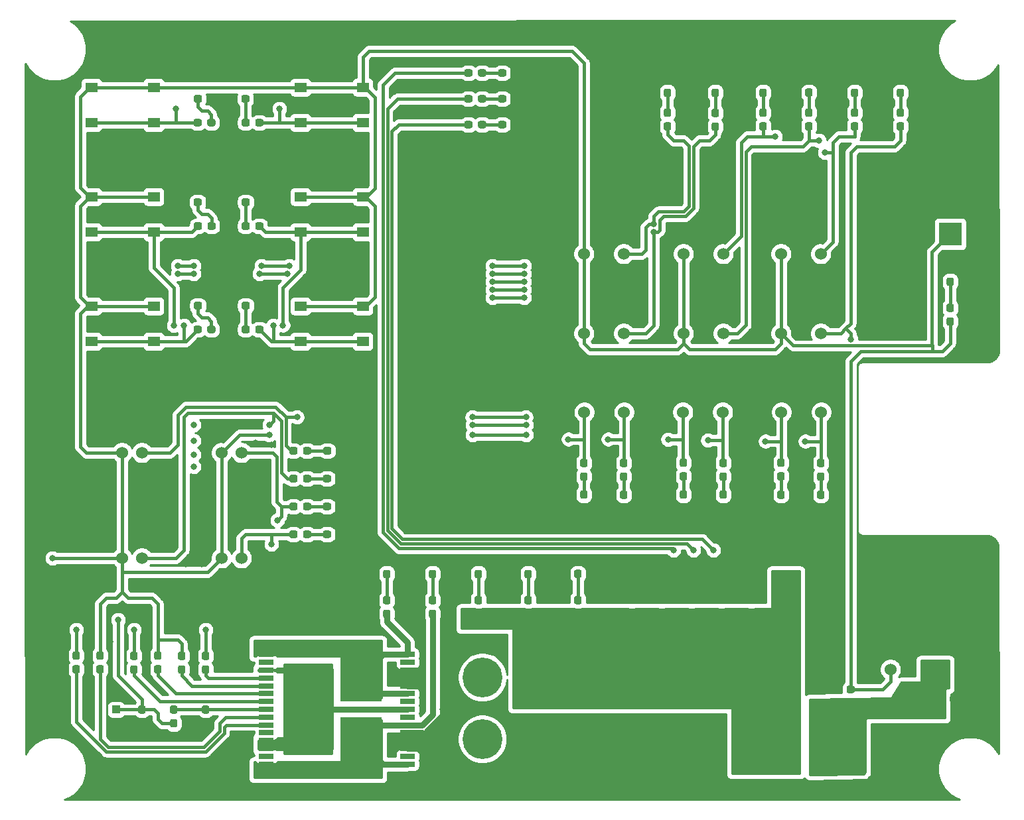
<source format=gbr>
%TF.GenerationSoftware,KiCad,Pcbnew,(5.1.6)-1*%
%TF.CreationDate,2020-11-24T13:28:34-06:00*%
%TF.ProjectId,Armboard,41726d62-6f61-4726-942e-6b696361645f,rev?*%
%TF.SameCoordinates,Original*%
%TF.FileFunction,Copper,L1,Top*%
%TF.FilePolarity,Positive*%
%FSLAX46Y46*%
G04 Gerber Fmt 4.6, Leading zero omitted, Abs format (unit mm)*
G04 Created by KiCad (PCBNEW (5.1.6)-1) date 2020-11-24 13:28:34*
%MOMM*%
%LPD*%
G01*
G04 APERTURE LIST*
%TA.AperFunction,ComponentPad*%
%ADD10C,1.600000*%
%TD*%
%TA.AperFunction,ComponentPad*%
%ADD11R,1.600000X1.600000*%
%TD*%
%TA.AperFunction,ComponentPad*%
%ADD12C,5.080000*%
%TD*%
%TA.AperFunction,ComponentPad*%
%ADD13C,1.524000*%
%TD*%
%TA.AperFunction,SMDPad,CuDef*%
%ADD14R,3.000000X3.000000*%
%TD*%
%TA.AperFunction,SMDPad,CuDef*%
%ADD15R,1.550000X1.300000*%
%TD*%
%TA.AperFunction,SMDPad,CuDef*%
%ADD16R,5.257800X6.223000*%
%TD*%
%TA.AperFunction,SMDPad,CuDef*%
%ADD17R,5.257800X10.312400*%
%TD*%
%TA.AperFunction,SMDPad,CuDef*%
%ADD18R,1.854200X0.635000*%
%TD*%
%TA.AperFunction,SMDPad,CuDef*%
%ADD19R,1.000000X1.000000*%
%TD*%
%TA.AperFunction,ViaPad*%
%ADD20C,0.800000*%
%TD*%
%TA.AperFunction,Conductor*%
%ADD21C,0.762000*%
%TD*%
%TA.AperFunction,Conductor*%
%ADD22C,0.381000*%
%TD*%
%TA.AperFunction,Conductor*%
%ADD23C,0.254000*%
%TD*%
G04 APERTURE END LIST*
D10*
%TO.P,47uF2,2*%
%TO.N,GND*%
X175474000Y-111252000D03*
D11*
%TO.P,47uF2,1*%
%TO.N,+12V*%
X172974000Y-111252000D03*
%TD*%
D10*
%TO.P,47uF1,2*%
%TO.N,GND*%
X175474000Y-118872000D03*
D11*
%TO.P,47uF1,1*%
%TO.N,+12V*%
X172974000Y-118872000D03*
%TD*%
D12*
%TO.P,Conn1,1*%
%TO.N,GND*%
X185928000Y-132080000D03*
%TO.P,Conn1,2*%
%TO.N,+12L*%
X177800000Y-132080000D03*
%TO.P,Conn1,3*%
%TO.N,+12V*%
X170180000Y-132080000D03*
%TD*%
D13*
%TO.P,U1,3*%
%TO.N,+3V3*%
X185420000Y-121920000D03*
%TO.P,U1,2*%
%TO.N,GND*%
X187960000Y-121920000D03*
%TO.P,U1,1*%
%TO.N,+12L*%
X190500000Y-121920000D03*
%TD*%
D14*
%TO.P,J1,1*%
%TO.N,+3V3*%
X193040000Y-66294000D03*
%TD*%
%TO.P,C3,2*%
%TO.N,GND*%
%TA.AperFunction,SMDPad,CuDef*%
G36*
G01*
X179115000Y-124222500D02*
X179115000Y-124697500D01*
G75*
G02*
X178877500Y-124935000I-237500J0D01*
G01*
X178302500Y-124935000D01*
G75*
G02*
X178065000Y-124697500I0J237500D01*
G01*
X178065000Y-124222500D01*
G75*
G02*
X178302500Y-123985000I237500J0D01*
G01*
X178877500Y-123985000D01*
G75*
G02*
X179115000Y-124222500I0J-237500D01*
G01*
G37*
%TD.AperFunction*%
%TO.P,C3,1*%
%TO.N,+3V3*%
%TA.AperFunction,SMDPad,CuDef*%
G36*
G01*
X180865000Y-124222500D02*
X180865000Y-124697500D01*
G75*
G02*
X180627500Y-124935000I-237500J0D01*
G01*
X180052500Y-124935000D01*
G75*
G02*
X179815000Y-124697500I0J237500D01*
G01*
X179815000Y-124222500D01*
G75*
G02*
X180052500Y-123985000I237500J0D01*
G01*
X180627500Y-123985000D01*
G75*
G02*
X180865000Y-124222500I0J-237500D01*
G01*
G37*
%TD.AperFunction*%
%TD*%
%TO.P,C2,2*%
%TO.N,GND*%
%TA.AperFunction,SMDPad,CuDef*%
G36*
G01*
X192995000Y-125967500D02*
X192995000Y-125492500D01*
G75*
G02*
X193232500Y-125255000I237500J0D01*
G01*
X193807500Y-125255000D01*
G75*
G02*
X194045000Y-125492500I0J-237500D01*
G01*
X194045000Y-125967500D01*
G75*
G02*
X193807500Y-126205000I-237500J0D01*
G01*
X193232500Y-126205000D01*
G75*
G02*
X192995000Y-125967500I0J237500D01*
G01*
G37*
%TD.AperFunction*%
%TO.P,C2,1*%
%TO.N,+12L*%
%TA.AperFunction,SMDPad,CuDef*%
G36*
G01*
X191245000Y-125967500D02*
X191245000Y-125492500D01*
G75*
G02*
X191482500Y-125255000I237500J0D01*
G01*
X192057500Y-125255000D01*
G75*
G02*
X192295000Y-125492500I0J-237500D01*
G01*
X192295000Y-125967500D01*
G75*
G02*
X192057500Y-126205000I-237500J0D01*
G01*
X191482500Y-126205000D01*
G75*
G02*
X191245000Y-125967500I0J237500D01*
G01*
G37*
%TD.AperFunction*%
%TD*%
D12*
%TO.P,Conn4,2*%
%TO.N,+12V*%
X160020000Y-122910000D03*
%TO.P,Conn4,1*%
%TO.N,GND*%
X160020000Y-130810000D03*
%TD*%
%TO.P,Conn3,2*%
%TO.N,+12V*%
X151104000Y-122897000D03*
%TO.P,Conn3,1*%
%TO.N,GND*%
X151104000Y-130797000D03*
%TD*%
%TO.P,Conn2,2*%
%TO.N,+12V*%
X142240000Y-122910000D03*
%TO.P,Conn2,1*%
%TO.N,GND*%
X142240000Y-130810000D03*
%TD*%
D13*
%TO.P,Conn20,3*%
%TO.N,Tx_3_Tiva*%
X151433000Y-89048000D03*
%TO.P,Conn20,2*%
%TO.N,GND*%
X148893000Y-89048000D03*
%TO.P,Conn20,1*%
%TO.N,Rx_3_Tiva*%
X146353000Y-89048000D03*
%TD*%
%TO.P,Conn19,3*%
%TO.N,Tx_2_Tiva*%
X164013000Y-89048000D03*
%TO.P,Conn19,2*%
%TO.N,GND*%
X161473000Y-89048000D03*
%TO.P,Conn19,1*%
%TO.N,Rx_2_Tiva*%
X158933000Y-89048000D03*
%TD*%
%TO.P,Conn18,3*%
%TO.N,Tx_1_Tiva*%
X176593000Y-89048000D03*
%TO.P,Conn18,2*%
%TO.N,GND*%
X174053000Y-89048000D03*
%TO.P,Conn18,1*%
%TO.N,Rx_1_Tiva*%
X171513000Y-89048000D03*
%TD*%
%TO.P,Conn17,2*%
%TO.N,LS_4*%
X102616000Y-107696000D03*
%TO.P,Conn17,1*%
%TO.N,+3V3*%
X100076000Y-107696000D03*
%TD*%
%TO.P,Conn16,2*%
%TO.N,LS_3*%
X102616000Y-94234000D03*
%TO.P,Conn16,1*%
%TO.N,+3V3*%
X100076000Y-94234000D03*
%TD*%
%TO.P,Conn15,2*%
%TO.N,LS_2*%
X89916000Y-107696000D03*
%TO.P,Conn15,1*%
%TO.N,+3V3*%
X87376000Y-107696000D03*
%TD*%
%TO.P,Conn14,2*%
%TO.N,LS_1*%
X89916000Y-94234000D03*
%TO.P,Conn14,1*%
%TO.N,+3V3*%
X87376000Y-94234000D03*
%TD*%
%TO.P,Conn13,1*%
%TO.N,+3V3*%
X171450000Y-78994000D03*
%TO.P,Conn13,2*%
%TO.N,GND*%
X173990000Y-78994000D03*
%TO.P,Conn13,3*%
%TO.N,Enc_6_PWM*%
X176530000Y-78994000D03*
%TD*%
%TO.P,Conn12,3*%
%TO.N,Enc_5_PWM*%
X176530000Y-68834000D03*
%TO.P,Conn12,2*%
%TO.N,GND*%
X173990000Y-68834000D03*
%TO.P,Conn12,1*%
%TO.N,+3V3*%
X171450000Y-68834000D03*
%TD*%
%TO.P,Conn11,3*%
%TO.N,Enc_4_PWM*%
X164084000Y-78994000D03*
%TO.P,Conn11,2*%
%TO.N,GND*%
X161544000Y-78994000D03*
%TO.P,Conn11,1*%
%TO.N,+3V3*%
X159004000Y-78994000D03*
%TD*%
%TO.P,Conn10,3*%
%TO.N,Enc_3_PWM*%
X164084000Y-68834000D03*
%TO.P,Conn10,2*%
%TO.N,GND*%
X161544000Y-68834000D03*
%TO.P,Conn10,1*%
%TO.N,+3V3*%
X159004000Y-68834000D03*
%TD*%
%TO.P,Conn9,3*%
%TO.N,Enc_2_PWM*%
X151384000Y-78994000D03*
%TO.P,Conn9,2*%
%TO.N,GND*%
X148844000Y-78994000D03*
%TO.P,Conn9,1*%
%TO.N,+3V3*%
X146304000Y-78994000D03*
%TD*%
%TO.P,Conn8,3*%
%TO.N,Enc_1_PWM*%
X151384000Y-68834000D03*
%TO.P,Conn8,2*%
%TO.N,GND*%
X148844000Y-68834000D03*
%TO.P,Conn8,1*%
%TO.N,+3V3*%
X146304000Y-68834000D03*
%TD*%
D15*
%TO.P,SW6,2*%
%TO.N,Motor_6*%
X118110000Y-80010000D03*
%TO.P,SW6,1*%
%TO.N,+3V3*%
X118110000Y-75510000D03*
X110160000Y-75510000D03*
%TO.P,SW6,2*%
%TO.N,Motor_6*%
X110160000Y-80010000D03*
%TD*%
%TO.P,SW5,2*%
%TO.N,Motor_5*%
X118110000Y-66040000D03*
%TO.P,SW5,1*%
%TO.N,+3V3*%
X118110000Y-61540000D03*
X110160000Y-61540000D03*
%TO.P,SW5,2*%
%TO.N,Motor_5*%
X110160000Y-66040000D03*
%TD*%
%TO.P,SW4,2*%
%TO.N,Motor_4*%
X118110000Y-52070000D03*
%TO.P,SW4,1*%
%TO.N,+3V3*%
X118110000Y-47570000D03*
X110160000Y-47570000D03*
%TO.P,SW4,2*%
%TO.N,Motor_4*%
X110160000Y-52070000D03*
%TD*%
%TO.P,SW3,2*%
%TO.N,Motor_3*%
X91440000Y-80010000D03*
%TO.P,SW3,1*%
%TO.N,+3V3*%
X91440000Y-75510000D03*
X83490000Y-75510000D03*
%TO.P,SW3,2*%
%TO.N,Motor_3*%
X83490000Y-80010000D03*
%TD*%
%TO.P,SW2,2*%
%TO.N,Motor_2*%
X91440000Y-66040000D03*
%TO.P,SW2,1*%
%TO.N,+3V3*%
X91440000Y-61540000D03*
X83490000Y-61540000D03*
%TO.P,SW2,2*%
%TO.N,Motor_2*%
X83490000Y-66040000D03*
%TD*%
%TO.P,SW1,2*%
%TO.N,Motor_1*%
X91440000Y-52070000D03*
%TO.P,SW1,1*%
%TO.N,+3V3*%
X91440000Y-47570000D03*
X83490000Y-47570000D03*
%TO.P,SW1,2*%
%TO.N,Motor_1*%
X83490000Y-52070000D03*
%TD*%
%TO.P,R39,2*%
%TO.N,Net-(D33-Pad2)*%
%TA.AperFunction,SMDPad,CuDef*%
G36*
G01*
X151146500Y-96757000D02*
X151621500Y-96757000D01*
G75*
G02*
X151859000Y-96994500I0J-237500D01*
G01*
X151859000Y-97569500D01*
G75*
G02*
X151621500Y-97807000I-237500J0D01*
G01*
X151146500Y-97807000D01*
G75*
G02*
X150909000Y-97569500I0J237500D01*
G01*
X150909000Y-96994500D01*
G75*
G02*
X151146500Y-96757000I237500J0D01*
G01*
G37*
%TD.AperFunction*%
%TO.P,R39,1*%
%TO.N,Tx_3_Tiva*%
%TA.AperFunction,SMDPad,CuDef*%
G36*
G01*
X151146500Y-95007000D02*
X151621500Y-95007000D01*
G75*
G02*
X151859000Y-95244500I0J-237500D01*
G01*
X151859000Y-95819500D01*
G75*
G02*
X151621500Y-96057000I-237500J0D01*
G01*
X151146500Y-96057000D01*
G75*
G02*
X150909000Y-95819500I0J237500D01*
G01*
X150909000Y-95244500D01*
G75*
G02*
X151146500Y-95007000I237500J0D01*
G01*
G37*
%TD.AperFunction*%
%TD*%
%TO.P,R38,2*%
%TO.N,Rx_3_Tiva*%
%TA.AperFunction,SMDPad,CuDef*%
G36*
G01*
X146541500Y-96057000D02*
X146066500Y-96057000D01*
G75*
G02*
X145829000Y-95819500I0J237500D01*
G01*
X145829000Y-95244500D01*
G75*
G02*
X146066500Y-95007000I237500J0D01*
G01*
X146541500Y-95007000D01*
G75*
G02*
X146779000Y-95244500I0J-237500D01*
G01*
X146779000Y-95819500D01*
G75*
G02*
X146541500Y-96057000I-237500J0D01*
G01*
G37*
%TD.AperFunction*%
%TO.P,R38,1*%
%TO.N,Net-(D32-Pad2)*%
%TA.AperFunction,SMDPad,CuDef*%
G36*
G01*
X146541500Y-97807000D02*
X146066500Y-97807000D01*
G75*
G02*
X145829000Y-97569500I0J237500D01*
G01*
X145829000Y-96994500D01*
G75*
G02*
X146066500Y-96757000I237500J0D01*
G01*
X146541500Y-96757000D01*
G75*
G02*
X146779000Y-96994500I0J-237500D01*
G01*
X146779000Y-97569500D01*
G75*
G02*
X146541500Y-97807000I-237500J0D01*
G01*
G37*
%TD.AperFunction*%
%TD*%
%TO.P,R37,2*%
%TO.N,Net-(D31-Pad2)*%
%TA.AperFunction,SMDPad,CuDef*%
G36*
G01*
X163846500Y-96757000D02*
X164321500Y-96757000D01*
G75*
G02*
X164559000Y-96994500I0J-237500D01*
G01*
X164559000Y-97569500D01*
G75*
G02*
X164321500Y-97807000I-237500J0D01*
G01*
X163846500Y-97807000D01*
G75*
G02*
X163609000Y-97569500I0J237500D01*
G01*
X163609000Y-96994500D01*
G75*
G02*
X163846500Y-96757000I237500J0D01*
G01*
G37*
%TD.AperFunction*%
%TO.P,R37,1*%
%TO.N,Tx_2_Tiva*%
%TA.AperFunction,SMDPad,CuDef*%
G36*
G01*
X163846500Y-95007000D02*
X164321500Y-95007000D01*
G75*
G02*
X164559000Y-95244500I0J-237500D01*
G01*
X164559000Y-95819500D01*
G75*
G02*
X164321500Y-96057000I-237500J0D01*
G01*
X163846500Y-96057000D01*
G75*
G02*
X163609000Y-95819500I0J237500D01*
G01*
X163609000Y-95244500D01*
G75*
G02*
X163846500Y-95007000I237500J0D01*
G01*
G37*
%TD.AperFunction*%
%TD*%
%TO.P,R36,2*%
%TO.N,Rx_2_Tiva*%
%TA.AperFunction,SMDPad,CuDef*%
G36*
G01*
X159241500Y-96029000D02*
X158766500Y-96029000D01*
G75*
G02*
X158529000Y-95791500I0J237500D01*
G01*
X158529000Y-95216500D01*
G75*
G02*
X158766500Y-94979000I237500J0D01*
G01*
X159241500Y-94979000D01*
G75*
G02*
X159479000Y-95216500I0J-237500D01*
G01*
X159479000Y-95791500D01*
G75*
G02*
X159241500Y-96029000I-237500J0D01*
G01*
G37*
%TD.AperFunction*%
%TO.P,R36,1*%
%TO.N,Net-(D30-Pad2)*%
%TA.AperFunction,SMDPad,CuDef*%
G36*
G01*
X159241500Y-97779000D02*
X158766500Y-97779000D01*
G75*
G02*
X158529000Y-97541500I0J237500D01*
G01*
X158529000Y-96966500D01*
G75*
G02*
X158766500Y-96729000I237500J0D01*
G01*
X159241500Y-96729000D01*
G75*
G02*
X159479000Y-96966500I0J-237500D01*
G01*
X159479000Y-97541500D01*
G75*
G02*
X159241500Y-97779000I-237500J0D01*
G01*
G37*
%TD.AperFunction*%
%TD*%
%TO.P,R35,2*%
%TO.N,Net-(D29-Pad2)*%
%TA.AperFunction,SMDPad,CuDef*%
G36*
G01*
X176292500Y-96757000D02*
X176767500Y-96757000D01*
G75*
G02*
X177005000Y-96994500I0J-237500D01*
G01*
X177005000Y-97569500D01*
G75*
G02*
X176767500Y-97807000I-237500J0D01*
G01*
X176292500Y-97807000D01*
G75*
G02*
X176055000Y-97569500I0J237500D01*
G01*
X176055000Y-96994500D01*
G75*
G02*
X176292500Y-96757000I237500J0D01*
G01*
G37*
%TD.AperFunction*%
%TO.P,R35,1*%
%TO.N,Tx_1_Tiva*%
%TA.AperFunction,SMDPad,CuDef*%
G36*
G01*
X176292500Y-95007000D02*
X176767500Y-95007000D01*
G75*
G02*
X177005000Y-95244500I0J-237500D01*
G01*
X177005000Y-95819500D01*
G75*
G02*
X176767500Y-96057000I-237500J0D01*
G01*
X176292500Y-96057000D01*
G75*
G02*
X176055000Y-95819500I0J237500D01*
G01*
X176055000Y-95244500D01*
G75*
G02*
X176292500Y-95007000I237500J0D01*
G01*
G37*
%TD.AperFunction*%
%TD*%
%TO.P,R34,2*%
%TO.N,Rx_1_Tiva*%
%TA.AperFunction,SMDPad,CuDef*%
G36*
G01*
X171687500Y-96029000D02*
X171212500Y-96029000D01*
G75*
G02*
X170975000Y-95791500I0J237500D01*
G01*
X170975000Y-95216500D01*
G75*
G02*
X171212500Y-94979000I237500J0D01*
G01*
X171687500Y-94979000D01*
G75*
G02*
X171925000Y-95216500I0J-237500D01*
G01*
X171925000Y-95791500D01*
G75*
G02*
X171687500Y-96029000I-237500J0D01*
G01*
G37*
%TD.AperFunction*%
%TO.P,R34,1*%
%TO.N,Net-(D28-Pad2)*%
%TA.AperFunction,SMDPad,CuDef*%
G36*
G01*
X171687500Y-97779000D02*
X171212500Y-97779000D01*
G75*
G02*
X170975000Y-97541500I0J237500D01*
G01*
X170975000Y-96966500D01*
G75*
G02*
X171212500Y-96729000I237500J0D01*
G01*
X171687500Y-96729000D01*
G75*
G02*
X171925000Y-96966500I0J-237500D01*
G01*
X171925000Y-97541500D01*
G75*
G02*
X171687500Y-97779000I-237500J0D01*
G01*
G37*
%TD.AperFunction*%
%TD*%
%TO.P,R33,2*%
%TO.N,Net-(D27-Pad2)*%
%TA.AperFunction,SMDPad,CuDef*%
G36*
G01*
X110473000Y-104885500D02*
X110473000Y-104410500D01*
G75*
G02*
X110710500Y-104173000I237500J0D01*
G01*
X111285500Y-104173000D01*
G75*
G02*
X111523000Y-104410500I0J-237500D01*
G01*
X111523000Y-104885500D01*
G75*
G02*
X111285500Y-105123000I-237500J0D01*
G01*
X110710500Y-105123000D01*
G75*
G02*
X110473000Y-104885500I0J237500D01*
G01*
G37*
%TD.AperFunction*%
%TO.P,R33,1*%
%TO.N,LS_4*%
%TA.AperFunction,SMDPad,CuDef*%
G36*
G01*
X108723000Y-104885500D02*
X108723000Y-104410500D01*
G75*
G02*
X108960500Y-104173000I237500J0D01*
G01*
X109535500Y-104173000D01*
G75*
G02*
X109773000Y-104410500I0J-237500D01*
G01*
X109773000Y-104885500D01*
G75*
G02*
X109535500Y-105123000I-237500J0D01*
G01*
X108960500Y-105123000D01*
G75*
G02*
X108723000Y-104885500I0J237500D01*
G01*
G37*
%TD.AperFunction*%
%TD*%
%TO.P,R32,2*%
%TO.N,Net-(D26-Pad2)*%
%TA.AperFunction,SMDPad,CuDef*%
G36*
G01*
X110473000Y-101329500D02*
X110473000Y-100854500D01*
G75*
G02*
X110710500Y-100617000I237500J0D01*
G01*
X111285500Y-100617000D01*
G75*
G02*
X111523000Y-100854500I0J-237500D01*
G01*
X111523000Y-101329500D01*
G75*
G02*
X111285500Y-101567000I-237500J0D01*
G01*
X110710500Y-101567000D01*
G75*
G02*
X110473000Y-101329500I0J237500D01*
G01*
G37*
%TD.AperFunction*%
%TO.P,R32,1*%
%TO.N,LS_3*%
%TA.AperFunction,SMDPad,CuDef*%
G36*
G01*
X108723000Y-101329500D02*
X108723000Y-100854500D01*
G75*
G02*
X108960500Y-100617000I237500J0D01*
G01*
X109535500Y-100617000D01*
G75*
G02*
X109773000Y-100854500I0J-237500D01*
G01*
X109773000Y-101329500D01*
G75*
G02*
X109535500Y-101567000I-237500J0D01*
G01*
X108960500Y-101567000D01*
G75*
G02*
X108723000Y-101329500I0J237500D01*
G01*
G37*
%TD.AperFunction*%
%TD*%
%TO.P,R31,2*%
%TO.N,Net-(D25-Pad2)*%
%TA.AperFunction,SMDPad,CuDef*%
G36*
G01*
X110473000Y-97773500D02*
X110473000Y-97298500D01*
G75*
G02*
X110710500Y-97061000I237500J0D01*
G01*
X111285500Y-97061000D01*
G75*
G02*
X111523000Y-97298500I0J-237500D01*
G01*
X111523000Y-97773500D01*
G75*
G02*
X111285500Y-98011000I-237500J0D01*
G01*
X110710500Y-98011000D01*
G75*
G02*
X110473000Y-97773500I0J237500D01*
G01*
G37*
%TD.AperFunction*%
%TO.P,R31,1*%
%TO.N,LS_2*%
%TA.AperFunction,SMDPad,CuDef*%
G36*
G01*
X108723000Y-97773500D02*
X108723000Y-97298500D01*
G75*
G02*
X108960500Y-97061000I237500J0D01*
G01*
X109535500Y-97061000D01*
G75*
G02*
X109773000Y-97298500I0J-237500D01*
G01*
X109773000Y-97773500D01*
G75*
G02*
X109535500Y-98011000I-237500J0D01*
G01*
X108960500Y-98011000D01*
G75*
G02*
X108723000Y-97773500I0J237500D01*
G01*
G37*
%TD.AperFunction*%
%TD*%
%TO.P,R30,2*%
%TO.N,Net-(D24-Pad2)*%
%TA.AperFunction,SMDPad,CuDef*%
G36*
G01*
X110473000Y-94217500D02*
X110473000Y-93742500D01*
G75*
G02*
X110710500Y-93505000I237500J0D01*
G01*
X111285500Y-93505000D01*
G75*
G02*
X111523000Y-93742500I0J-237500D01*
G01*
X111523000Y-94217500D01*
G75*
G02*
X111285500Y-94455000I-237500J0D01*
G01*
X110710500Y-94455000D01*
G75*
G02*
X110473000Y-94217500I0J237500D01*
G01*
G37*
%TD.AperFunction*%
%TO.P,R30,1*%
%TO.N,LS_1*%
%TA.AperFunction,SMDPad,CuDef*%
G36*
G01*
X108723000Y-94217500D02*
X108723000Y-93742500D01*
G75*
G02*
X108960500Y-93505000I237500J0D01*
G01*
X109535500Y-93505000D01*
G75*
G02*
X109773000Y-93742500I0J-237500D01*
G01*
X109773000Y-94217500D01*
G75*
G02*
X109535500Y-94455000I-237500J0D01*
G01*
X108960500Y-94455000D01*
G75*
G02*
X108723000Y-94217500I0J237500D01*
G01*
G37*
%TD.AperFunction*%
%TD*%
%TO.P,R29,2*%
%TO.N,Motor_6*%
%TA.AperFunction,SMDPad,CuDef*%
G36*
G01*
X104377000Y-78723500D02*
X104377000Y-78248500D01*
G75*
G02*
X104614500Y-78011000I237500J0D01*
G01*
X105189500Y-78011000D01*
G75*
G02*
X105427000Y-78248500I0J-237500D01*
G01*
X105427000Y-78723500D01*
G75*
G02*
X105189500Y-78961000I-237500J0D01*
G01*
X104614500Y-78961000D01*
G75*
G02*
X104377000Y-78723500I0J237500D01*
G01*
G37*
%TD.AperFunction*%
%TO.P,R29,1*%
%TO.N,Net-(D23-Pad2)*%
%TA.AperFunction,SMDPad,CuDef*%
G36*
G01*
X102627000Y-78723500D02*
X102627000Y-78248500D01*
G75*
G02*
X102864500Y-78011000I237500J0D01*
G01*
X103439500Y-78011000D01*
G75*
G02*
X103677000Y-78248500I0J-237500D01*
G01*
X103677000Y-78723500D01*
G75*
G02*
X103439500Y-78961000I-237500J0D01*
G01*
X102864500Y-78961000D01*
G75*
G02*
X102627000Y-78723500I0J237500D01*
G01*
G37*
%TD.AperFunction*%
%TD*%
%TO.P,R28,2*%
%TO.N,Motor_5*%
%TA.AperFunction,SMDPad,CuDef*%
G36*
G01*
X104377000Y-65515500D02*
X104377000Y-65040500D01*
G75*
G02*
X104614500Y-64803000I237500J0D01*
G01*
X105189500Y-64803000D01*
G75*
G02*
X105427000Y-65040500I0J-237500D01*
G01*
X105427000Y-65515500D01*
G75*
G02*
X105189500Y-65753000I-237500J0D01*
G01*
X104614500Y-65753000D01*
G75*
G02*
X104377000Y-65515500I0J237500D01*
G01*
G37*
%TD.AperFunction*%
%TO.P,R28,1*%
%TO.N,Net-(D22-Pad2)*%
%TA.AperFunction,SMDPad,CuDef*%
G36*
G01*
X102627000Y-65515500D02*
X102627000Y-65040500D01*
G75*
G02*
X102864500Y-64803000I237500J0D01*
G01*
X103439500Y-64803000D01*
G75*
G02*
X103677000Y-65040500I0J-237500D01*
G01*
X103677000Y-65515500D01*
G75*
G02*
X103439500Y-65753000I-237500J0D01*
G01*
X102864500Y-65753000D01*
G75*
G02*
X102627000Y-65515500I0J237500D01*
G01*
G37*
%TD.AperFunction*%
%TD*%
%TO.P,R27,2*%
%TO.N,Motor_4*%
%TA.AperFunction,SMDPad,CuDef*%
G36*
G01*
X104377000Y-52307500D02*
X104377000Y-51832500D01*
G75*
G02*
X104614500Y-51595000I237500J0D01*
G01*
X105189500Y-51595000D01*
G75*
G02*
X105427000Y-51832500I0J-237500D01*
G01*
X105427000Y-52307500D01*
G75*
G02*
X105189500Y-52545000I-237500J0D01*
G01*
X104614500Y-52545000D01*
G75*
G02*
X104377000Y-52307500I0J237500D01*
G01*
G37*
%TD.AperFunction*%
%TO.P,R27,1*%
%TO.N,Net-(D21-Pad2)*%
%TA.AperFunction,SMDPad,CuDef*%
G36*
G01*
X102627000Y-52307500D02*
X102627000Y-51832500D01*
G75*
G02*
X102864500Y-51595000I237500J0D01*
G01*
X103439500Y-51595000D01*
G75*
G02*
X103677000Y-51832500I0J-237500D01*
G01*
X103677000Y-52307500D01*
G75*
G02*
X103439500Y-52545000I-237500J0D01*
G01*
X102864500Y-52545000D01*
G75*
G02*
X102627000Y-52307500I0J237500D01*
G01*
G37*
%TD.AperFunction*%
%TD*%
%TO.P,R26,2*%
%TO.N,Motor_3*%
%TA.AperFunction,SMDPad,CuDef*%
G36*
G01*
X97553000Y-78248500D02*
X97553000Y-78723500D01*
G75*
G02*
X97315500Y-78961000I-237500J0D01*
G01*
X96740500Y-78961000D01*
G75*
G02*
X96503000Y-78723500I0J237500D01*
G01*
X96503000Y-78248500D01*
G75*
G02*
X96740500Y-78011000I237500J0D01*
G01*
X97315500Y-78011000D01*
G75*
G02*
X97553000Y-78248500I0J-237500D01*
G01*
G37*
%TD.AperFunction*%
%TO.P,R26,1*%
%TO.N,Net-(D20-Pad2)*%
%TA.AperFunction,SMDPad,CuDef*%
G36*
G01*
X99303000Y-78248500D02*
X99303000Y-78723500D01*
G75*
G02*
X99065500Y-78961000I-237500J0D01*
G01*
X98490500Y-78961000D01*
G75*
G02*
X98253000Y-78723500I0J237500D01*
G01*
X98253000Y-78248500D01*
G75*
G02*
X98490500Y-78011000I237500J0D01*
G01*
X99065500Y-78011000D01*
G75*
G02*
X99303000Y-78248500I0J-237500D01*
G01*
G37*
%TD.AperFunction*%
%TD*%
%TO.P,R25,2*%
%TO.N,Motor_2*%
%TA.AperFunction,SMDPad,CuDef*%
G36*
G01*
X97581000Y-65040500D02*
X97581000Y-65515500D01*
G75*
G02*
X97343500Y-65753000I-237500J0D01*
G01*
X96768500Y-65753000D01*
G75*
G02*
X96531000Y-65515500I0J237500D01*
G01*
X96531000Y-65040500D01*
G75*
G02*
X96768500Y-64803000I237500J0D01*
G01*
X97343500Y-64803000D01*
G75*
G02*
X97581000Y-65040500I0J-237500D01*
G01*
G37*
%TD.AperFunction*%
%TO.P,R25,1*%
%TO.N,Net-(D19-Pad2)*%
%TA.AperFunction,SMDPad,CuDef*%
G36*
G01*
X99331000Y-65040500D02*
X99331000Y-65515500D01*
G75*
G02*
X99093500Y-65753000I-237500J0D01*
G01*
X98518500Y-65753000D01*
G75*
G02*
X98281000Y-65515500I0J237500D01*
G01*
X98281000Y-65040500D01*
G75*
G02*
X98518500Y-64803000I237500J0D01*
G01*
X99093500Y-64803000D01*
G75*
G02*
X99331000Y-65040500I0J-237500D01*
G01*
G37*
%TD.AperFunction*%
%TD*%
%TO.P,R24,2*%
%TO.N,Motor_1*%
%TA.AperFunction,SMDPad,CuDef*%
G36*
G01*
X97553000Y-51832500D02*
X97553000Y-52307500D01*
G75*
G02*
X97315500Y-52545000I-237500J0D01*
G01*
X96740500Y-52545000D01*
G75*
G02*
X96503000Y-52307500I0J237500D01*
G01*
X96503000Y-51832500D01*
G75*
G02*
X96740500Y-51595000I237500J0D01*
G01*
X97315500Y-51595000D01*
G75*
G02*
X97553000Y-51832500I0J-237500D01*
G01*
G37*
%TD.AperFunction*%
%TO.P,R24,1*%
%TO.N,Net-(D18-Pad2)*%
%TA.AperFunction,SMDPad,CuDef*%
G36*
G01*
X99303000Y-51832500D02*
X99303000Y-52307500D01*
G75*
G02*
X99065500Y-52545000I-237500J0D01*
G01*
X98490500Y-52545000D01*
G75*
G02*
X98253000Y-52307500I0J237500D01*
G01*
X98253000Y-51832500D01*
G75*
G02*
X98490500Y-51595000I237500J0D01*
G01*
X99065500Y-51595000D01*
G75*
G02*
X99303000Y-51832500I0J-237500D01*
G01*
G37*
%TD.AperFunction*%
%TD*%
%TO.P,R23,2*%
%TO.N,Software_3*%
%TA.AperFunction,SMDPad,CuDef*%
G36*
G01*
X132097000Y-52086500D02*
X132097000Y-52561500D01*
G75*
G02*
X131859500Y-52799000I-237500J0D01*
G01*
X131284500Y-52799000D01*
G75*
G02*
X131047000Y-52561500I0J237500D01*
G01*
X131047000Y-52086500D01*
G75*
G02*
X131284500Y-51849000I237500J0D01*
G01*
X131859500Y-51849000D01*
G75*
G02*
X132097000Y-52086500I0J-237500D01*
G01*
G37*
%TD.AperFunction*%
%TO.P,R23,1*%
%TO.N,Net-(D17-Pad2)*%
%TA.AperFunction,SMDPad,CuDef*%
G36*
G01*
X133847000Y-52086500D02*
X133847000Y-52561500D01*
G75*
G02*
X133609500Y-52799000I-237500J0D01*
G01*
X133034500Y-52799000D01*
G75*
G02*
X132797000Y-52561500I0J237500D01*
G01*
X132797000Y-52086500D01*
G75*
G02*
X133034500Y-51849000I237500J0D01*
G01*
X133609500Y-51849000D01*
G75*
G02*
X133847000Y-52086500I0J-237500D01*
G01*
G37*
%TD.AperFunction*%
%TD*%
%TO.P,R22,2*%
%TO.N,Software_2*%
%TA.AperFunction,SMDPad,CuDef*%
G36*
G01*
X132097000Y-48784500D02*
X132097000Y-49259500D01*
G75*
G02*
X131859500Y-49497000I-237500J0D01*
G01*
X131284500Y-49497000D01*
G75*
G02*
X131047000Y-49259500I0J237500D01*
G01*
X131047000Y-48784500D01*
G75*
G02*
X131284500Y-48547000I237500J0D01*
G01*
X131859500Y-48547000D01*
G75*
G02*
X132097000Y-48784500I0J-237500D01*
G01*
G37*
%TD.AperFunction*%
%TO.P,R22,1*%
%TO.N,Net-(D16-Pad2)*%
%TA.AperFunction,SMDPad,CuDef*%
G36*
G01*
X133847000Y-48784500D02*
X133847000Y-49259500D01*
G75*
G02*
X133609500Y-49497000I-237500J0D01*
G01*
X133034500Y-49497000D01*
G75*
G02*
X132797000Y-49259500I0J237500D01*
G01*
X132797000Y-48784500D01*
G75*
G02*
X133034500Y-48547000I237500J0D01*
G01*
X133609500Y-48547000D01*
G75*
G02*
X133847000Y-48784500I0J-237500D01*
G01*
G37*
%TD.AperFunction*%
%TD*%
%TO.P,R21,2*%
%TO.N,Software_1*%
%TA.AperFunction,SMDPad,CuDef*%
G36*
G01*
X132097000Y-45482500D02*
X132097000Y-45957500D01*
G75*
G02*
X131859500Y-46195000I-237500J0D01*
G01*
X131284500Y-46195000D01*
G75*
G02*
X131047000Y-45957500I0J237500D01*
G01*
X131047000Y-45482500D01*
G75*
G02*
X131284500Y-45245000I237500J0D01*
G01*
X131859500Y-45245000D01*
G75*
G02*
X132097000Y-45482500I0J-237500D01*
G01*
G37*
%TD.AperFunction*%
%TO.P,R21,1*%
%TO.N,Net-(D15-Pad2)*%
%TA.AperFunction,SMDPad,CuDef*%
G36*
G01*
X133847000Y-45482500D02*
X133847000Y-45957500D01*
G75*
G02*
X133609500Y-46195000I-237500J0D01*
G01*
X133034500Y-46195000D01*
G75*
G02*
X132797000Y-45957500I0J237500D01*
G01*
X132797000Y-45482500D01*
G75*
G02*
X133034500Y-45245000I237500J0D01*
G01*
X133609500Y-45245000D01*
G75*
G02*
X133847000Y-45482500I0J-237500D01*
G01*
G37*
%TD.AperFunction*%
%TD*%
%TO.P,R20,2*%
%TO.N,Net-(D14-Pad2)*%
%TA.AperFunction,SMDPad,CuDef*%
G36*
G01*
X186927500Y-51325000D02*
X186452500Y-51325000D01*
G75*
G02*
X186215000Y-51087500I0J237500D01*
G01*
X186215000Y-50512500D01*
G75*
G02*
X186452500Y-50275000I237500J0D01*
G01*
X186927500Y-50275000D01*
G75*
G02*
X187165000Y-50512500I0J-237500D01*
G01*
X187165000Y-51087500D01*
G75*
G02*
X186927500Y-51325000I-237500J0D01*
G01*
G37*
%TD.AperFunction*%
%TO.P,R20,1*%
%TO.N,Enc_6_PWM*%
%TA.AperFunction,SMDPad,CuDef*%
G36*
G01*
X186927500Y-53075000D02*
X186452500Y-53075000D01*
G75*
G02*
X186215000Y-52837500I0J237500D01*
G01*
X186215000Y-52262500D01*
G75*
G02*
X186452500Y-52025000I237500J0D01*
G01*
X186927500Y-52025000D01*
G75*
G02*
X187165000Y-52262500I0J-237500D01*
G01*
X187165000Y-52837500D01*
G75*
G02*
X186927500Y-53075000I-237500J0D01*
G01*
G37*
%TD.AperFunction*%
%TD*%
%TO.P,R19,2*%
%TO.N,Net-(D13-Pad2)*%
%TA.AperFunction,SMDPad,CuDef*%
G36*
G01*
X181085500Y-51325000D02*
X180610500Y-51325000D01*
G75*
G02*
X180373000Y-51087500I0J237500D01*
G01*
X180373000Y-50512500D01*
G75*
G02*
X180610500Y-50275000I237500J0D01*
G01*
X181085500Y-50275000D01*
G75*
G02*
X181323000Y-50512500I0J-237500D01*
G01*
X181323000Y-51087500D01*
G75*
G02*
X181085500Y-51325000I-237500J0D01*
G01*
G37*
%TD.AperFunction*%
%TO.P,R19,1*%
%TO.N,Enc_5_PWM*%
%TA.AperFunction,SMDPad,CuDef*%
G36*
G01*
X181085500Y-53075000D02*
X180610500Y-53075000D01*
G75*
G02*
X180373000Y-52837500I0J237500D01*
G01*
X180373000Y-52262500D01*
G75*
G02*
X180610500Y-52025000I237500J0D01*
G01*
X181085500Y-52025000D01*
G75*
G02*
X181323000Y-52262500I0J-237500D01*
G01*
X181323000Y-52837500D01*
G75*
G02*
X181085500Y-53075000I-237500J0D01*
G01*
G37*
%TD.AperFunction*%
%TD*%
%TO.P,R18,2*%
%TO.N,Net-(D12-Pad2)*%
%TA.AperFunction,SMDPad,CuDef*%
G36*
G01*
X175243500Y-51325000D02*
X174768500Y-51325000D01*
G75*
G02*
X174531000Y-51087500I0J237500D01*
G01*
X174531000Y-50512500D01*
G75*
G02*
X174768500Y-50275000I237500J0D01*
G01*
X175243500Y-50275000D01*
G75*
G02*
X175481000Y-50512500I0J-237500D01*
G01*
X175481000Y-51087500D01*
G75*
G02*
X175243500Y-51325000I-237500J0D01*
G01*
G37*
%TD.AperFunction*%
%TO.P,R18,1*%
%TO.N,Enc_4_PWM*%
%TA.AperFunction,SMDPad,CuDef*%
G36*
G01*
X175243500Y-53075000D02*
X174768500Y-53075000D01*
G75*
G02*
X174531000Y-52837500I0J237500D01*
G01*
X174531000Y-52262500D01*
G75*
G02*
X174768500Y-52025000I237500J0D01*
G01*
X175243500Y-52025000D01*
G75*
G02*
X175481000Y-52262500I0J-237500D01*
G01*
X175481000Y-52837500D01*
G75*
G02*
X175243500Y-53075000I-237500J0D01*
G01*
G37*
%TD.AperFunction*%
%TD*%
%TO.P,R17,2*%
%TO.N,Net-(D11-Pad2)*%
%TA.AperFunction,SMDPad,CuDef*%
G36*
G01*
X169401500Y-51325000D02*
X168926500Y-51325000D01*
G75*
G02*
X168689000Y-51087500I0J237500D01*
G01*
X168689000Y-50512500D01*
G75*
G02*
X168926500Y-50275000I237500J0D01*
G01*
X169401500Y-50275000D01*
G75*
G02*
X169639000Y-50512500I0J-237500D01*
G01*
X169639000Y-51087500D01*
G75*
G02*
X169401500Y-51325000I-237500J0D01*
G01*
G37*
%TD.AperFunction*%
%TO.P,R17,1*%
%TO.N,Enc_3_PWM*%
%TA.AperFunction,SMDPad,CuDef*%
G36*
G01*
X169401500Y-53075000D02*
X168926500Y-53075000D01*
G75*
G02*
X168689000Y-52837500I0J237500D01*
G01*
X168689000Y-52262500D01*
G75*
G02*
X168926500Y-52025000I237500J0D01*
G01*
X169401500Y-52025000D01*
G75*
G02*
X169639000Y-52262500I0J-237500D01*
G01*
X169639000Y-52837500D01*
G75*
G02*
X169401500Y-53075000I-237500J0D01*
G01*
G37*
%TD.AperFunction*%
%TD*%
%TO.P,R16,2*%
%TO.N,Net-(D10-Pad2)*%
%TA.AperFunction,SMDPad,CuDef*%
G36*
G01*
X163305500Y-51353000D02*
X162830500Y-51353000D01*
G75*
G02*
X162593000Y-51115500I0J237500D01*
G01*
X162593000Y-50540500D01*
G75*
G02*
X162830500Y-50303000I237500J0D01*
G01*
X163305500Y-50303000D01*
G75*
G02*
X163543000Y-50540500I0J-237500D01*
G01*
X163543000Y-51115500D01*
G75*
G02*
X163305500Y-51353000I-237500J0D01*
G01*
G37*
%TD.AperFunction*%
%TO.P,R16,1*%
%TO.N,Enc_2_PWM*%
%TA.AperFunction,SMDPad,CuDef*%
G36*
G01*
X163305500Y-53103000D02*
X162830500Y-53103000D01*
G75*
G02*
X162593000Y-52865500I0J237500D01*
G01*
X162593000Y-52290500D01*
G75*
G02*
X162830500Y-52053000I237500J0D01*
G01*
X163305500Y-52053000D01*
G75*
G02*
X163543000Y-52290500I0J-237500D01*
G01*
X163543000Y-52865500D01*
G75*
G02*
X163305500Y-53103000I-237500J0D01*
G01*
G37*
%TD.AperFunction*%
%TD*%
%TO.P,R15,2*%
%TO.N,Net-(D9-Pad2)*%
%TA.AperFunction,SMDPad,CuDef*%
G36*
G01*
X157209500Y-51325000D02*
X156734500Y-51325000D01*
G75*
G02*
X156497000Y-51087500I0J237500D01*
G01*
X156497000Y-50512500D01*
G75*
G02*
X156734500Y-50275000I237500J0D01*
G01*
X157209500Y-50275000D01*
G75*
G02*
X157447000Y-50512500I0J-237500D01*
G01*
X157447000Y-51087500D01*
G75*
G02*
X157209500Y-51325000I-237500J0D01*
G01*
G37*
%TD.AperFunction*%
%TO.P,R15,1*%
%TO.N,Enc_1_PWM*%
%TA.AperFunction,SMDPad,CuDef*%
G36*
G01*
X157209500Y-53075000D02*
X156734500Y-53075000D01*
G75*
G02*
X156497000Y-52837500I0J237500D01*
G01*
X156497000Y-52262500D01*
G75*
G02*
X156734500Y-52025000I237500J0D01*
G01*
X157209500Y-52025000D01*
G75*
G02*
X157447000Y-52262500I0J-237500D01*
G01*
X157447000Y-52837500D01*
G75*
G02*
X157209500Y-53075000I-237500J0D01*
G01*
G37*
%TD.AperFunction*%
%TD*%
%TO.P,R14,2*%
%TO.N,Net-(D7-Pad2)*%
%TA.AperFunction,SMDPad,CuDef*%
G36*
G01*
X127237500Y-113583000D02*
X126762500Y-113583000D01*
G75*
G02*
X126525000Y-113345500I0J237500D01*
G01*
X126525000Y-112770500D01*
G75*
G02*
X126762500Y-112533000I237500J0D01*
G01*
X127237500Y-112533000D01*
G75*
G02*
X127475000Y-112770500I0J-237500D01*
G01*
X127475000Y-113345500D01*
G75*
G02*
X127237500Y-113583000I-237500J0D01*
G01*
G37*
%TD.AperFunction*%
%TO.P,R14,1*%
%TO.N,/H-Bridge/Gripper2*%
%TA.AperFunction,SMDPad,CuDef*%
G36*
G01*
X127237500Y-115333000D02*
X126762500Y-115333000D01*
G75*
G02*
X126525000Y-115095500I0J237500D01*
G01*
X126525000Y-114520500D01*
G75*
G02*
X126762500Y-114283000I237500J0D01*
G01*
X127237500Y-114283000D01*
G75*
G02*
X127475000Y-114520500I0J-237500D01*
G01*
X127475000Y-115095500D01*
G75*
G02*
X127237500Y-115333000I-237500J0D01*
G01*
G37*
%TD.AperFunction*%
%TD*%
%TO.P,R13,2*%
%TO.N,Net-(D5-Pad2)*%
%TA.AperFunction,SMDPad,CuDef*%
G36*
G01*
X145779500Y-113583000D02*
X145304500Y-113583000D01*
G75*
G02*
X145067000Y-113345500I0J237500D01*
G01*
X145067000Y-112770500D01*
G75*
G02*
X145304500Y-112533000I237500J0D01*
G01*
X145779500Y-112533000D01*
G75*
G02*
X146017000Y-112770500I0J-237500D01*
G01*
X146017000Y-113345500D01*
G75*
G02*
X145779500Y-113583000I-237500J0D01*
G01*
G37*
%TD.AperFunction*%
%TO.P,R13,1*%
%TO.N,+12V*%
%TA.AperFunction,SMDPad,CuDef*%
G36*
G01*
X145779500Y-115333000D02*
X145304500Y-115333000D01*
G75*
G02*
X145067000Y-115095500I0J237500D01*
G01*
X145067000Y-114520500D01*
G75*
G02*
X145304500Y-114283000I237500J0D01*
G01*
X145779500Y-114283000D01*
G75*
G02*
X146017000Y-114520500I0J-237500D01*
G01*
X146017000Y-115095500D01*
G75*
G02*
X145779500Y-115333000I-237500J0D01*
G01*
G37*
%TD.AperFunction*%
%TD*%
%TO.P,R12,2*%
%TO.N,Net-(D4-Pad2)*%
%TA.AperFunction,SMDPad,CuDef*%
G36*
G01*
X139429500Y-113583000D02*
X138954500Y-113583000D01*
G75*
G02*
X138717000Y-113345500I0J237500D01*
G01*
X138717000Y-112770500D01*
G75*
G02*
X138954500Y-112533000I237500J0D01*
G01*
X139429500Y-112533000D01*
G75*
G02*
X139667000Y-112770500I0J-237500D01*
G01*
X139667000Y-113345500D01*
G75*
G02*
X139429500Y-113583000I-237500J0D01*
G01*
G37*
%TD.AperFunction*%
%TO.P,R12,1*%
%TO.N,+12V*%
%TA.AperFunction,SMDPad,CuDef*%
G36*
G01*
X139429500Y-115333000D02*
X138954500Y-115333000D01*
G75*
G02*
X138717000Y-115095500I0J237500D01*
G01*
X138717000Y-114520500D01*
G75*
G02*
X138954500Y-114283000I237500J0D01*
G01*
X139429500Y-114283000D01*
G75*
G02*
X139667000Y-114520500I0J-237500D01*
G01*
X139667000Y-115095500D01*
G75*
G02*
X139429500Y-115333000I-237500J0D01*
G01*
G37*
%TD.AperFunction*%
%TD*%
%TO.P,R11,2*%
%TO.N,Net-(D3-Pad2)*%
%TA.AperFunction,SMDPad,CuDef*%
G36*
G01*
X133079500Y-113583000D02*
X132604500Y-113583000D01*
G75*
G02*
X132367000Y-113345500I0J237500D01*
G01*
X132367000Y-112770500D01*
G75*
G02*
X132604500Y-112533000I237500J0D01*
G01*
X133079500Y-112533000D01*
G75*
G02*
X133317000Y-112770500I0J-237500D01*
G01*
X133317000Y-113345500D01*
G75*
G02*
X133079500Y-113583000I-237500J0D01*
G01*
G37*
%TD.AperFunction*%
%TO.P,R11,1*%
%TO.N,+12V*%
%TA.AperFunction,SMDPad,CuDef*%
G36*
G01*
X133079500Y-115333000D02*
X132604500Y-115333000D01*
G75*
G02*
X132367000Y-115095500I0J237500D01*
G01*
X132367000Y-114520500D01*
G75*
G02*
X132604500Y-114283000I237500J0D01*
G01*
X133079500Y-114283000D01*
G75*
G02*
X133317000Y-114520500I0J-237500D01*
G01*
X133317000Y-115095500D01*
G75*
G02*
X133079500Y-115333000I-237500J0D01*
G01*
G37*
%TD.AperFunction*%
%TD*%
%TO.P,R10,2*%
%TO.N,+3V3*%
%TA.AperFunction,SMDPad,CuDef*%
G36*
G01*
X192802500Y-76945000D02*
X193277500Y-76945000D01*
G75*
G02*
X193515000Y-77182500I0J-237500D01*
G01*
X193515000Y-77757500D01*
G75*
G02*
X193277500Y-77995000I-237500J0D01*
G01*
X192802500Y-77995000D01*
G75*
G02*
X192565000Y-77757500I0J237500D01*
G01*
X192565000Y-77182500D01*
G75*
G02*
X192802500Y-76945000I237500J0D01*
G01*
G37*
%TD.AperFunction*%
%TO.P,R10,1*%
%TO.N,Net-(D6-Pad2)*%
%TA.AperFunction,SMDPad,CuDef*%
G36*
G01*
X192802500Y-75195000D02*
X193277500Y-75195000D01*
G75*
G02*
X193515000Y-75432500I0J-237500D01*
G01*
X193515000Y-76007500D01*
G75*
G02*
X193277500Y-76245000I-237500J0D01*
G01*
X192802500Y-76245000D01*
G75*
G02*
X192565000Y-76007500I0J237500D01*
G01*
X192565000Y-75432500D01*
G75*
G02*
X192802500Y-75195000I237500J0D01*
G01*
G37*
%TD.AperFunction*%
%TD*%
%TO.P,R9,2*%
%TO.N,Net-(D2-Pad2)*%
%TA.AperFunction,SMDPad,CuDef*%
G36*
G01*
X121395500Y-113583000D02*
X120920500Y-113583000D01*
G75*
G02*
X120683000Y-113345500I0J237500D01*
G01*
X120683000Y-112770500D01*
G75*
G02*
X120920500Y-112533000I237500J0D01*
G01*
X121395500Y-112533000D01*
G75*
G02*
X121633000Y-112770500I0J-237500D01*
G01*
X121633000Y-113345500D01*
G75*
G02*
X121395500Y-113583000I-237500J0D01*
G01*
G37*
%TD.AperFunction*%
%TO.P,R9,1*%
%TO.N,/H-Bridge/Gripper1*%
%TA.AperFunction,SMDPad,CuDef*%
G36*
G01*
X121395500Y-115333000D02*
X120920500Y-115333000D01*
G75*
G02*
X120683000Y-115095500I0J237500D01*
G01*
X120683000Y-114520500D01*
G75*
G02*
X120920500Y-114283000I237500J0D01*
G01*
X121395500Y-114283000D01*
G75*
G02*
X121633000Y-114520500I0J-237500D01*
G01*
X121633000Y-115095500D01*
G75*
G02*
X121395500Y-115333000I-237500J0D01*
G01*
G37*
%TD.AperFunction*%
%TD*%
%TO.P,R8,2*%
%TO.N,Net-(Gripper_Motor1-Pad10)*%
%TA.AperFunction,SMDPad,CuDef*%
G36*
G01*
X81296500Y-121367000D02*
X81771500Y-121367000D01*
G75*
G02*
X82009000Y-121604500I0J-237500D01*
G01*
X82009000Y-122179500D01*
G75*
G02*
X81771500Y-122417000I-237500J0D01*
G01*
X81296500Y-122417000D01*
G75*
G02*
X81059000Y-122179500I0J237500D01*
G01*
X81059000Y-121604500D01*
G75*
G02*
X81296500Y-121367000I237500J0D01*
G01*
G37*
%TD.AperFunction*%
%TO.P,R8,1*%
%TO.N,IN_B*%
%TA.AperFunction,SMDPad,CuDef*%
G36*
G01*
X81296500Y-119617000D02*
X81771500Y-119617000D01*
G75*
G02*
X82009000Y-119854500I0J-237500D01*
G01*
X82009000Y-120429500D01*
G75*
G02*
X81771500Y-120667000I-237500J0D01*
G01*
X81296500Y-120667000D01*
G75*
G02*
X81059000Y-120429500I0J237500D01*
G01*
X81059000Y-119854500D01*
G75*
G02*
X81296500Y-119617000I237500J0D01*
G01*
G37*
%TD.AperFunction*%
%TD*%
%TO.P,R7,2*%
%TO.N,Net-(Gripper_Motor1-Pad9)*%
%TA.AperFunction,SMDPad,CuDef*%
G36*
G01*
X84344500Y-121367000D02*
X84819500Y-121367000D01*
G75*
G02*
X85057000Y-121604500I0J-237500D01*
G01*
X85057000Y-122179500D01*
G75*
G02*
X84819500Y-122417000I-237500J0D01*
G01*
X84344500Y-122417000D01*
G75*
G02*
X84107000Y-122179500I0J237500D01*
G01*
X84107000Y-121604500D01*
G75*
G02*
X84344500Y-121367000I237500J0D01*
G01*
G37*
%TD.AperFunction*%
%TO.P,R7,1*%
%TO.N,+3V3*%
%TA.AperFunction,SMDPad,CuDef*%
G36*
G01*
X84344500Y-119617000D02*
X84819500Y-119617000D01*
G75*
G02*
X85057000Y-119854500I0J-237500D01*
G01*
X85057000Y-120429500D01*
G75*
G02*
X84819500Y-120667000I-237500J0D01*
G01*
X84344500Y-120667000D01*
G75*
G02*
X84107000Y-120429500I0J237500D01*
G01*
X84107000Y-119854500D01*
G75*
G02*
X84344500Y-119617000I237500J0D01*
G01*
G37*
%TD.AperFunction*%
%TD*%
%TO.P,R6,2*%
%TO.N,GND*%
%TA.AperFunction,SMDPad,CuDef*%
G36*
G01*
X97806500Y-128253000D02*
X98281500Y-128253000D01*
G75*
G02*
X98519000Y-128490500I0J-237500D01*
G01*
X98519000Y-129065500D01*
G75*
G02*
X98281500Y-129303000I-237500J0D01*
G01*
X97806500Y-129303000D01*
G75*
G02*
X97569000Y-129065500I0J237500D01*
G01*
X97569000Y-128490500D01*
G75*
G02*
X97806500Y-128253000I237500J0D01*
G01*
G37*
%TD.AperFunction*%
%TO.P,R6,1*%
%TO.N,Net-(Gripper_Motor1-Pad8)*%
%TA.AperFunction,SMDPad,CuDef*%
G36*
G01*
X97806500Y-126503000D02*
X98281500Y-126503000D01*
G75*
G02*
X98519000Y-126740500I0J-237500D01*
G01*
X98519000Y-127315500D01*
G75*
G02*
X98281500Y-127553000I-237500J0D01*
G01*
X97806500Y-127553000D01*
G75*
G02*
X97569000Y-127315500I0J237500D01*
G01*
X97569000Y-126740500D01*
G75*
G02*
X97806500Y-126503000I237500J0D01*
G01*
G37*
%TD.AperFunction*%
%TD*%
%TO.P,R5,2*%
%TO.N,Net-(Gripper_Motor1-Pad8)*%
%TA.AperFunction,SMDPad,CuDef*%
G36*
G01*
X94217500Y-127553000D02*
X93742500Y-127553000D01*
G75*
G02*
X93505000Y-127315500I0J237500D01*
G01*
X93505000Y-126740500D01*
G75*
G02*
X93742500Y-126503000I237500J0D01*
G01*
X94217500Y-126503000D01*
G75*
G02*
X94455000Y-126740500I0J-237500D01*
G01*
X94455000Y-127315500D01*
G75*
G02*
X94217500Y-127553000I-237500J0D01*
G01*
G37*
%TD.AperFunction*%
%TO.P,R5,1*%
%TO.N,I_SENSE*%
%TA.AperFunction,SMDPad,CuDef*%
G36*
G01*
X94217500Y-129303000D02*
X93742500Y-129303000D01*
G75*
G02*
X93505000Y-129065500I0J237500D01*
G01*
X93505000Y-128490500D01*
G75*
G02*
X93742500Y-128253000I237500J0D01*
G01*
X94217500Y-128253000D01*
G75*
G02*
X94455000Y-128490500I0J-237500D01*
G01*
X94455000Y-129065500D01*
G75*
G02*
X94217500Y-129303000I-237500J0D01*
G01*
G37*
%TD.AperFunction*%
%TD*%
%TO.P,R4,2*%
%TO.N,Net-(Gripper_Motor1-Pad7)*%
%TA.AperFunction,SMDPad,CuDef*%
G36*
G01*
X88662500Y-121395000D02*
X89137500Y-121395000D01*
G75*
G02*
X89375000Y-121632500I0J-237500D01*
G01*
X89375000Y-122207500D01*
G75*
G02*
X89137500Y-122445000I-237500J0D01*
G01*
X88662500Y-122445000D01*
G75*
G02*
X88425000Y-122207500I0J237500D01*
G01*
X88425000Y-121632500D01*
G75*
G02*
X88662500Y-121395000I237500J0D01*
G01*
G37*
%TD.AperFunction*%
%TO.P,R4,1*%
%TO.N,M_PWM*%
%TA.AperFunction,SMDPad,CuDef*%
G36*
G01*
X88662500Y-119645000D02*
X89137500Y-119645000D01*
G75*
G02*
X89375000Y-119882500I0J-237500D01*
G01*
X89375000Y-120457500D01*
G75*
G02*
X89137500Y-120695000I-237500J0D01*
G01*
X88662500Y-120695000D01*
G75*
G02*
X88425000Y-120457500I0J237500D01*
G01*
X88425000Y-119882500D01*
G75*
G02*
X88662500Y-119645000I237500J0D01*
G01*
G37*
%TD.AperFunction*%
%TD*%
%TO.P,R3,2*%
%TO.N,Net-(Gripper_Motor1-Pad6)*%
%TA.AperFunction,SMDPad,CuDef*%
G36*
G01*
X91710500Y-121367000D02*
X92185500Y-121367000D01*
G75*
G02*
X92423000Y-121604500I0J-237500D01*
G01*
X92423000Y-122179500D01*
G75*
G02*
X92185500Y-122417000I-237500J0D01*
G01*
X91710500Y-122417000D01*
G75*
G02*
X91473000Y-122179500I0J237500D01*
G01*
X91473000Y-121604500D01*
G75*
G02*
X91710500Y-121367000I237500J0D01*
G01*
G37*
%TD.AperFunction*%
%TO.P,R3,1*%
%TO.N,+3V3*%
%TA.AperFunction,SMDPad,CuDef*%
G36*
G01*
X91710500Y-119617000D02*
X92185500Y-119617000D01*
G75*
G02*
X92423000Y-119854500I0J-237500D01*
G01*
X92423000Y-120429500D01*
G75*
G02*
X92185500Y-120667000I-237500J0D01*
G01*
X91710500Y-120667000D01*
G75*
G02*
X91473000Y-120429500I0J237500D01*
G01*
X91473000Y-119854500D01*
G75*
G02*
X91710500Y-119617000I237500J0D01*
G01*
G37*
%TD.AperFunction*%
%TD*%
%TO.P,R2,2*%
%TO.N,Net-(Gripper_Motor1-Pad5)*%
%TA.AperFunction,SMDPad,CuDef*%
G36*
G01*
X94758500Y-121395000D02*
X95233500Y-121395000D01*
G75*
G02*
X95471000Y-121632500I0J-237500D01*
G01*
X95471000Y-122207500D01*
G75*
G02*
X95233500Y-122445000I-237500J0D01*
G01*
X94758500Y-122445000D01*
G75*
G02*
X94521000Y-122207500I0J237500D01*
G01*
X94521000Y-121632500D01*
G75*
G02*
X94758500Y-121395000I237500J0D01*
G01*
G37*
%TD.AperFunction*%
%TO.P,R2,1*%
%TO.N,+3V3*%
%TA.AperFunction,SMDPad,CuDef*%
G36*
G01*
X94758500Y-119645000D02*
X95233500Y-119645000D01*
G75*
G02*
X95471000Y-119882500I0J-237500D01*
G01*
X95471000Y-120457500D01*
G75*
G02*
X95233500Y-120695000I-237500J0D01*
G01*
X94758500Y-120695000D01*
G75*
G02*
X94521000Y-120457500I0J237500D01*
G01*
X94521000Y-119882500D01*
G75*
G02*
X94758500Y-119645000I237500J0D01*
G01*
G37*
%TD.AperFunction*%
%TD*%
%TO.P,R1,2*%
%TO.N,Net-(Gripper_Motor1-Pad4)*%
%TA.AperFunction,SMDPad,CuDef*%
G36*
G01*
X97806500Y-121395000D02*
X98281500Y-121395000D01*
G75*
G02*
X98519000Y-121632500I0J-237500D01*
G01*
X98519000Y-122207500D01*
G75*
G02*
X98281500Y-122445000I-237500J0D01*
G01*
X97806500Y-122445000D01*
G75*
G02*
X97569000Y-122207500I0J237500D01*
G01*
X97569000Y-121632500D01*
G75*
G02*
X97806500Y-121395000I237500J0D01*
G01*
G37*
%TD.AperFunction*%
%TO.P,R1,1*%
%TO.N,IN_A*%
%TA.AperFunction,SMDPad,CuDef*%
G36*
G01*
X97806500Y-119645000D02*
X98281500Y-119645000D01*
G75*
G02*
X98519000Y-119882500I0J-237500D01*
G01*
X98519000Y-120457500D01*
G75*
G02*
X98281500Y-120695000I-237500J0D01*
G01*
X97806500Y-120695000D01*
G75*
G02*
X97569000Y-120457500I0J237500D01*
G01*
X97569000Y-119882500D01*
G75*
G02*
X97806500Y-119645000I237500J0D01*
G01*
G37*
%TD.AperFunction*%
%TD*%
D16*
%TO.P,Gripper_Motor1,33*%
%TO.N,/H-Bridge/Gripper2*%
X117856000Y-131165600D03*
D17*
%TO.P,Gripper_Motor1,32*%
%TO.N,+12V*%
X111760000Y-127000000D03*
D16*
%TO.P,Gripper_Motor1,31*%
%TO.N,/H-Bridge/Gripper1*%
X117856000Y-122834400D03*
D18*
%TO.P,Gripper_Motor1,30*%
X123812300Y-119999999D03*
%TO.P,Gripper_Motor1,29*%
%TO.N,Net-(Gripper_Motor1-Pad29)*%
X123812300Y-120999999D03*
%TO.P,Gripper_Motor1,28*%
%TO.N,GND*%
X123812300Y-122000000D03*
%TO.P,Gripper_Motor1,27*%
X123812300Y-123000000D03*
%TO.P,Gripper_Motor1,26*%
X123812300Y-124000001D03*
%TO.P,Gripper_Motor1,25*%
%TO.N,/H-Bridge/Gripper1*%
X123812300Y-124999999D03*
%TO.P,Gripper_Motor1,24*%
%TO.N,Net-(Gripper_Motor1-Pad24)*%
X123812300Y-125999999D03*
%TO.P,Gripper_Motor1,23*%
%TO.N,+12V*%
X123812300Y-127000000D03*
%TO.P,Gripper_Motor1,22*%
%TO.N,Net-(Gripper_Motor1-Pad22)*%
X123812300Y-128000001D03*
%TO.P,Gripper_Motor1,21*%
%TO.N,/H-Bridge/Gripper2*%
X123812300Y-129000001D03*
%TO.P,Gripper_Motor1,20*%
%TO.N,GND*%
X123812300Y-129999999D03*
%TO.P,Gripper_Motor1,19*%
X123812300Y-131000000D03*
%TO.P,Gripper_Motor1,18*%
X123812300Y-132000000D03*
%TO.P,Gripper_Motor1,17*%
%TO.N,Net-(Gripper_Motor1-Pad17)*%
X123812300Y-133000001D03*
%TO.P,Gripper_Motor1,16*%
%TO.N,/H-Bridge/Gripper2*%
X123812300Y-133999999D03*
%TO.P,Gripper_Motor1,15*%
X105803700Y-134000001D03*
%TO.P,Gripper_Motor1,14*%
%TO.N,Net-(Gripper_Motor1-Pad14)*%
X105803700Y-133000001D03*
%TO.P,Gripper_Motor1,13*%
%TO.N,+12V*%
X105803700Y-132000000D03*
%TO.P,Gripper_Motor1,12*%
X105803700Y-131000000D03*
%TO.P,Gripper_Motor1,11*%
%TO.N,Net-(Gripper_Motor1-Pad11)*%
X105803700Y-129999999D03*
%TO.P,Gripper_Motor1,10*%
%TO.N,Net-(Gripper_Motor1-Pad10)*%
X105803700Y-129000001D03*
%TO.P,Gripper_Motor1,9*%
%TO.N,Net-(Gripper_Motor1-Pad9)*%
X105803700Y-128000001D03*
%TO.P,Gripper_Motor1,8*%
%TO.N,Net-(Gripper_Motor1-Pad8)*%
X105803700Y-127000000D03*
%TO.P,Gripper_Motor1,7*%
%TO.N,Net-(Gripper_Motor1-Pad7)*%
X105803700Y-125999999D03*
%TO.P,Gripper_Motor1,6*%
%TO.N,Net-(Gripper_Motor1-Pad6)*%
X105803700Y-124999999D03*
%TO.P,Gripper_Motor1,5*%
%TO.N,Net-(Gripper_Motor1-Pad5)*%
X105803700Y-124000001D03*
%TO.P,Gripper_Motor1,4*%
%TO.N,Net-(Gripper_Motor1-Pad4)*%
X105803700Y-123000000D03*
%TO.P,Gripper_Motor1,3*%
%TO.N,+12V*%
X105803700Y-122000000D03*
%TO.P,Gripper_Motor1,2*%
%TO.N,Net-(Gripper_Motor1-Pad2)*%
X105803700Y-120999999D03*
%TO.P,Gripper_Motor1,1*%
%TO.N,/H-Bridge/Gripper1*%
X105803700Y-120000001D03*
%TD*%
%TO.P,D33,2*%
%TO.N,Net-(D33-Pad2)*%
%TA.AperFunction,SMDPad,CuDef*%
G36*
G01*
X151621500Y-100121000D02*
X151146500Y-100121000D01*
G75*
G02*
X150909000Y-99883500I0J237500D01*
G01*
X150909000Y-99308500D01*
G75*
G02*
X151146500Y-99071000I237500J0D01*
G01*
X151621500Y-99071000D01*
G75*
G02*
X151859000Y-99308500I0J-237500D01*
G01*
X151859000Y-99883500D01*
G75*
G02*
X151621500Y-100121000I-237500J0D01*
G01*
G37*
%TD.AperFunction*%
%TO.P,D33,1*%
%TO.N,GND*%
%TA.AperFunction,SMDPad,CuDef*%
G36*
G01*
X151621500Y-101871000D02*
X151146500Y-101871000D01*
G75*
G02*
X150909000Y-101633500I0J237500D01*
G01*
X150909000Y-101058500D01*
G75*
G02*
X151146500Y-100821000I237500J0D01*
G01*
X151621500Y-100821000D01*
G75*
G02*
X151859000Y-101058500I0J-237500D01*
G01*
X151859000Y-101633500D01*
G75*
G02*
X151621500Y-101871000I-237500J0D01*
G01*
G37*
%TD.AperFunction*%
%TD*%
%TO.P,D32,2*%
%TO.N,Net-(D32-Pad2)*%
%TA.AperFunction,SMDPad,CuDef*%
G36*
G01*
X146541500Y-100093000D02*
X146066500Y-100093000D01*
G75*
G02*
X145829000Y-99855500I0J237500D01*
G01*
X145829000Y-99280500D01*
G75*
G02*
X146066500Y-99043000I237500J0D01*
G01*
X146541500Y-99043000D01*
G75*
G02*
X146779000Y-99280500I0J-237500D01*
G01*
X146779000Y-99855500D01*
G75*
G02*
X146541500Y-100093000I-237500J0D01*
G01*
G37*
%TD.AperFunction*%
%TO.P,D32,1*%
%TO.N,GND*%
%TA.AperFunction,SMDPad,CuDef*%
G36*
G01*
X146541500Y-101843000D02*
X146066500Y-101843000D01*
G75*
G02*
X145829000Y-101605500I0J237500D01*
G01*
X145829000Y-101030500D01*
G75*
G02*
X146066500Y-100793000I237500J0D01*
G01*
X146541500Y-100793000D01*
G75*
G02*
X146779000Y-101030500I0J-237500D01*
G01*
X146779000Y-101605500D01*
G75*
G02*
X146541500Y-101843000I-237500J0D01*
G01*
G37*
%TD.AperFunction*%
%TD*%
%TO.P,D31,2*%
%TO.N,Net-(D31-Pad2)*%
%TA.AperFunction,SMDPad,CuDef*%
G36*
G01*
X164321500Y-100093000D02*
X163846500Y-100093000D01*
G75*
G02*
X163609000Y-99855500I0J237500D01*
G01*
X163609000Y-99280500D01*
G75*
G02*
X163846500Y-99043000I237500J0D01*
G01*
X164321500Y-99043000D01*
G75*
G02*
X164559000Y-99280500I0J-237500D01*
G01*
X164559000Y-99855500D01*
G75*
G02*
X164321500Y-100093000I-237500J0D01*
G01*
G37*
%TD.AperFunction*%
%TO.P,D31,1*%
%TO.N,GND*%
%TA.AperFunction,SMDPad,CuDef*%
G36*
G01*
X164321500Y-101843000D02*
X163846500Y-101843000D01*
G75*
G02*
X163609000Y-101605500I0J237500D01*
G01*
X163609000Y-101030500D01*
G75*
G02*
X163846500Y-100793000I237500J0D01*
G01*
X164321500Y-100793000D01*
G75*
G02*
X164559000Y-101030500I0J-237500D01*
G01*
X164559000Y-101605500D01*
G75*
G02*
X164321500Y-101843000I-237500J0D01*
G01*
G37*
%TD.AperFunction*%
%TD*%
%TO.P,D30,2*%
%TO.N,Net-(D30-Pad2)*%
%TA.AperFunction,SMDPad,CuDef*%
G36*
G01*
X159241500Y-100093000D02*
X158766500Y-100093000D01*
G75*
G02*
X158529000Y-99855500I0J237500D01*
G01*
X158529000Y-99280500D01*
G75*
G02*
X158766500Y-99043000I237500J0D01*
G01*
X159241500Y-99043000D01*
G75*
G02*
X159479000Y-99280500I0J-237500D01*
G01*
X159479000Y-99855500D01*
G75*
G02*
X159241500Y-100093000I-237500J0D01*
G01*
G37*
%TD.AperFunction*%
%TO.P,D30,1*%
%TO.N,GND*%
%TA.AperFunction,SMDPad,CuDef*%
G36*
G01*
X159241500Y-101843000D02*
X158766500Y-101843000D01*
G75*
G02*
X158529000Y-101605500I0J237500D01*
G01*
X158529000Y-101030500D01*
G75*
G02*
X158766500Y-100793000I237500J0D01*
G01*
X159241500Y-100793000D01*
G75*
G02*
X159479000Y-101030500I0J-237500D01*
G01*
X159479000Y-101605500D01*
G75*
G02*
X159241500Y-101843000I-237500J0D01*
G01*
G37*
%TD.AperFunction*%
%TD*%
%TO.P,D29,2*%
%TO.N,Net-(D29-Pad2)*%
%TA.AperFunction,SMDPad,CuDef*%
G36*
G01*
X176767500Y-100121000D02*
X176292500Y-100121000D01*
G75*
G02*
X176055000Y-99883500I0J237500D01*
G01*
X176055000Y-99308500D01*
G75*
G02*
X176292500Y-99071000I237500J0D01*
G01*
X176767500Y-99071000D01*
G75*
G02*
X177005000Y-99308500I0J-237500D01*
G01*
X177005000Y-99883500D01*
G75*
G02*
X176767500Y-100121000I-237500J0D01*
G01*
G37*
%TD.AperFunction*%
%TO.P,D29,1*%
%TO.N,GND*%
%TA.AperFunction,SMDPad,CuDef*%
G36*
G01*
X176767500Y-101871000D02*
X176292500Y-101871000D01*
G75*
G02*
X176055000Y-101633500I0J237500D01*
G01*
X176055000Y-101058500D01*
G75*
G02*
X176292500Y-100821000I237500J0D01*
G01*
X176767500Y-100821000D01*
G75*
G02*
X177005000Y-101058500I0J-237500D01*
G01*
X177005000Y-101633500D01*
G75*
G02*
X176767500Y-101871000I-237500J0D01*
G01*
G37*
%TD.AperFunction*%
%TD*%
%TO.P,D28,2*%
%TO.N,Net-(D28-Pad2)*%
%TA.AperFunction,SMDPad,CuDef*%
G36*
G01*
X171687500Y-100121000D02*
X171212500Y-100121000D01*
G75*
G02*
X170975000Y-99883500I0J237500D01*
G01*
X170975000Y-99308500D01*
G75*
G02*
X171212500Y-99071000I237500J0D01*
G01*
X171687500Y-99071000D01*
G75*
G02*
X171925000Y-99308500I0J-237500D01*
G01*
X171925000Y-99883500D01*
G75*
G02*
X171687500Y-100121000I-237500J0D01*
G01*
G37*
%TD.AperFunction*%
%TO.P,D28,1*%
%TO.N,GND*%
%TA.AperFunction,SMDPad,CuDef*%
G36*
G01*
X171687500Y-101871000D02*
X171212500Y-101871000D01*
G75*
G02*
X170975000Y-101633500I0J237500D01*
G01*
X170975000Y-101058500D01*
G75*
G02*
X171212500Y-100821000I237500J0D01*
G01*
X171687500Y-100821000D01*
G75*
G02*
X171925000Y-101058500I0J-237500D01*
G01*
X171925000Y-101633500D01*
G75*
G02*
X171687500Y-101871000I-237500J0D01*
G01*
G37*
%TD.AperFunction*%
%TD*%
%TO.P,D27,2*%
%TO.N,Net-(D27-Pad2)*%
%TA.AperFunction,SMDPad,CuDef*%
G36*
G01*
X114063000Y-104410500D02*
X114063000Y-104885500D01*
G75*
G02*
X113825500Y-105123000I-237500J0D01*
G01*
X113250500Y-105123000D01*
G75*
G02*
X113013000Y-104885500I0J237500D01*
G01*
X113013000Y-104410500D01*
G75*
G02*
X113250500Y-104173000I237500J0D01*
G01*
X113825500Y-104173000D01*
G75*
G02*
X114063000Y-104410500I0J-237500D01*
G01*
G37*
%TD.AperFunction*%
%TO.P,D27,1*%
%TO.N,GND*%
%TA.AperFunction,SMDPad,CuDef*%
G36*
G01*
X115813000Y-104410500D02*
X115813000Y-104885500D01*
G75*
G02*
X115575500Y-105123000I-237500J0D01*
G01*
X115000500Y-105123000D01*
G75*
G02*
X114763000Y-104885500I0J237500D01*
G01*
X114763000Y-104410500D01*
G75*
G02*
X115000500Y-104173000I237500J0D01*
G01*
X115575500Y-104173000D01*
G75*
G02*
X115813000Y-104410500I0J-237500D01*
G01*
G37*
%TD.AperFunction*%
%TD*%
%TO.P,D26,2*%
%TO.N,Net-(D26-Pad2)*%
%TA.AperFunction,SMDPad,CuDef*%
G36*
G01*
X114063000Y-100854500D02*
X114063000Y-101329500D01*
G75*
G02*
X113825500Y-101567000I-237500J0D01*
G01*
X113250500Y-101567000D01*
G75*
G02*
X113013000Y-101329500I0J237500D01*
G01*
X113013000Y-100854500D01*
G75*
G02*
X113250500Y-100617000I237500J0D01*
G01*
X113825500Y-100617000D01*
G75*
G02*
X114063000Y-100854500I0J-237500D01*
G01*
G37*
%TD.AperFunction*%
%TO.P,D26,1*%
%TO.N,GND*%
%TA.AperFunction,SMDPad,CuDef*%
G36*
G01*
X115813000Y-100854500D02*
X115813000Y-101329500D01*
G75*
G02*
X115575500Y-101567000I-237500J0D01*
G01*
X115000500Y-101567000D01*
G75*
G02*
X114763000Y-101329500I0J237500D01*
G01*
X114763000Y-100854500D01*
G75*
G02*
X115000500Y-100617000I237500J0D01*
G01*
X115575500Y-100617000D01*
G75*
G02*
X115813000Y-100854500I0J-237500D01*
G01*
G37*
%TD.AperFunction*%
%TD*%
%TO.P,D25,2*%
%TO.N,Net-(D25-Pad2)*%
%TA.AperFunction,SMDPad,CuDef*%
G36*
G01*
X114063000Y-97298500D02*
X114063000Y-97773500D01*
G75*
G02*
X113825500Y-98011000I-237500J0D01*
G01*
X113250500Y-98011000D01*
G75*
G02*
X113013000Y-97773500I0J237500D01*
G01*
X113013000Y-97298500D01*
G75*
G02*
X113250500Y-97061000I237500J0D01*
G01*
X113825500Y-97061000D01*
G75*
G02*
X114063000Y-97298500I0J-237500D01*
G01*
G37*
%TD.AperFunction*%
%TO.P,D25,1*%
%TO.N,GND*%
%TA.AperFunction,SMDPad,CuDef*%
G36*
G01*
X115813000Y-97298500D02*
X115813000Y-97773500D01*
G75*
G02*
X115575500Y-98011000I-237500J0D01*
G01*
X115000500Y-98011000D01*
G75*
G02*
X114763000Y-97773500I0J237500D01*
G01*
X114763000Y-97298500D01*
G75*
G02*
X115000500Y-97061000I237500J0D01*
G01*
X115575500Y-97061000D01*
G75*
G02*
X115813000Y-97298500I0J-237500D01*
G01*
G37*
%TD.AperFunction*%
%TD*%
%TO.P,D24,2*%
%TO.N,Net-(D24-Pad2)*%
%TA.AperFunction,SMDPad,CuDef*%
G36*
G01*
X114091000Y-93742500D02*
X114091000Y-94217500D01*
G75*
G02*
X113853500Y-94455000I-237500J0D01*
G01*
X113278500Y-94455000D01*
G75*
G02*
X113041000Y-94217500I0J237500D01*
G01*
X113041000Y-93742500D01*
G75*
G02*
X113278500Y-93505000I237500J0D01*
G01*
X113853500Y-93505000D01*
G75*
G02*
X114091000Y-93742500I0J-237500D01*
G01*
G37*
%TD.AperFunction*%
%TO.P,D24,1*%
%TO.N,GND*%
%TA.AperFunction,SMDPad,CuDef*%
G36*
G01*
X115841000Y-93742500D02*
X115841000Y-94217500D01*
G75*
G02*
X115603500Y-94455000I-237500J0D01*
G01*
X115028500Y-94455000D01*
G75*
G02*
X114791000Y-94217500I0J237500D01*
G01*
X114791000Y-93742500D01*
G75*
G02*
X115028500Y-93505000I237500J0D01*
G01*
X115603500Y-93505000D01*
G75*
G02*
X115841000Y-93742500I0J-237500D01*
G01*
G37*
%TD.AperFunction*%
%TD*%
%TO.P,D23,2*%
%TO.N,Net-(D23-Pad2)*%
%TA.AperFunction,SMDPad,CuDef*%
G36*
G01*
X103677000Y-75200500D02*
X103677000Y-75675500D01*
G75*
G02*
X103439500Y-75913000I-237500J0D01*
G01*
X102864500Y-75913000D01*
G75*
G02*
X102627000Y-75675500I0J237500D01*
G01*
X102627000Y-75200500D01*
G75*
G02*
X102864500Y-74963000I237500J0D01*
G01*
X103439500Y-74963000D01*
G75*
G02*
X103677000Y-75200500I0J-237500D01*
G01*
G37*
%TD.AperFunction*%
%TO.P,D23,1*%
%TO.N,GND*%
%TA.AperFunction,SMDPad,CuDef*%
G36*
G01*
X105427000Y-75200500D02*
X105427000Y-75675500D01*
G75*
G02*
X105189500Y-75913000I-237500J0D01*
G01*
X104614500Y-75913000D01*
G75*
G02*
X104377000Y-75675500I0J237500D01*
G01*
X104377000Y-75200500D01*
G75*
G02*
X104614500Y-74963000I237500J0D01*
G01*
X105189500Y-74963000D01*
G75*
G02*
X105427000Y-75200500I0J-237500D01*
G01*
G37*
%TD.AperFunction*%
%TD*%
%TO.P,D22,2*%
%TO.N,Net-(D22-Pad2)*%
%TA.AperFunction,SMDPad,CuDef*%
G36*
G01*
X103677000Y-61992500D02*
X103677000Y-62467500D01*
G75*
G02*
X103439500Y-62705000I-237500J0D01*
G01*
X102864500Y-62705000D01*
G75*
G02*
X102627000Y-62467500I0J237500D01*
G01*
X102627000Y-61992500D01*
G75*
G02*
X102864500Y-61755000I237500J0D01*
G01*
X103439500Y-61755000D01*
G75*
G02*
X103677000Y-61992500I0J-237500D01*
G01*
G37*
%TD.AperFunction*%
%TO.P,D22,1*%
%TO.N,GND*%
%TA.AperFunction,SMDPad,CuDef*%
G36*
G01*
X105427000Y-61992500D02*
X105427000Y-62467500D01*
G75*
G02*
X105189500Y-62705000I-237500J0D01*
G01*
X104614500Y-62705000D01*
G75*
G02*
X104377000Y-62467500I0J237500D01*
G01*
X104377000Y-61992500D01*
G75*
G02*
X104614500Y-61755000I237500J0D01*
G01*
X105189500Y-61755000D01*
G75*
G02*
X105427000Y-61992500I0J-237500D01*
G01*
G37*
%TD.AperFunction*%
%TD*%
%TO.P,D21,2*%
%TO.N,Net-(D21-Pad2)*%
%TA.AperFunction,SMDPad,CuDef*%
G36*
G01*
X103649000Y-48784500D02*
X103649000Y-49259500D01*
G75*
G02*
X103411500Y-49497000I-237500J0D01*
G01*
X102836500Y-49497000D01*
G75*
G02*
X102599000Y-49259500I0J237500D01*
G01*
X102599000Y-48784500D01*
G75*
G02*
X102836500Y-48547000I237500J0D01*
G01*
X103411500Y-48547000D01*
G75*
G02*
X103649000Y-48784500I0J-237500D01*
G01*
G37*
%TD.AperFunction*%
%TO.P,D21,1*%
%TO.N,GND*%
%TA.AperFunction,SMDPad,CuDef*%
G36*
G01*
X105399000Y-48784500D02*
X105399000Y-49259500D01*
G75*
G02*
X105161500Y-49497000I-237500J0D01*
G01*
X104586500Y-49497000D01*
G75*
G02*
X104349000Y-49259500I0J237500D01*
G01*
X104349000Y-48784500D01*
G75*
G02*
X104586500Y-48547000I237500J0D01*
G01*
X105161500Y-48547000D01*
G75*
G02*
X105399000Y-48784500I0J-237500D01*
G01*
G37*
%TD.AperFunction*%
%TD*%
%TO.P,D20,2*%
%TO.N,Net-(D20-Pad2)*%
%TA.AperFunction,SMDPad,CuDef*%
G36*
G01*
X97581000Y-75200500D02*
X97581000Y-75675500D01*
G75*
G02*
X97343500Y-75913000I-237500J0D01*
G01*
X96768500Y-75913000D01*
G75*
G02*
X96531000Y-75675500I0J237500D01*
G01*
X96531000Y-75200500D01*
G75*
G02*
X96768500Y-74963000I237500J0D01*
G01*
X97343500Y-74963000D01*
G75*
G02*
X97581000Y-75200500I0J-237500D01*
G01*
G37*
%TD.AperFunction*%
%TO.P,D20,1*%
%TO.N,GND*%
%TA.AperFunction,SMDPad,CuDef*%
G36*
G01*
X99331000Y-75200500D02*
X99331000Y-75675500D01*
G75*
G02*
X99093500Y-75913000I-237500J0D01*
G01*
X98518500Y-75913000D01*
G75*
G02*
X98281000Y-75675500I0J237500D01*
G01*
X98281000Y-75200500D01*
G75*
G02*
X98518500Y-74963000I237500J0D01*
G01*
X99093500Y-74963000D01*
G75*
G02*
X99331000Y-75200500I0J-237500D01*
G01*
G37*
%TD.AperFunction*%
%TD*%
%TO.P,D19,2*%
%TO.N,Net-(D19-Pad2)*%
%TA.AperFunction,SMDPad,CuDef*%
G36*
G01*
X97553000Y-61992500D02*
X97553000Y-62467500D01*
G75*
G02*
X97315500Y-62705000I-237500J0D01*
G01*
X96740500Y-62705000D01*
G75*
G02*
X96503000Y-62467500I0J237500D01*
G01*
X96503000Y-61992500D01*
G75*
G02*
X96740500Y-61755000I237500J0D01*
G01*
X97315500Y-61755000D01*
G75*
G02*
X97553000Y-61992500I0J-237500D01*
G01*
G37*
%TD.AperFunction*%
%TO.P,D19,1*%
%TO.N,GND*%
%TA.AperFunction,SMDPad,CuDef*%
G36*
G01*
X99303000Y-61992500D02*
X99303000Y-62467500D01*
G75*
G02*
X99065500Y-62705000I-237500J0D01*
G01*
X98490500Y-62705000D01*
G75*
G02*
X98253000Y-62467500I0J237500D01*
G01*
X98253000Y-61992500D01*
G75*
G02*
X98490500Y-61755000I237500J0D01*
G01*
X99065500Y-61755000D01*
G75*
G02*
X99303000Y-61992500I0J-237500D01*
G01*
G37*
%TD.AperFunction*%
%TD*%
%TO.P,D18,2*%
%TO.N,Net-(D18-Pad2)*%
%TA.AperFunction,SMDPad,CuDef*%
G36*
G01*
X97581000Y-48784500D02*
X97581000Y-49259500D01*
G75*
G02*
X97343500Y-49497000I-237500J0D01*
G01*
X96768500Y-49497000D01*
G75*
G02*
X96531000Y-49259500I0J237500D01*
G01*
X96531000Y-48784500D01*
G75*
G02*
X96768500Y-48547000I237500J0D01*
G01*
X97343500Y-48547000D01*
G75*
G02*
X97581000Y-48784500I0J-237500D01*
G01*
G37*
%TD.AperFunction*%
%TO.P,D18,1*%
%TO.N,GND*%
%TA.AperFunction,SMDPad,CuDef*%
G36*
G01*
X99331000Y-48784500D02*
X99331000Y-49259500D01*
G75*
G02*
X99093500Y-49497000I-237500J0D01*
G01*
X98518500Y-49497000D01*
G75*
G02*
X98281000Y-49259500I0J237500D01*
G01*
X98281000Y-48784500D01*
G75*
G02*
X98518500Y-48547000I237500J0D01*
G01*
X99093500Y-48547000D01*
G75*
G02*
X99331000Y-48784500I0J-237500D01*
G01*
G37*
%TD.AperFunction*%
%TD*%
%TO.P,D17,2*%
%TO.N,Net-(D17-Pad2)*%
%TA.AperFunction,SMDPad,CuDef*%
G36*
G01*
X136415000Y-52086500D02*
X136415000Y-52561500D01*
G75*
G02*
X136177500Y-52799000I-237500J0D01*
G01*
X135602500Y-52799000D01*
G75*
G02*
X135365000Y-52561500I0J237500D01*
G01*
X135365000Y-52086500D01*
G75*
G02*
X135602500Y-51849000I237500J0D01*
G01*
X136177500Y-51849000D01*
G75*
G02*
X136415000Y-52086500I0J-237500D01*
G01*
G37*
%TD.AperFunction*%
%TO.P,D17,1*%
%TO.N,GND*%
%TA.AperFunction,SMDPad,CuDef*%
G36*
G01*
X138165000Y-52086500D02*
X138165000Y-52561500D01*
G75*
G02*
X137927500Y-52799000I-237500J0D01*
G01*
X137352500Y-52799000D01*
G75*
G02*
X137115000Y-52561500I0J237500D01*
G01*
X137115000Y-52086500D01*
G75*
G02*
X137352500Y-51849000I237500J0D01*
G01*
X137927500Y-51849000D01*
G75*
G02*
X138165000Y-52086500I0J-237500D01*
G01*
G37*
%TD.AperFunction*%
%TD*%
%TO.P,D16,2*%
%TO.N,Net-(D16-Pad2)*%
%TA.AperFunction,SMDPad,CuDef*%
G36*
G01*
X136415000Y-48784500D02*
X136415000Y-49259500D01*
G75*
G02*
X136177500Y-49497000I-237500J0D01*
G01*
X135602500Y-49497000D01*
G75*
G02*
X135365000Y-49259500I0J237500D01*
G01*
X135365000Y-48784500D01*
G75*
G02*
X135602500Y-48547000I237500J0D01*
G01*
X136177500Y-48547000D01*
G75*
G02*
X136415000Y-48784500I0J-237500D01*
G01*
G37*
%TD.AperFunction*%
%TO.P,D16,1*%
%TO.N,GND*%
%TA.AperFunction,SMDPad,CuDef*%
G36*
G01*
X138165000Y-48784500D02*
X138165000Y-49259500D01*
G75*
G02*
X137927500Y-49497000I-237500J0D01*
G01*
X137352500Y-49497000D01*
G75*
G02*
X137115000Y-49259500I0J237500D01*
G01*
X137115000Y-48784500D01*
G75*
G02*
X137352500Y-48547000I237500J0D01*
G01*
X137927500Y-48547000D01*
G75*
G02*
X138165000Y-48784500I0J-237500D01*
G01*
G37*
%TD.AperFunction*%
%TD*%
%TO.P,D15,2*%
%TO.N,Net-(D15-Pad2)*%
%TA.AperFunction,SMDPad,CuDef*%
G36*
G01*
X136415000Y-45482500D02*
X136415000Y-45957500D01*
G75*
G02*
X136177500Y-46195000I-237500J0D01*
G01*
X135602500Y-46195000D01*
G75*
G02*
X135365000Y-45957500I0J237500D01*
G01*
X135365000Y-45482500D01*
G75*
G02*
X135602500Y-45245000I237500J0D01*
G01*
X136177500Y-45245000D01*
G75*
G02*
X136415000Y-45482500I0J-237500D01*
G01*
G37*
%TD.AperFunction*%
%TO.P,D15,1*%
%TO.N,GND*%
%TA.AperFunction,SMDPad,CuDef*%
G36*
G01*
X138165000Y-45482500D02*
X138165000Y-45957500D01*
G75*
G02*
X137927500Y-46195000I-237500J0D01*
G01*
X137352500Y-46195000D01*
G75*
G02*
X137115000Y-45957500I0J237500D01*
G01*
X137115000Y-45482500D01*
G75*
G02*
X137352500Y-45245000I237500J0D01*
G01*
X137927500Y-45245000D01*
G75*
G02*
X138165000Y-45482500I0J-237500D01*
G01*
G37*
%TD.AperFunction*%
%TD*%
%TO.P,D14,2*%
%TO.N,Net-(D14-Pad2)*%
%TA.AperFunction,SMDPad,CuDef*%
G36*
G01*
X186452500Y-47735000D02*
X186927500Y-47735000D01*
G75*
G02*
X187165000Y-47972500I0J-237500D01*
G01*
X187165000Y-48547500D01*
G75*
G02*
X186927500Y-48785000I-237500J0D01*
G01*
X186452500Y-48785000D01*
G75*
G02*
X186215000Y-48547500I0J237500D01*
G01*
X186215000Y-47972500D01*
G75*
G02*
X186452500Y-47735000I237500J0D01*
G01*
G37*
%TD.AperFunction*%
%TO.P,D14,1*%
%TO.N,GND*%
%TA.AperFunction,SMDPad,CuDef*%
G36*
G01*
X186452500Y-45985000D02*
X186927500Y-45985000D01*
G75*
G02*
X187165000Y-46222500I0J-237500D01*
G01*
X187165000Y-46797500D01*
G75*
G02*
X186927500Y-47035000I-237500J0D01*
G01*
X186452500Y-47035000D01*
G75*
G02*
X186215000Y-46797500I0J237500D01*
G01*
X186215000Y-46222500D01*
G75*
G02*
X186452500Y-45985000I237500J0D01*
G01*
G37*
%TD.AperFunction*%
%TD*%
%TO.P,D13,2*%
%TO.N,Net-(D13-Pad2)*%
%TA.AperFunction,SMDPad,CuDef*%
G36*
G01*
X180610500Y-47735000D02*
X181085500Y-47735000D01*
G75*
G02*
X181323000Y-47972500I0J-237500D01*
G01*
X181323000Y-48547500D01*
G75*
G02*
X181085500Y-48785000I-237500J0D01*
G01*
X180610500Y-48785000D01*
G75*
G02*
X180373000Y-48547500I0J237500D01*
G01*
X180373000Y-47972500D01*
G75*
G02*
X180610500Y-47735000I237500J0D01*
G01*
G37*
%TD.AperFunction*%
%TO.P,D13,1*%
%TO.N,GND*%
%TA.AperFunction,SMDPad,CuDef*%
G36*
G01*
X180610500Y-45985000D02*
X181085500Y-45985000D01*
G75*
G02*
X181323000Y-46222500I0J-237500D01*
G01*
X181323000Y-46797500D01*
G75*
G02*
X181085500Y-47035000I-237500J0D01*
G01*
X180610500Y-47035000D01*
G75*
G02*
X180373000Y-46797500I0J237500D01*
G01*
X180373000Y-46222500D01*
G75*
G02*
X180610500Y-45985000I237500J0D01*
G01*
G37*
%TD.AperFunction*%
%TD*%
%TO.P,D12,2*%
%TO.N,Net-(D12-Pad2)*%
%TA.AperFunction,SMDPad,CuDef*%
G36*
G01*
X174768500Y-47707000D02*
X175243500Y-47707000D01*
G75*
G02*
X175481000Y-47944500I0J-237500D01*
G01*
X175481000Y-48519500D01*
G75*
G02*
X175243500Y-48757000I-237500J0D01*
G01*
X174768500Y-48757000D01*
G75*
G02*
X174531000Y-48519500I0J237500D01*
G01*
X174531000Y-47944500D01*
G75*
G02*
X174768500Y-47707000I237500J0D01*
G01*
G37*
%TD.AperFunction*%
%TO.P,D12,1*%
%TO.N,GND*%
%TA.AperFunction,SMDPad,CuDef*%
G36*
G01*
X174768500Y-45957000D02*
X175243500Y-45957000D01*
G75*
G02*
X175481000Y-46194500I0J-237500D01*
G01*
X175481000Y-46769500D01*
G75*
G02*
X175243500Y-47007000I-237500J0D01*
G01*
X174768500Y-47007000D01*
G75*
G02*
X174531000Y-46769500I0J237500D01*
G01*
X174531000Y-46194500D01*
G75*
G02*
X174768500Y-45957000I237500J0D01*
G01*
G37*
%TD.AperFunction*%
%TD*%
%TO.P,D11,2*%
%TO.N,Net-(D11-Pad2)*%
%TA.AperFunction,SMDPad,CuDef*%
G36*
G01*
X168926500Y-47735000D02*
X169401500Y-47735000D01*
G75*
G02*
X169639000Y-47972500I0J-237500D01*
G01*
X169639000Y-48547500D01*
G75*
G02*
X169401500Y-48785000I-237500J0D01*
G01*
X168926500Y-48785000D01*
G75*
G02*
X168689000Y-48547500I0J237500D01*
G01*
X168689000Y-47972500D01*
G75*
G02*
X168926500Y-47735000I237500J0D01*
G01*
G37*
%TD.AperFunction*%
%TO.P,D11,1*%
%TO.N,GND*%
%TA.AperFunction,SMDPad,CuDef*%
G36*
G01*
X168926500Y-45985000D02*
X169401500Y-45985000D01*
G75*
G02*
X169639000Y-46222500I0J-237500D01*
G01*
X169639000Y-46797500D01*
G75*
G02*
X169401500Y-47035000I-237500J0D01*
G01*
X168926500Y-47035000D01*
G75*
G02*
X168689000Y-46797500I0J237500D01*
G01*
X168689000Y-46222500D01*
G75*
G02*
X168926500Y-45985000I237500J0D01*
G01*
G37*
%TD.AperFunction*%
%TD*%
%TO.P,D10,2*%
%TO.N,Net-(D10-Pad2)*%
%TA.AperFunction,SMDPad,CuDef*%
G36*
G01*
X162830500Y-47735000D02*
X163305500Y-47735000D01*
G75*
G02*
X163543000Y-47972500I0J-237500D01*
G01*
X163543000Y-48547500D01*
G75*
G02*
X163305500Y-48785000I-237500J0D01*
G01*
X162830500Y-48785000D01*
G75*
G02*
X162593000Y-48547500I0J237500D01*
G01*
X162593000Y-47972500D01*
G75*
G02*
X162830500Y-47735000I237500J0D01*
G01*
G37*
%TD.AperFunction*%
%TO.P,D10,1*%
%TO.N,GND*%
%TA.AperFunction,SMDPad,CuDef*%
G36*
G01*
X162830500Y-45985000D02*
X163305500Y-45985000D01*
G75*
G02*
X163543000Y-46222500I0J-237500D01*
G01*
X163543000Y-46797500D01*
G75*
G02*
X163305500Y-47035000I-237500J0D01*
G01*
X162830500Y-47035000D01*
G75*
G02*
X162593000Y-46797500I0J237500D01*
G01*
X162593000Y-46222500D01*
G75*
G02*
X162830500Y-45985000I237500J0D01*
G01*
G37*
%TD.AperFunction*%
%TD*%
%TO.P,D9,2*%
%TO.N,Net-(D9-Pad2)*%
%TA.AperFunction,SMDPad,CuDef*%
G36*
G01*
X156734500Y-47735000D02*
X157209500Y-47735000D01*
G75*
G02*
X157447000Y-47972500I0J-237500D01*
G01*
X157447000Y-48547500D01*
G75*
G02*
X157209500Y-48785000I-237500J0D01*
G01*
X156734500Y-48785000D01*
G75*
G02*
X156497000Y-48547500I0J237500D01*
G01*
X156497000Y-47972500D01*
G75*
G02*
X156734500Y-47735000I237500J0D01*
G01*
G37*
%TD.AperFunction*%
%TO.P,D9,1*%
%TO.N,GND*%
%TA.AperFunction,SMDPad,CuDef*%
G36*
G01*
X156734500Y-45985000D02*
X157209500Y-45985000D01*
G75*
G02*
X157447000Y-46222500I0J-237500D01*
G01*
X157447000Y-46797500D01*
G75*
G02*
X157209500Y-47035000I-237500J0D01*
G01*
X156734500Y-47035000D01*
G75*
G02*
X156497000Y-46797500I0J237500D01*
G01*
X156497000Y-46222500D01*
G75*
G02*
X156734500Y-45985000I237500J0D01*
G01*
G37*
%TD.AperFunction*%
%TD*%
%TO.P,D7,2*%
%TO.N,Net-(D7-Pad2)*%
%TA.AperFunction,SMDPad,CuDef*%
G36*
G01*
X126762500Y-109203000D02*
X127237500Y-109203000D01*
G75*
G02*
X127475000Y-109440500I0J-237500D01*
G01*
X127475000Y-110015500D01*
G75*
G02*
X127237500Y-110253000I-237500J0D01*
G01*
X126762500Y-110253000D01*
G75*
G02*
X126525000Y-110015500I0J237500D01*
G01*
X126525000Y-109440500D01*
G75*
G02*
X126762500Y-109203000I237500J0D01*
G01*
G37*
%TD.AperFunction*%
%TO.P,D7,1*%
%TO.N,GND*%
%TA.AperFunction,SMDPad,CuDef*%
G36*
G01*
X126762500Y-107453000D02*
X127237500Y-107453000D01*
G75*
G02*
X127475000Y-107690500I0J-237500D01*
G01*
X127475000Y-108265500D01*
G75*
G02*
X127237500Y-108503000I-237500J0D01*
G01*
X126762500Y-108503000D01*
G75*
G02*
X126525000Y-108265500I0J237500D01*
G01*
X126525000Y-107690500D01*
G75*
G02*
X126762500Y-107453000I237500J0D01*
G01*
G37*
%TD.AperFunction*%
%TD*%
%TO.P,D6,2*%
%TO.N,Net-(D6-Pad2)*%
%TA.AperFunction,SMDPad,CuDef*%
G36*
G01*
X192802500Y-71865000D02*
X193277500Y-71865000D01*
G75*
G02*
X193515000Y-72102500I0J-237500D01*
G01*
X193515000Y-72677500D01*
G75*
G02*
X193277500Y-72915000I-237500J0D01*
G01*
X192802500Y-72915000D01*
G75*
G02*
X192565000Y-72677500I0J237500D01*
G01*
X192565000Y-72102500D01*
G75*
G02*
X192802500Y-71865000I237500J0D01*
G01*
G37*
%TD.AperFunction*%
%TO.P,D6,1*%
%TO.N,GND*%
%TA.AperFunction,SMDPad,CuDef*%
G36*
G01*
X192802500Y-70115000D02*
X193277500Y-70115000D01*
G75*
G02*
X193515000Y-70352500I0J-237500D01*
G01*
X193515000Y-70927500D01*
G75*
G02*
X193277500Y-71165000I-237500J0D01*
G01*
X192802500Y-71165000D01*
G75*
G02*
X192565000Y-70927500I0J237500D01*
G01*
X192565000Y-70352500D01*
G75*
G02*
X192802500Y-70115000I237500J0D01*
G01*
G37*
%TD.AperFunction*%
%TD*%
%TO.P,D5,2*%
%TO.N,Net-(D5-Pad2)*%
%TA.AperFunction,SMDPad,CuDef*%
G36*
G01*
X145304500Y-109175000D02*
X145779500Y-109175000D01*
G75*
G02*
X146017000Y-109412500I0J-237500D01*
G01*
X146017000Y-109987500D01*
G75*
G02*
X145779500Y-110225000I-237500J0D01*
G01*
X145304500Y-110225000D01*
G75*
G02*
X145067000Y-109987500I0J237500D01*
G01*
X145067000Y-109412500D01*
G75*
G02*
X145304500Y-109175000I237500J0D01*
G01*
G37*
%TD.AperFunction*%
%TO.P,D5,1*%
%TO.N,GND*%
%TA.AperFunction,SMDPad,CuDef*%
G36*
G01*
X145304500Y-107425000D02*
X145779500Y-107425000D01*
G75*
G02*
X146017000Y-107662500I0J-237500D01*
G01*
X146017000Y-108237500D01*
G75*
G02*
X145779500Y-108475000I-237500J0D01*
G01*
X145304500Y-108475000D01*
G75*
G02*
X145067000Y-108237500I0J237500D01*
G01*
X145067000Y-107662500D01*
G75*
G02*
X145304500Y-107425000I237500J0D01*
G01*
G37*
%TD.AperFunction*%
%TD*%
%TO.P,D4,2*%
%TO.N,Net-(D4-Pad2)*%
%TA.AperFunction,SMDPad,CuDef*%
G36*
G01*
X138954500Y-109203000D02*
X139429500Y-109203000D01*
G75*
G02*
X139667000Y-109440500I0J-237500D01*
G01*
X139667000Y-110015500D01*
G75*
G02*
X139429500Y-110253000I-237500J0D01*
G01*
X138954500Y-110253000D01*
G75*
G02*
X138717000Y-110015500I0J237500D01*
G01*
X138717000Y-109440500D01*
G75*
G02*
X138954500Y-109203000I237500J0D01*
G01*
G37*
%TD.AperFunction*%
%TO.P,D4,1*%
%TO.N,GND*%
%TA.AperFunction,SMDPad,CuDef*%
G36*
G01*
X138954500Y-107453000D02*
X139429500Y-107453000D01*
G75*
G02*
X139667000Y-107690500I0J-237500D01*
G01*
X139667000Y-108265500D01*
G75*
G02*
X139429500Y-108503000I-237500J0D01*
G01*
X138954500Y-108503000D01*
G75*
G02*
X138717000Y-108265500I0J237500D01*
G01*
X138717000Y-107690500D01*
G75*
G02*
X138954500Y-107453000I237500J0D01*
G01*
G37*
%TD.AperFunction*%
%TD*%
%TO.P,D3,2*%
%TO.N,Net-(D3-Pad2)*%
%TA.AperFunction,SMDPad,CuDef*%
G36*
G01*
X132604500Y-109203000D02*
X133079500Y-109203000D01*
G75*
G02*
X133317000Y-109440500I0J-237500D01*
G01*
X133317000Y-110015500D01*
G75*
G02*
X133079500Y-110253000I-237500J0D01*
G01*
X132604500Y-110253000D01*
G75*
G02*
X132367000Y-110015500I0J237500D01*
G01*
X132367000Y-109440500D01*
G75*
G02*
X132604500Y-109203000I237500J0D01*
G01*
G37*
%TD.AperFunction*%
%TO.P,D3,1*%
%TO.N,GND*%
%TA.AperFunction,SMDPad,CuDef*%
G36*
G01*
X132604500Y-107453000D02*
X133079500Y-107453000D01*
G75*
G02*
X133317000Y-107690500I0J-237500D01*
G01*
X133317000Y-108265500D01*
G75*
G02*
X133079500Y-108503000I-237500J0D01*
G01*
X132604500Y-108503000D01*
G75*
G02*
X132367000Y-108265500I0J237500D01*
G01*
X132367000Y-107690500D01*
G75*
G02*
X132604500Y-107453000I237500J0D01*
G01*
G37*
%TD.AperFunction*%
%TD*%
%TO.P,D2,2*%
%TO.N,Net-(D2-Pad2)*%
%TA.AperFunction,SMDPad,CuDef*%
G36*
G01*
X120920500Y-109203000D02*
X121395500Y-109203000D01*
G75*
G02*
X121633000Y-109440500I0J-237500D01*
G01*
X121633000Y-110015500D01*
G75*
G02*
X121395500Y-110253000I-237500J0D01*
G01*
X120920500Y-110253000D01*
G75*
G02*
X120683000Y-110015500I0J237500D01*
G01*
X120683000Y-109440500D01*
G75*
G02*
X120920500Y-109203000I237500J0D01*
G01*
G37*
%TD.AperFunction*%
%TO.P,D2,1*%
%TO.N,GND*%
%TA.AperFunction,SMDPad,CuDef*%
G36*
G01*
X120920500Y-107453000D02*
X121395500Y-107453000D01*
G75*
G02*
X121633000Y-107690500I0J-237500D01*
G01*
X121633000Y-108265500D01*
G75*
G02*
X121395500Y-108503000I-237500J0D01*
G01*
X120920500Y-108503000D01*
G75*
G02*
X120683000Y-108265500I0J237500D01*
G01*
X120683000Y-107690500D01*
G75*
G02*
X120920500Y-107453000I237500J0D01*
G01*
G37*
%TD.AperFunction*%
%TD*%
D19*
%TO.P,D1,2*%
%TO.N,GND*%
X86614000Y-129540000D03*
%TO.P,D1,1*%
%TO.N,I_SENSE*%
X86614000Y-127040000D03*
%TD*%
D12*
%TO.P,Conn6,2*%
%TO.N,/H-Bridge/Gripper1*%
X133350000Y-122910000D03*
%TO.P,Conn6,1*%
%TO.N,/H-Bridge/Gripper2*%
X133350000Y-130810000D03*
%TD*%
%TO.P,C1,2*%
%TO.N,GND*%
%TA.AperFunction,SMDPad,CuDef*%
G36*
G01*
X89678500Y-128253000D02*
X90153500Y-128253000D01*
G75*
G02*
X90391000Y-128490500I0J-237500D01*
G01*
X90391000Y-129065500D01*
G75*
G02*
X90153500Y-129303000I-237500J0D01*
G01*
X89678500Y-129303000D01*
G75*
G02*
X89441000Y-129065500I0J237500D01*
G01*
X89441000Y-128490500D01*
G75*
G02*
X89678500Y-128253000I237500J0D01*
G01*
G37*
%TD.AperFunction*%
%TO.P,C1,1*%
%TO.N,I_SENSE*%
%TA.AperFunction,SMDPad,CuDef*%
G36*
G01*
X89678500Y-126503000D02*
X90153500Y-126503000D01*
G75*
G02*
X90391000Y-126740500I0J-237500D01*
G01*
X90391000Y-127315500D01*
G75*
G02*
X90153500Y-127553000I-237500J0D01*
G01*
X89678500Y-127553000D01*
G75*
G02*
X89441000Y-127315500I0J237500D01*
G01*
X89441000Y-126740500D01*
G75*
G02*
X89678500Y-126503000I237500J0D01*
G01*
G37*
%TD.AperFunction*%
%TD*%
%TO.P,10uF4,2*%
%TO.N,GND*%
%TA.AperFunction,SMDPad,CuDef*%
G36*
G01*
X167877500Y-113555000D02*
X167402500Y-113555000D01*
G75*
G02*
X167165000Y-113317500I0J237500D01*
G01*
X167165000Y-112742500D01*
G75*
G02*
X167402500Y-112505000I237500J0D01*
G01*
X167877500Y-112505000D01*
G75*
G02*
X168115000Y-112742500I0J-237500D01*
G01*
X168115000Y-113317500D01*
G75*
G02*
X167877500Y-113555000I-237500J0D01*
G01*
G37*
%TD.AperFunction*%
%TO.P,10uF4,1*%
%TO.N,+12V*%
%TA.AperFunction,SMDPad,CuDef*%
G36*
G01*
X167877500Y-115305000D02*
X167402500Y-115305000D01*
G75*
G02*
X167165000Y-115067500I0J237500D01*
G01*
X167165000Y-114492500D01*
G75*
G02*
X167402500Y-114255000I237500J0D01*
G01*
X167877500Y-114255000D01*
G75*
G02*
X168115000Y-114492500I0J-237500D01*
G01*
X168115000Y-115067500D01*
G75*
G02*
X167877500Y-115305000I-237500J0D01*
G01*
G37*
%TD.AperFunction*%
%TD*%
%TO.P,10uF3,2*%
%TO.N,GND*%
%TA.AperFunction,SMDPad,CuDef*%
G36*
G01*
X164067500Y-113555000D02*
X163592500Y-113555000D01*
G75*
G02*
X163355000Y-113317500I0J237500D01*
G01*
X163355000Y-112742500D01*
G75*
G02*
X163592500Y-112505000I237500J0D01*
G01*
X164067500Y-112505000D01*
G75*
G02*
X164305000Y-112742500I0J-237500D01*
G01*
X164305000Y-113317500D01*
G75*
G02*
X164067500Y-113555000I-237500J0D01*
G01*
G37*
%TD.AperFunction*%
%TO.P,10uF3,1*%
%TO.N,+12V*%
%TA.AperFunction,SMDPad,CuDef*%
G36*
G01*
X164067500Y-115305000D02*
X163592500Y-115305000D01*
G75*
G02*
X163355000Y-115067500I0J237500D01*
G01*
X163355000Y-114492500D01*
G75*
G02*
X163592500Y-114255000I237500J0D01*
G01*
X164067500Y-114255000D01*
G75*
G02*
X164305000Y-114492500I0J-237500D01*
G01*
X164305000Y-115067500D01*
G75*
G02*
X164067500Y-115305000I-237500J0D01*
G01*
G37*
%TD.AperFunction*%
%TD*%
%TO.P,10uF2,2*%
%TO.N,GND*%
%TA.AperFunction,SMDPad,CuDef*%
G36*
G01*
X160257500Y-113555000D02*
X159782500Y-113555000D01*
G75*
G02*
X159545000Y-113317500I0J237500D01*
G01*
X159545000Y-112742500D01*
G75*
G02*
X159782500Y-112505000I237500J0D01*
G01*
X160257500Y-112505000D01*
G75*
G02*
X160495000Y-112742500I0J-237500D01*
G01*
X160495000Y-113317500D01*
G75*
G02*
X160257500Y-113555000I-237500J0D01*
G01*
G37*
%TD.AperFunction*%
%TO.P,10uF2,1*%
%TO.N,+12V*%
%TA.AperFunction,SMDPad,CuDef*%
G36*
G01*
X160257500Y-115305000D02*
X159782500Y-115305000D01*
G75*
G02*
X159545000Y-115067500I0J237500D01*
G01*
X159545000Y-114492500D01*
G75*
G02*
X159782500Y-114255000I237500J0D01*
G01*
X160257500Y-114255000D01*
G75*
G02*
X160495000Y-114492500I0J-237500D01*
G01*
X160495000Y-115067500D01*
G75*
G02*
X160257500Y-115305000I-237500J0D01*
G01*
G37*
%TD.AperFunction*%
%TD*%
%TO.P,10uF1,2*%
%TO.N,GND*%
%TA.AperFunction,SMDPad,CuDef*%
G36*
G01*
X156447500Y-113555000D02*
X155972500Y-113555000D01*
G75*
G02*
X155735000Y-113317500I0J237500D01*
G01*
X155735000Y-112742500D01*
G75*
G02*
X155972500Y-112505000I237500J0D01*
G01*
X156447500Y-112505000D01*
G75*
G02*
X156685000Y-112742500I0J-237500D01*
G01*
X156685000Y-113317500D01*
G75*
G02*
X156447500Y-113555000I-237500J0D01*
G01*
G37*
%TD.AperFunction*%
%TO.P,10uF1,1*%
%TO.N,+12V*%
%TA.AperFunction,SMDPad,CuDef*%
G36*
G01*
X156447500Y-115305000D02*
X155972500Y-115305000D01*
G75*
G02*
X155735000Y-115067500I0J237500D01*
G01*
X155735000Y-114492500D01*
G75*
G02*
X155972500Y-114255000I237500J0D01*
G01*
X156447500Y-114255000D01*
G75*
G02*
X156685000Y-114492500I0J-237500D01*
G01*
X156685000Y-115067500D01*
G75*
G02*
X156447500Y-115305000I-237500J0D01*
G01*
G37*
%TD.AperFunction*%
%TD*%
%TO.P,.1uF1,2*%
%TO.N,GND*%
%TA.AperFunction,SMDPad,CuDef*%
G36*
G01*
X152637500Y-113555000D02*
X152162500Y-113555000D01*
G75*
G02*
X151925000Y-113317500I0J237500D01*
G01*
X151925000Y-112742500D01*
G75*
G02*
X152162500Y-112505000I237500J0D01*
G01*
X152637500Y-112505000D01*
G75*
G02*
X152875000Y-112742500I0J-237500D01*
G01*
X152875000Y-113317500D01*
G75*
G02*
X152637500Y-113555000I-237500J0D01*
G01*
G37*
%TD.AperFunction*%
%TO.P,.1uF1,1*%
%TO.N,+12V*%
%TA.AperFunction,SMDPad,CuDef*%
G36*
G01*
X152637500Y-115305000D02*
X152162500Y-115305000D01*
G75*
G02*
X151925000Y-115067500I0J237500D01*
G01*
X151925000Y-114492500D01*
G75*
G02*
X152162500Y-114255000I237500J0D01*
G01*
X152637500Y-114255000D01*
G75*
G02*
X152875000Y-114492500I0J-237500D01*
G01*
X152875000Y-115067500D01*
G75*
G02*
X152637500Y-115305000I-237500J0D01*
G01*
G37*
%TD.AperFunction*%
%TD*%
D20*
%TO.N,*%
X96520000Y-90678000D03*
X96520000Y-92710000D03*
X96520000Y-94488000D03*
X96520000Y-96012000D03*
%TO.N,GND*%
X83820000Y-71120000D03*
X86868000Y-71628000D03*
X91440000Y-73406000D03*
X86360000Y-69596000D03*
X108458000Y-48768000D03*
X100838000Y-49022000D03*
X100838000Y-52324000D03*
X104648000Y-56134000D03*
X117602000Y-55626000D03*
X117094000Y-57658000D03*
X110744000Y-57150000D03*
X114046000Y-56642000D03*
X103632000Y-45466000D03*
X108458000Y-45466000D03*
X97282000Y-45466000D03*
X100330000Y-40894000D03*
X90932000Y-40894000D03*
X91440000Y-43180000D03*
X105664000Y-40386000D03*
X107188000Y-43688000D03*
X113792000Y-40386000D03*
X115570000Y-43180000D03*
X77724000Y-94488000D03*
X76962000Y-90170000D03*
X78740000Y-87630000D03*
X89916000Y-115316000D03*
X90424000Y-119126000D03*
X85852000Y-118364000D03*
X86106000Y-123952000D03*
X90424000Y-120650000D03*
X126238000Y-137414000D03*
X124714000Y-137414000D03*
X127762000Y-137414000D03*
X125730000Y-127000000D03*
X128270000Y-127000000D03*
X101346000Y-100330000D03*
X102108000Y-97790000D03*
X104902000Y-96012000D03*
X105410000Y-98298000D03*
X103886000Y-99568000D03*
X105410000Y-100838000D03*
X93472000Y-106426000D03*
X95504000Y-108458000D03*
X96774000Y-106934000D03*
X97536000Y-108458000D03*
X104394000Y-92964000D03*
X106426000Y-93218000D03*
X97028000Y-86614000D03*
X96774000Y-85090000D03*
X97028000Y-83058000D03*
X97028000Y-81026000D03*
X100838000Y-79502000D03*
X97282000Y-73152000D03*
X100584000Y-72644000D03*
X100838000Y-74930000D03*
X101092000Y-76962000D03*
X103378000Y-73152000D03*
X105156000Y-73914000D03*
X96520000Y-137160000D03*
X100076000Y-132080000D03*
X102616000Y-132334000D03*
X101854000Y-130302000D03*
X103632000Y-130556000D03*
X96774000Y-130302000D03*
X93726000Y-130302000D03*
X90678000Y-130556000D03*
X88392000Y-130302000D03*
X87122000Y-125222000D03*
X83566000Y-137160000D03*
X83566000Y-134112000D03*
X83058000Y-127508000D03*
X83058000Y-124460000D03*
X80010000Y-128270000D03*
X80264000Y-125222000D03*
X79502000Y-119888000D03*
X83058000Y-117856000D03*
X76708000Y-109474000D03*
X78994000Y-110236000D03*
X81280000Y-111760000D03*
X82550000Y-114300000D03*
X79502000Y-113538000D03*
X76708000Y-112776000D03*
X78740000Y-116586000D03*
X76200000Y-115570000D03*
X165354000Y-107696000D03*
X166370000Y-105410000D03*
X167386000Y-107188000D03*
X169164000Y-105410000D03*
X169672000Y-107696000D03*
X171450000Y-105410000D03*
X173736000Y-105664000D03*
X176276000Y-105156000D03*
X178562000Y-105410000D03*
X178562000Y-107696000D03*
X178816000Y-109982000D03*
X178816000Y-112522000D03*
X179070000Y-120650000D03*
X179070000Y-117602000D03*
X178562000Y-115062000D03*
X107442000Y-107696000D03*
X106934000Y-109728000D03*
X95504000Y-111252000D03*
X114808000Y-107696000D03*
X116586000Y-106680000D03*
X116840000Y-108204000D03*
X123444000Y-100330000D03*
X124968000Y-103632000D03*
X127000000Y-102108000D03*
X128270000Y-103886000D03*
X129540000Y-100330000D03*
X131064000Y-103886000D03*
X132842000Y-101854000D03*
X134112000Y-103886000D03*
X136906000Y-104140000D03*
X134620000Y-100076000D03*
X137160000Y-100584000D03*
X137414000Y-97790000D03*
X141986000Y-94996000D03*
X141986000Y-92456000D03*
X155194000Y-95250000D03*
X155194000Y-95250000D03*
X167640000Y-95250000D03*
X167640000Y-97790000D03*
X167894000Y-101346000D03*
X150622000Y-108204000D03*
X155956000Y-108204000D03*
X161544000Y-108204000D03*
X183388000Y-77470000D03*
X187452000Y-78740000D03*
X187960000Y-73914000D03*
X181864000Y-73406000D03*
X182626000Y-69342000D03*
X184658000Y-71628000D03*
X187706000Y-66294000D03*
X182880000Y-64008000D03*
X182880000Y-59182000D03*
X185928000Y-62484000D03*
X185674000Y-56642000D03*
X189738000Y-58674000D03*
X195834000Y-80772000D03*
X197866000Y-73406000D03*
X197612000Y-59690000D03*
X192786000Y-56388000D03*
X196596000Y-55118000D03*
X192278000Y-51816000D03*
X196088000Y-49784000D03*
X191008000Y-48260000D03*
X168910000Y-57912000D03*
X169164000Y-61468000D03*
X171704000Y-57912000D03*
X173736000Y-60960000D03*
X175260000Y-58420000D03*
X176276000Y-61976000D03*
X123444000Y-54356000D03*
X123698000Y-58928000D03*
X123698000Y-64262000D03*
X123952000Y-68326000D03*
X127254000Y-61468000D03*
X133350000Y-62230000D03*
X133350000Y-56642000D03*
X128270000Y-56134000D03*
X125984000Y-50800000D03*
X128270000Y-46990000D03*
X121920000Y-44196000D03*
X124460000Y-41402000D03*
X135382000Y-41402000D03*
X143256000Y-44196000D03*
X141224000Y-50546000D03*
X146812000Y-40894000D03*
X152400000Y-44196000D03*
X151892000Y-49276000D03*
X141478000Y-64516000D03*
X141732000Y-70104000D03*
X139700000Y-77724000D03*
X139192000Y-83312000D03*
X141732000Y-85344000D03*
X123952000Y-81026000D03*
X124460000Y-75184000D03*
X131318000Y-73660000D03*
X125984000Y-87630000D03*
X102108000Y-86106000D03*
X107442000Y-84836000D03*
X111506000Y-87376000D03*
X117348000Y-85344000D03*
X84328000Y-85090000D03*
X84328000Y-88900000D03*
X89916000Y-86614000D03*
X78232000Y-80772000D03*
X77470000Y-71628000D03*
X78232000Y-65024000D03*
X78740000Y-50546000D03*
X85598000Y-42164000D03*
X101600000Y-118872000D03*
X82550000Y-95504000D03*
X139700000Y-128270000D03*
X137160000Y-128270000D03*
X138430000Y-129540000D03*
X137160000Y-130810000D03*
X138430000Y-132080000D03*
X137160000Y-133350000D03*
X138430000Y-134620000D03*
X137160000Y-135890000D03*
X138430000Y-137160000D03*
X139700000Y-135890000D03*
X140970000Y-134620000D03*
X142240000Y-135890000D03*
X143510000Y-134620000D03*
X144780000Y-135890000D03*
X146050000Y-134620000D03*
X147320000Y-135890000D03*
X148590000Y-134620000D03*
X147320000Y-133350000D03*
X144780000Y-133350000D03*
X146050000Y-132080000D03*
X147320000Y-130810000D03*
X146050000Y-129540000D03*
X147320000Y-128270000D03*
X144780000Y-128270000D03*
X139700000Y-133350000D03*
X135890000Y-137160000D03*
X133350000Y-137160000D03*
X130810000Y-137160000D03*
X140970000Y-137160000D03*
X143510000Y-137160000D03*
X146050000Y-137160000D03*
X148590000Y-137160000D03*
X149860000Y-135890000D03*
X151130000Y-134620000D03*
X151130000Y-137160000D03*
X152400000Y-135890000D03*
X153670000Y-134620000D03*
X154940000Y-133350000D03*
X156210000Y-132080000D03*
X154940000Y-130810000D03*
X156210000Y-129540000D03*
X154940000Y-128270000D03*
X157480000Y-128270000D03*
X153670000Y-137160000D03*
X154940000Y-135890000D03*
X156210000Y-134620000D03*
X157480000Y-133350000D03*
X158750000Y-134620000D03*
X160020000Y-135890000D03*
X161290000Y-134620000D03*
X162560000Y-133350000D03*
X163830000Y-132080000D03*
X163830000Y-134620000D03*
X163830000Y-137160000D03*
X162560000Y-135890000D03*
X161290000Y-137160000D03*
X158750000Y-137160000D03*
X157480000Y-135890000D03*
X156210000Y-137160000D03*
X121920000Y-137160000D03*
X119380000Y-137160000D03*
X116840000Y-137160000D03*
X114300000Y-137160000D03*
X111760000Y-137160000D03*
X109220000Y-137160000D03*
X106680000Y-137160000D03*
X104140000Y-137160000D03*
X101600000Y-137160000D03*
X102870000Y-135890000D03*
X100330000Y-135890000D03*
X99060000Y-137160000D03*
X166370000Y-137160000D03*
X168910000Y-137160000D03*
X171450000Y-137160000D03*
X173990000Y-137160000D03*
X176530000Y-137160000D03*
X179070000Y-137160000D03*
X181610000Y-137160000D03*
X184150000Y-137160000D03*
X186690000Y-137160000D03*
X189230000Y-137160000D03*
X185420000Y-135890000D03*
X182880000Y-135890000D03*
X187960000Y-135890000D03*
X189230000Y-134620000D03*
X190500000Y-133350000D03*
X190500000Y-130810000D03*
X189230000Y-132080000D03*
X189230000Y-129540000D03*
X191770000Y-129540000D03*
X194310000Y-129540000D03*
X196850000Y-129540000D03*
X195580000Y-128270000D03*
X198120000Y-125730000D03*
X195580000Y-125730000D03*
X198120000Y-123190000D03*
X198120000Y-128270000D03*
X195580000Y-123190000D03*
X198120000Y-120650000D03*
X195580000Y-120650000D03*
X198120000Y-118110000D03*
X198120000Y-115570000D03*
X198120000Y-113030000D03*
X195580000Y-118110000D03*
X195580000Y-115570000D03*
X195580000Y-113030000D03*
X195580000Y-110490000D03*
X198120000Y-110490000D03*
X198120000Y-107950000D03*
X195580000Y-107950000D03*
X195580000Y-105410000D03*
X198120000Y-105410000D03*
X193040000Y-105410000D03*
X190500000Y-105410000D03*
X187960000Y-105410000D03*
X185420000Y-105410000D03*
X182880000Y-105410000D03*
X181610000Y-106680000D03*
X181610000Y-109220000D03*
X181610000Y-111760000D03*
X181610000Y-114300000D03*
X181610000Y-116840000D03*
X181610000Y-119380000D03*
X181610000Y-121920000D03*
%TO.N,I_SENSE*%
X86868000Y-115570000D03*
%TO.N,+3V3*%
X106172000Y-91948000D03*
X132080000Y-91948000D03*
X138938000Y-91948000D03*
X78486000Y-107696000D03*
%TO.N,Enc_1_PWM*%
X155194000Y-65024000D03*
X138684000Y-71374000D03*
X134620000Y-71374000D03*
X108458000Y-71374000D03*
X104902000Y-71374000D03*
X96520000Y-71374000D03*
X94488000Y-71374000D03*
%TO.N,Enc_2_PWM*%
X138684000Y-70358000D03*
X134620000Y-70358000D03*
X108712000Y-70358000D03*
X105156000Y-70358000D03*
X96520000Y-70358000D03*
X94488000Y-70358000D03*
X155194000Y-66040000D03*
%TO.N,Enc_3_PWM*%
X170688000Y-53848000D03*
%TO.N,Enc_4_PWM*%
X176276000Y-54356000D03*
%TO.N,Enc_5_PWM*%
X177038000Y-55880000D03*
%TO.N,Enc_6_PWM*%
X138684000Y-72390000D03*
X134620000Y-72390000D03*
X180340000Y-79756000D03*
%TO.N,LS_1*%
X109714662Y-89675338D03*
X132066662Y-89675338D03*
X138924662Y-89675338D03*
%TO.N,LS_2*%
X106172000Y-90678000D03*
X132080000Y-90678000D03*
X138938000Y-90678000D03*
%TO.N,LS_3*%
X107188000Y-102870000D03*
%TO.N,LS_4*%
X106426000Y-105918000D03*
%TO.N,Tx_1_Tiva*%
X174561000Y-92773000D03*
X138684000Y-73406000D03*
X134620000Y-73406000D03*
%TO.N,Rx_1_Tiva*%
X169481000Y-92773000D03*
X138684000Y-74422000D03*
X134620000Y-74422000D03*
%TO.N,Tx_2_Tiva*%
X162123000Y-92639000D03*
%TO.N,Rx_2_Tiva*%
X157043000Y-92527000D03*
%TO.N,Tx_3_Tiva*%
X149401000Y-92505000D03*
%TO.N,Rx_3_Tiva*%
X144321000Y-92505000D03*
%TO.N,/H-Bridge/Gripper1*%
X119888000Y-120396000D03*
X118364000Y-120396000D03*
X118364000Y-121920000D03*
X119888000Y-121920000D03*
X119888000Y-123444000D03*
X118364000Y-123444000D03*
X117094000Y-120396000D03*
X117094000Y-121920000D03*
X117094000Y-123444000D03*
X119888000Y-124968000D03*
X118364000Y-124968000D03*
X117094000Y-124968000D03*
X115824000Y-124968000D03*
X115824000Y-123444000D03*
X115824000Y-121920000D03*
X115824000Y-120396000D03*
X115824000Y-118872000D03*
X117094000Y-118872000D03*
X118364000Y-118872000D03*
X119888000Y-118872000D03*
%TO.N,/H-Bridge/Gripper2*%
X119888000Y-133096000D03*
X118618000Y-133096000D03*
X117348000Y-133096000D03*
X119888000Y-131572000D03*
X118618000Y-131572000D03*
X117348000Y-131572000D03*
X117348000Y-130048000D03*
X118618000Y-130048000D03*
X119888000Y-130048000D03*
X119888000Y-128778000D03*
X118618000Y-128778000D03*
X117348000Y-128778000D03*
X116078000Y-133096000D03*
X116078000Y-131572000D03*
X116078000Y-130048000D03*
X116078000Y-128778000D03*
%TO.N,IN_A*%
X98044000Y-116840000D03*
%TO.N,M_PWM*%
X88900000Y-116840000D03*
%TO.N,IN_B*%
X81534000Y-116840000D03*
%TO.N,Software_1*%
X157734000Y-106680000D03*
%TO.N,Software_2*%
X160274000Y-106680000D03*
%TO.N,Software_3*%
X162814000Y-106680000D03*
%TO.N,Motor_1*%
X94234000Y-50292000D03*
%TO.N,Motor_2*%
X93980000Y-77978000D03*
%TO.N,Motor_3*%
X95250000Y-77978000D03*
%TO.N,Motor_4*%
X107442000Y-50292000D03*
%TO.N,Motor_5*%
X107914500Y-77942500D03*
%TO.N,Motor_6*%
X106680000Y-77978000D03*
%TO.N,+12V*%
X110490000Y-131826000D03*
X112014000Y-131826000D03*
X113538000Y-131826000D03*
X113538000Y-130556000D03*
X112014000Y-130556000D03*
X110490000Y-130556000D03*
X113538000Y-128016000D03*
X112014000Y-128016000D03*
X110490000Y-128016000D03*
X113538000Y-126746000D03*
X112014000Y-126746000D03*
X110490000Y-126746000D03*
X113538000Y-125476000D03*
X112014000Y-125476000D03*
X110490000Y-125476000D03*
X113538000Y-124206000D03*
X112014000Y-124206000D03*
X110490000Y-124206000D03*
X113538000Y-122936000D03*
X112014000Y-122936000D03*
X110490000Y-122936000D03*
X108966000Y-121666000D03*
X110490000Y-121666000D03*
X112014000Y-121666000D03*
X113538000Y-121666000D03*
X108966000Y-122936000D03*
X108966000Y-124206000D03*
X108966000Y-125476000D03*
X108966000Y-126746000D03*
X108966000Y-128016000D03*
X108966000Y-129286000D03*
X110490000Y-129286000D03*
X112014000Y-129286000D03*
X113538000Y-129286000D03*
X108966000Y-130556000D03*
X108966000Y-131826000D03*
X166370000Y-134620000D03*
X166370000Y-132080000D03*
X166370000Y-129540000D03*
X166370000Y-127000000D03*
X166370000Y-124460000D03*
X166370000Y-121920000D03*
X167640000Y-128270000D03*
X168910000Y-127000000D03*
X170180000Y-125730000D03*
X171450000Y-124460000D03*
X172720000Y-123190000D03*
X170180000Y-128270000D03*
X171450000Y-127000000D03*
X172720000Y-125730000D03*
X172720000Y-128270000D03*
X172720000Y-134620000D03*
X167640000Y-125730000D03*
X168910000Y-124460000D03*
X170180000Y-123190000D03*
X171450000Y-121920000D03*
X167640000Y-123190000D03*
X168910000Y-121920000D03*
X165100000Y-123190000D03*
X165100000Y-125730000D03*
X163830000Y-124460000D03*
X163830000Y-121920000D03*
X165100000Y-120650000D03*
X167640000Y-120650000D03*
X168910000Y-119380000D03*
X170180000Y-118110000D03*
X170180000Y-120650000D03*
X166370000Y-119380000D03*
X163830000Y-119380000D03*
X165100000Y-118110000D03*
X167640000Y-118110000D03*
X166370000Y-116840000D03*
X168910000Y-116840000D03*
X170180000Y-115570000D03*
X171450000Y-114300000D03*
X163830000Y-116840000D03*
X162560000Y-118110000D03*
X160020000Y-118110000D03*
X157480000Y-118110000D03*
X154940000Y-118110000D03*
X152400000Y-118110000D03*
X149860000Y-118110000D03*
X147320000Y-118110000D03*
X144780000Y-118110000D03*
X142240000Y-118110000D03*
X139700000Y-118110000D03*
X161290000Y-116840000D03*
X158750000Y-116840000D03*
X156210000Y-116840000D03*
X153670000Y-116840000D03*
X151130000Y-116840000D03*
X148590000Y-116840000D03*
X146050000Y-116840000D03*
X143510000Y-116840000D03*
X140970000Y-116840000D03*
X138430000Y-116840000D03*
X137160000Y-115570000D03*
X149860000Y-115570000D03*
X153670000Y-119380000D03*
X156210000Y-119380000D03*
X158750000Y-119380000D03*
X161290000Y-119380000D03*
X151130000Y-119380000D03*
X148590000Y-119380000D03*
X147320000Y-120650000D03*
X144780000Y-120650000D03*
X146050000Y-119380000D03*
X143510000Y-119380000D03*
X140970000Y-119380000D03*
X138430000Y-124460000D03*
X138430000Y-119380000D03*
X138430000Y-121920000D03*
X147320000Y-123190000D03*
X147320000Y-125730000D03*
X144780000Y-125730000D03*
X139700000Y-125730000D03*
X154940000Y-125730000D03*
X154940000Y-123190000D03*
X154940000Y-120650000D03*
X156210000Y-121920000D03*
X156210000Y-124460000D03*
X157480000Y-125730000D03*
X162560000Y-125730000D03*
%TO.N,+12L*%
X181610000Y-134620000D03*
X181610000Y-132080000D03*
X181610000Y-129540000D03*
X181610000Y-127000000D03*
X179070000Y-127000000D03*
X176530000Y-127000000D03*
X177800000Y-128270000D03*
X180340000Y-128270000D03*
%TD*%
D21*
%TO.N,GND*%
X123812300Y-129999999D02*
X125681999Y-129999999D01*
X125681999Y-129999999D02*
X126238000Y-130556000D01*
X123812300Y-131000000D02*
X125412000Y-131000000D01*
X125412000Y-131000000D02*
X126238000Y-131826000D01*
X126238000Y-130556000D02*
X126238000Y-131826000D01*
X125142000Y-132000000D02*
X126238000Y-133096000D01*
X123812300Y-132000000D02*
X125142000Y-132000000D01*
X126238000Y-131826000D02*
X126238000Y-133096000D01*
X126238000Y-133096000D02*
X126238000Y-136398000D01*
X126238000Y-137414000D02*
X126238000Y-137414000D01*
X126238000Y-136398000D02*
X126238000Y-137414000D01*
X126238000Y-136398000D02*
X125730000Y-136398000D01*
X125730000Y-136398000D02*
X124714000Y-137414000D01*
X126238000Y-136398000D02*
X126746000Y-136398000D01*
X126746000Y-136398000D02*
X127762000Y-137414000D01*
X124714000Y-137414000D02*
X124714000Y-137414000D01*
X127762000Y-137414000D02*
X127762000Y-137414000D01*
X123812300Y-124000001D02*
X125270001Y-124000001D01*
X125270001Y-124000001D02*
X125730000Y-124460000D01*
X125730000Y-124460000D02*
X125730000Y-127000000D01*
X123812300Y-123000000D02*
X125286000Y-123000000D01*
X125730000Y-123444000D02*
X125730000Y-124460000D01*
X125286000Y-123000000D02*
X125730000Y-123444000D01*
X123812300Y-122000000D02*
X125302000Y-122000000D01*
X125730000Y-122428000D02*
X125730000Y-123444000D01*
X125302000Y-122000000D02*
X125730000Y-122428000D01*
X125730000Y-127000000D02*
X125730000Y-127000000D01*
X128270000Y-127788488D02*
X126238000Y-129820488D01*
X126238000Y-129820488D02*
X126238000Y-130556000D01*
X128270000Y-127000000D02*
X128270000Y-127788488D01*
D22*
%TO.N,I_SENSE*%
X89944000Y-127000000D02*
X89916000Y-127028000D01*
X86626000Y-127028000D02*
X86614000Y-127040000D01*
X89916000Y-127028000D02*
X86626000Y-127028000D01*
X89916000Y-127028000D02*
X89916000Y-125730000D01*
X89916000Y-125730000D02*
X86868000Y-122682000D01*
X86868000Y-122682000D02*
X86868000Y-115570000D01*
X86868000Y-115570000D02*
X86868000Y-115570000D01*
X93980000Y-128778000D02*
X92456000Y-128778000D01*
X92456000Y-128778000D02*
X91948000Y-128270000D01*
X91948000Y-128270000D02*
X91948000Y-127508000D01*
X91468000Y-127028000D02*
X89916000Y-127028000D01*
X91948000Y-127508000D02*
X91468000Y-127028000D01*
%TO.N,+3V3*%
X82042000Y-62705501D02*
X82042000Y-74344499D01*
X83490000Y-47570000D02*
X91440000Y-47570000D01*
X110160000Y-47570000D02*
X118110000Y-47570000D01*
X83490000Y-61540000D02*
X91440000Y-61540000D01*
X110160000Y-61540000D02*
X118110000Y-61540000D01*
X83490000Y-75510000D02*
X91440000Y-75510000D01*
X110160000Y-75510000D02*
X118110000Y-75510000D01*
X87376000Y-94234000D02*
X87376000Y-104394000D01*
X100076000Y-104394000D02*
X100076000Y-94234000D01*
X91440000Y-47570000D02*
X110160000Y-47570000D01*
X82042000Y-48735501D02*
X82042000Y-60374499D01*
X83207501Y-47570000D02*
X82042000Y-48735501D01*
X83490000Y-47570000D02*
X83207501Y-47570000D01*
X83207501Y-61540000D02*
X82042000Y-60374499D01*
X83207501Y-75510000D02*
X82042000Y-74344499D01*
X83490000Y-75510000D02*
X83207501Y-75510000D01*
X83207501Y-61540000D02*
X82042000Y-62705501D01*
X83490000Y-61540000D02*
X83207501Y-61540000D01*
X119634000Y-48813002D02*
X119634000Y-60452000D01*
X118390998Y-47570000D02*
X119634000Y-48813002D01*
X118110000Y-47570000D02*
X118390998Y-47570000D01*
X118546000Y-61540000D02*
X119634000Y-60452000D01*
X118110000Y-61540000D02*
X118546000Y-61540000D01*
X119634000Y-62705501D02*
X119634000Y-74344499D01*
X118468499Y-61540000D02*
X119634000Y-62705501D01*
X118110000Y-61540000D02*
X118468499Y-61540000D01*
X118468499Y-75510000D02*
X119634000Y-74344499D01*
X118110000Y-75510000D02*
X118468499Y-75510000D01*
X87376000Y-112014000D02*
X86614000Y-112776000D01*
X85344000Y-112776000D02*
X85852000Y-112776000D01*
X84582000Y-113538000D02*
X85344000Y-112776000D01*
X86614000Y-112776000D02*
X85852000Y-112776000D01*
X84582000Y-120142000D02*
X84582000Y-113538000D01*
X85852000Y-112776000D02*
X85598000Y-112776000D01*
X91948000Y-113538000D02*
X91186000Y-112776000D01*
X88138000Y-112776000D02*
X87376000Y-112014000D01*
X91186000Y-112776000D02*
X88138000Y-112776000D01*
X94996000Y-120170000D02*
X94996000Y-118618000D01*
X94996000Y-118618000D02*
X94488000Y-118110000D01*
X91948000Y-120142000D02*
X91948000Y-118110000D01*
X94488000Y-118110000D02*
X91948000Y-118110000D01*
X91948000Y-118110000D02*
X91948000Y-113538000D01*
X87376000Y-104394000D02*
X87376000Y-106172000D01*
X83490000Y-75510000D02*
X82986000Y-75510000D01*
X82986000Y-75510000D02*
X82042000Y-76454000D01*
X82042000Y-76454000D02*
X82042000Y-93472000D01*
X82042000Y-93472000D02*
X82804000Y-94234000D01*
X82804000Y-94234000D02*
X87376000Y-94234000D01*
X118110000Y-43688000D02*
X118110000Y-47570000D01*
X118872000Y-42926000D02*
X118110000Y-43688000D01*
X100076000Y-94234000D02*
X102362000Y-91948000D01*
X102362000Y-91948000D02*
X106172000Y-91948000D01*
X106172000Y-91948000D02*
X106172000Y-91948000D01*
X132080000Y-91948000D02*
X138938000Y-91948000D01*
X138938000Y-91948000D02*
X138938000Y-91948000D01*
X100076000Y-104394000D02*
X100076000Y-106172000D01*
X100076000Y-106172000D02*
X100076000Y-107696000D01*
X87376000Y-107696000D02*
X78486000Y-107696000D01*
X78486000Y-107696000D02*
X78486000Y-107696000D01*
X146304000Y-44450000D02*
X144780000Y-42926000D01*
X146304000Y-68834000D02*
X146304000Y-44450000D01*
X144780000Y-42926000D02*
X118872000Y-42926000D01*
X146304000Y-68834000D02*
X146304000Y-78994000D01*
X146304000Y-78994000D02*
X146304000Y-80264000D01*
X146304000Y-80264000D02*
X147066000Y-81026000D01*
X147066000Y-81026000D02*
X158242000Y-81026000D01*
X158242000Y-81026000D02*
X159004000Y-80264000D01*
X159004000Y-80264000D02*
X159004000Y-78994000D01*
X170688000Y-81026000D02*
X171450000Y-80264000D01*
X159004000Y-80264000D02*
X159766000Y-81026000D01*
X171450000Y-80264000D02*
X171450000Y-78994000D01*
X159766000Y-81026000D02*
X170688000Y-81026000D01*
X159004000Y-78994000D02*
X159004000Y-68834000D01*
X171450000Y-78994000D02*
X171450000Y-68834000D01*
X180340000Y-124460000D02*
X184404000Y-124460000D01*
X185420000Y-123444000D02*
X185420000Y-121920000D01*
X184404000Y-124460000D02*
X185420000Y-123444000D01*
X193040000Y-80264000D02*
X193040000Y-77470000D01*
X192024000Y-81280000D02*
X193040000Y-80264000D01*
X180340000Y-124460000D02*
X180340000Y-82550000D01*
X180340000Y-82550000D02*
X181610000Y-81280000D01*
X190754000Y-81280000D02*
X192024000Y-81280000D01*
X181610000Y-81280000D02*
X190754000Y-81280000D01*
X190725499Y-80546501D02*
X173002501Y-80546501D01*
X190754000Y-80518000D02*
X190725499Y-80546501D01*
X173002501Y-80546501D02*
X171450000Y-78994000D01*
X190754000Y-81280000D02*
X190754000Y-80518000D01*
X98298000Y-109474000D02*
X100076000Y-107696000D01*
X87376000Y-109474000D02*
X98298000Y-109474000D01*
X87376000Y-109474000D02*
X87376000Y-112014000D01*
X87376000Y-106172000D02*
X87376000Y-109474000D01*
X190725499Y-68608501D02*
X193040000Y-66294000D01*
X190725499Y-80546501D02*
X190725499Y-68608501D01*
%TO.N,Enc_1_PWM*%
X138684000Y-71374000D02*
X134620000Y-71374000D01*
X134620000Y-71374000D02*
X134620000Y-71374000D01*
X108458000Y-71374000D02*
X104902000Y-71374000D01*
X104902000Y-71374000D02*
X104902000Y-71374000D01*
X96520000Y-71374000D02*
X94488000Y-71374000D01*
X94488000Y-71374000D02*
X94488000Y-71374000D01*
X155194000Y-64008000D02*
X155194000Y-65024000D01*
X159017338Y-63426990D02*
X155775010Y-63426990D01*
X155775010Y-63426990D02*
X155194000Y-64008000D01*
X159692990Y-62751338D02*
X159017338Y-63426990D01*
X156972000Y-52550000D02*
X156972000Y-53594000D01*
X156972000Y-53594000D02*
X157734000Y-54356000D01*
X154178000Y-68326000D02*
X153670000Y-68834000D01*
X154178000Y-65474315D02*
X154178000Y-68326000D01*
X153670000Y-68834000D02*
X151384000Y-68834000D01*
X155194000Y-65024000D02*
X154628315Y-65024000D01*
X154628315Y-65024000D02*
X154178000Y-65474315D01*
X157734000Y-54356000D02*
X159004000Y-54356000D01*
X159004000Y-54356000D02*
X159692990Y-55044990D01*
X159692990Y-55044990D02*
X159692990Y-62751338D01*
%TO.N,Enc_2_PWM*%
X138684000Y-70358000D02*
X134874000Y-70358000D01*
X134874000Y-70358000D02*
X134620000Y-70358000D01*
X134620000Y-70358000D02*
X134620000Y-70358000D01*
X108712000Y-70358000D02*
X105156000Y-70358000D01*
X105156000Y-70358000D02*
X105156000Y-70358000D01*
X96520000Y-70358000D02*
X94488000Y-70358000D01*
X94488000Y-70358000D02*
X94488000Y-70358000D01*
X155759685Y-66040000D02*
X155194000Y-66040000D01*
X155984501Y-65815184D02*
X155759685Y-66040000D01*
X160274000Y-62992000D02*
X159258000Y-64008000D01*
X159258000Y-64008000D02*
X156464000Y-64008000D01*
X155984501Y-64487499D02*
X155984501Y-65815184D01*
X156464000Y-64008000D02*
X155984501Y-64487499D01*
X155194000Y-66040000D02*
X155194000Y-77978000D01*
X154178000Y-78994000D02*
X151384000Y-78994000D01*
X155194000Y-77978000D02*
X154178000Y-78994000D01*
X163068000Y-52578000D02*
X163068000Y-53594000D01*
X163068000Y-53594000D02*
X162306000Y-54356000D01*
X161036000Y-54356000D02*
X160274000Y-55118000D01*
X162306000Y-54356000D02*
X161036000Y-54356000D01*
X160274000Y-55118000D02*
X160274000Y-62992000D01*
%TO.N,Enc_3_PWM*%
X164084000Y-68834000D02*
X166116000Y-66802000D01*
X166370000Y-66548000D02*
X164084000Y-68834000D01*
X169164000Y-52550000D02*
X169164000Y-53848000D01*
X167132000Y-53848000D02*
X166370000Y-54610000D01*
X169164000Y-53848000D02*
X167132000Y-53848000D01*
X166370000Y-54610000D02*
X166370000Y-66548000D01*
X169164000Y-53848000D02*
X170688000Y-53848000D01*
%TO.N,Enc_4_PWM*%
X175006000Y-52550000D02*
X175006000Y-53848000D01*
X165862000Y-78994000D02*
X164084000Y-78994000D01*
X166951010Y-77904990D02*
X165862000Y-78994000D01*
X175006000Y-54356000D02*
X174244000Y-55118000D01*
X175006000Y-53848000D02*
X175006000Y-54356000D01*
X174244000Y-55118000D02*
X167640000Y-55118000D01*
X167640000Y-55118000D02*
X166951010Y-55806990D01*
X166951010Y-55806990D02*
X166951010Y-77904990D01*
X175006000Y-54356000D02*
X176276000Y-54356000D01*
%TO.N,Enc_5_PWM*%
X178054000Y-67310000D02*
X176530000Y-68834000D01*
X178816000Y-53848000D02*
X178054000Y-54610000D01*
X180848000Y-52550000D02*
X180848000Y-53848000D01*
X180848000Y-53848000D02*
X178816000Y-53848000D01*
X177038000Y-55880000D02*
X178054000Y-55880000D01*
X178054000Y-54610000D02*
X178054000Y-55880000D01*
X178054000Y-55880000D02*
X178054000Y-67310000D01*
%TO.N,Enc_6_PWM*%
X138684000Y-72390000D02*
X134620000Y-72390000D01*
X134620000Y-72390000D02*
X134620000Y-72390000D01*
X179070000Y-78994000D02*
X176530000Y-78994000D01*
X186690000Y-52550000D02*
X186690000Y-53848000D01*
X180340000Y-78994000D02*
X179705000Y-78359000D01*
X180340000Y-79756000D02*
X180340000Y-78994000D01*
X180340000Y-77724000D02*
X179705000Y-78359000D01*
X179705000Y-78359000D02*
X179070000Y-78994000D01*
X180340000Y-77724000D02*
X180340000Y-55880000D01*
X180340000Y-55880000D02*
X181102000Y-55118000D01*
X181102000Y-55118000D02*
X185928000Y-55118000D01*
X186690000Y-54356000D02*
X186690000Y-53848000D01*
X185928000Y-55118000D02*
X186690000Y-54356000D01*
%TO.N,LS_1*%
X93472000Y-94234000D02*
X89916000Y-94234000D01*
X95504000Y-88392000D02*
X94488000Y-89408000D01*
X108966000Y-93980000D02*
X108277010Y-93291010D01*
X94488000Y-89408000D02*
X94488000Y-93218000D01*
X109248000Y-93980000D02*
X108966000Y-93980000D01*
X94488000Y-93218000D02*
X93472000Y-94234000D01*
X108277010Y-93291010D02*
X108277010Y-89675338D01*
X108277010Y-89675338D02*
X106993672Y-88392000D01*
X106993672Y-88392000D02*
X95504000Y-88392000D01*
X108277010Y-89675338D02*
X109714662Y-89675338D01*
X109714662Y-89675338D02*
X109714662Y-89675338D01*
X132066662Y-89675338D02*
X138670662Y-89675338D01*
X138670662Y-89675338D02*
X138924662Y-89675338D01*
X138924662Y-89675338D02*
X138924662Y-89675338D01*
%TO.N,LS_2*%
X108458000Y-97536000D02*
X109248000Y-97536000D01*
X107696000Y-96774000D02*
X108458000Y-97536000D01*
X107696000Y-90170000D02*
X106680000Y-89154000D01*
X107696000Y-90170000D02*
X107696000Y-96774000D01*
X106680000Y-89154000D02*
X106680000Y-90170000D01*
X106680000Y-90170000D02*
X106172000Y-90678000D01*
X106172000Y-90678000D02*
X106172000Y-90678000D01*
X132080000Y-90678000D02*
X138938000Y-90678000D01*
X138938000Y-90678000D02*
X138938000Y-90678000D01*
X95250000Y-106680000D02*
X94234000Y-107696000D01*
X95250000Y-89662000D02*
X95250000Y-106680000D01*
X94234000Y-107696000D02*
X89916000Y-107696000D01*
X106680000Y-89154000D02*
X95758000Y-89154000D01*
X95758000Y-89154000D02*
X95250000Y-89662000D01*
%TO.N,LS_3*%
X102616000Y-94234000D02*
X106606990Y-94234000D01*
X107114990Y-94742000D02*
X107114990Y-100510990D01*
X106606990Y-94234000D02*
X107114990Y-94742000D01*
X107696000Y-101092000D02*
X109248000Y-101092000D01*
X107114990Y-100510990D02*
X107696000Y-101092000D01*
X107696000Y-101092000D02*
X107696000Y-102362000D01*
X107696000Y-102362000D02*
X107188000Y-102870000D01*
X107188000Y-102870000D02*
X107188000Y-102870000D01*
%TO.N,LS_4*%
X106426000Y-104648000D02*
X106426000Y-105918000D01*
X106426000Y-105918000D02*
X106426000Y-105918000D01*
X102616000Y-107696000D02*
X102616000Y-105156000D01*
X103124000Y-104648000D02*
X106680000Y-104648000D01*
X102616000Y-105156000D02*
X103124000Y-104648000D01*
X109248000Y-104648000D02*
X106680000Y-104648000D01*
X106680000Y-104648000D02*
X106426000Y-104648000D01*
%TO.N,Tx_1_Tiva*%
X176593000Y-95469000D02*
X176530000Y-95532000D01*
X176593000Y-92773000D02*
X174561000Y-92773000D01*
X176593000Y-92773000D02*
X176593000Y-95469000D01*
X176593000Y-89048000D02*
X176593000Y-92773000D01*
X174561000Y-92773000D02*
X174561000Y-92773000D01*
X138684000Y-73406000D02*
X134620000Y-73406000D01*
X134620000Y-73406000D02*
X134620000Y-73406000D01*
%TO.N,Rx_1_Tiva*%
X171513000Y-95441000D02*
X171450000Y-95504000D01*
X171513000Y-92773000D02*
X169481000Y-92773000D01*
X171513000Y-92773000D02*
X171513000Y-95441000D01*
X171513000Y-89048000D02*
X171513000Y-92773000D01*
X169481000Y-92773000D02*
X169481000Y-92773000D01*
X138684000Y-74422000D02*
X134620000Y-74422000D01*
X134620000Y-74422000D02*
X134620000Y-74422000D01*
%TO.N,Tx_2_Tiva*%
X164013000Y-95461000D02*
X164084000Y-95532000D01*
X164013000Y-92639000D02*
X162123000Y-92639000D01*
X164013000Y-92639000D02*
X164013000Y-95461000D01*
X164013000Y-89048000D02*
X164013000Y-92639000D01*
X162123000Y-92639000D02*
X162123000Y-92639000D01*
%TO.N,Rx_2_Tiva*%
X158933000Y-95433000D02*
X159004000Y-95504000D01*
X158933000Y-92527000D02*
X157043000Y-92527000D01*
X158933000Y-92527000D02*
X158933000Y-95433000D01*
X158933000Y-89048000D02*
X158933000Y-92527000D01*
X157043000Y-92527000D02*
X157043000Y-92527000D01*
%TO.N,Tx_3_Tiva*%
X151433000Y-95483000D02*
X151384000Y-95532000D01*
X151433000Y-92505000D02*
X151433000Y-95483000D01*
X151433000Y-92505000D02*
X149401000Y-92505000D01*
X151433000Y-89048000D02*
X151433000Y-92505000D01*
X149401000Y-92505000D02*
X149401000Y-92505000D01*
%TO.N,Rx_3_Tiva*%
X146353000Y-95483000D02*
X146304000Y-95532000D01*
X146353000Y-92505000D02*
X144321000Y-92505000D01*
X146353000Y-92505000D02*
X146353000Y-95483000D01*
X146353000Y-89048000D02*
X146353000Y-92505000D01*
X144321000Y-92505000D02*
X144321000Y-92505000D01*
%TO.N,Net-(D2-Pad2)*%
X121158000Y-113058000D02*
X121158000Y-109728000D01*
%TO.N,Net-(D3-Pad2)*%
X132842000Y-113058000D02*
X132842000Y-109728000D01*
%TO.N,Net-(D4-Pad2)*%
X139192000Y-113058000D02*
X139192000Y-109728000D01*
%TO.N,Net-(D5-Pad2)*%
X145542000Y-113058000D02*
X145542000Y-109700000D01*
%TO.N,Net-(D6-Pad2)*%
X193040000Y-75720000D02*
X193040000Y-72390000D01*
%TO.N,Net-(D7-Pad2)*%
X127000000Y-113058000D02*
X127000000Y-109728000D01*
%TO.N,Net-(D9-Pad2)*%
X156972000Y-50800000D02*
X156972000Y-48260000D01*
%TO.N,Net-(D10-Pad2)*%
X163068000Y-50828000D02*
X163068000Y-48260000D01*
%TO.N,Net-(D11-Pad2)*%
X169164000Y-50800000D02*
X169164000Y-48260000D01*
%TO.N,Net-(D12-Pad2)*%
X175006000Y-50800000D02*
X175006000Y-48232000D01*
%TO.N,Net-(D13-Pad2)*%
X180848000Y-50800000D02*
X180848000Y-48260000D01*
%TO.N,Net-(D14-Pad2)*%
X186690000Y-50800000D02*
X186690000Y-48260000D01*
%TO.N,Net-(D15-Pad2)*%
X133322000Y-45720000D02*
X135890000Y-45720000D01*
%TO.N,Net-(D16-Pad2)*%
X133322000Y-49022000D02*
X135890000Y-49022000D01*
%TO.N,Net-(D17-Pad2)*%
X133322000Y-52324000D02*
X135890000Y-52324000D01*
%TO.N,Net-(D18-Pad2)*%
X97056000Y-50066000D02*
X97536000Y-50546000D01*
X97056000Y-49022000D02*
X97056000Y-50066000D01*
X98778000Y-51280000D02*
X98778000Y-52070000D01*
X98778000Y-51026000D02*
X98778000Y-51280000D01*
X97536000Y-50546000D02*
X98298000Y-50546000D01*
X98298000Y-50546000D02*
X98778000Y-51026000D01*
%TO.N,Net-(D19-Pad2)*%
X98806000Y-65278000D02*
X98806000Y-64262000D01*
X98806000Y-64262000D02*
X98298000Y-63754000D01*
X98298000Y-63754000D02*
X97536000Y-63754000D01*
X97028000Y-63246000D02*
X97028000Y-62230000D01*
X97536000Y-63754000D02*
X97028000Y-63246000D01*
%TO.N,Net-(D20-Pad2)*%
X98778000Y-78486000D02*
X98778000Y-77442000D01*
X98778000Y-77442000D02*
X98298000Y-76962000D01*
X98298000Y-76962000D02*
X97536000Y-76962000D01*
X97056000Y-76482000D02*
X97056000Y-75438000D01*
X97536000Y-76962000D02*
X97056000Y-76482000D01*
%TO.N,Net-(D21-Pad2)*%
X103152000Y-49050000D02*
X103124000Y-49022000D01*
X103152000Y-52070000D02*
X103152000Y-49050000D01*
%TO.N,Net-(D22-Pad2)*%
X103152000Y-65278000D02*
X103152000Y-62230000D01*
%TO.N,Net-(D23-Pad2)*%
X102961000Y-78486000D02*
X102870000Y-78486000D01*
X103152000Y-78486000D02*
X103152000Y-78423000D01*
X103152000Y-78486000D02*
X103152000Y-75438000D01*
%TO.N,Net-(D24-Pad2)*%
X110998000Y-93980000D02*
X113566000Y-93980000D01*
%TO.N,Net-(D25-Pad2)*%
X110998000Y-97536000D02*
X113538000Y-97536000D01*
%TO.N,Net-(D26-Pad2)*%
X110998000Y-101092000D02*
X113538000Y-101092000D01*
%TO.N,Net-(D27-Pad2)*%
X110998000Y-104648000D02*
X113538000Y-104648000D01*
%TO.N,Net-(D28-Pad2)*%
X171450000Y-97254000D02*
X171450000Y-99596000D01*
%TO.N,Net-(D29-Pad2)*%
X176530000Y-97282000D02*
X176530000Y-99596000D01*
%TO.N,Net-(D30-Pad2)*%
X159004000Y-97254000D02*
X159004000Y-99568000D01*
%TO.N,Net-(D31-Pad2)*%
X164084000Y-97282000D02*
X164084000Y-99568000D01*
%TO.N,Net-(D32-Pad2)*%
X146304000Y-97282000D02*
X146304000Y-99568000D01*
%TO.N,Net-(D33-Pad2)*%
X151384000Y-97282000D02*
X151384000Y-99596000D01*
D21*
%TO.N,/H-Bridge/Gripper1*%
X120021599Y-124999999D02*
X117856000Y-122834400D01*
X123812300Y-124999999D02*
X120021599Y-124999999D01*
X120690401Y-119999999D02*
X117856000Y-122834400D01*
X123812300Y-119999999D02*
X120690401Y-119999999D01*
X121158000Y-115824000D02*
X121158000Y-114808000D01*
X123812300Y-119999999D02*
X123812300Y-118478300D01*
X123812300Y-118478300D02*
X121158000Y-115824000D01*
%TO.N,/H-Bridge/Gripper2*%
X120021599Y-129000001D02*
X117856000Y-131165600D01*
X123812300Y-129000001D02*
X120021599Y-129000001D01*
X120690399Y-133999999D02*
X117856000Y-131165600D01*
X123812300Y-133999999D02*
X120690399Y-133999999D01*
X127000000Y-127698002D02*
X127000000Y-114808000D01*
X125698001Y-129000001D02*
X127000000Y-127698002D01*
X123812300Y-129000001D02*
X125698001Y-129000001D01*
D22*
%TO.N,Net-(Gripper_Motor1-Pad10)*%
X81534000Y-128583672D02*
X81534000Y-121892000D01*
X100689009Y-129000001D02*
X100403010Y-129286000D01*
X100403009Y-130034663D02*
X98030662Y-132407010D01*
X85357337Y-132407009D02*
X81534000Y-128583672D01*
X105803700Y-129000001D02*
X100689009Y-129000001D01*
X100403010Y-129286000D02*
X100403009Y-130034663D01*
X98030662Y-132407010D02*
X85357337Y-132407009D01*
%TO.N,Net-(Gripper_Motor1-Pad9)*%
X85598000Y-131826000D02*
X84582000Y-130810000D01*
X100599999Y-128000001D02*
X99822000Y-128778000D01*
X105803700Y-128000001D02*
X100599999Y-128000001D01*
X84582000Y-130810000D02*
X84582000Y-121892000D01*
X99822000Y-128778000D02*
X99822000Y-129794000D01*
X99822000Y-129794000D02*
X97790000Y-131826000D01*
X97790000Y-131826000D02*
X85598000Y-131826000D01*
%TO.N,Net-(Gripper_Motor1-Pad8)*%
X98072000Y-127000000D02*
X98044000Y-127028000D01*
X105803700Y-127000000D02*
X98072000Y-127000000D01*
X98044000Y-127028000D02*
X93980000Y-127028000D01*
%TO.N,Net-(Gripper_Motor1-Pad7)*%
X92217999Y-125999999D02*
X92454999Y-125999999D01*
X88900000Y-121920000D02*
X88900000Y-122682000D01*
X92454999Y-125999999D02*
X105803700Y-125999999D01*
X88900000Y-122682000D02*
X92217999Y-125999999D01*
%TO.N,Net-(Gripper_Motor1-Pad6)*%
X105803700Y-124999999D02*
X94265999Y-124999999D01*
X91948000Y-122682000D02*
X91948000Y-121892000D01*
X94265999Y-124999999D02*
X91948000Y-122682000D01*
%TO.N,Net-(Gripper_Motor1-Pad5)*%
X94996000Y-121920000D02*
X94996000Y-122682000D01*
X94996000Y-122682000D02*
X96314001Y-124000001D01*
X105803700Y-124000001D02*
X96314001Y-124000001D01*
%TO.N,Net-(Gripper_Motor1-Pad4)*%
X98362000Y-123000000D02*
X105803700Y-123000000D01*
X98044000Y-121920000D02*
X98044000Y-122682000D01*
X98044000Y-122682000D02*
X98362000Y-123000000D01*
%TO.N,IN_A*%
X98044000Y-120170000D02*
X98044000Y-116840000D01*
X98044000Y-116840000D02*
X98044000Y-116840000D01*
%TO.N,M_PWM*%
X88900000Y-120170000D02*
X88900000Y-116840000D01*
X88900000Y-116840000D02*
X88900000Y-116840000D01*
%TO.N,IN_B*%
X81534000Y-120142000D02*
X81534000Y-116840000D01*
X81534000Y-116840000D02*
X81534000Y-116840000D01*
%TO.N,Software_1*%
X157480000Y-106426000D02*
X157734000Y-106680000D01*
X122174000Y-45720000D02*
X120650000Y-47244000D01*
X120650000Y-47244000D02*
X120650000Y-104394000D01*
X131572000Y-45720000D02*
X122174000Y-45720000D01*
X122682000Y-106426000D02*
X157480000Y-106426000D01*
X120650000Y-104394000D02*
X122682000Y-106426000D01*
%TO.N,Software_2*%
X159438990Y-105844990D02*
X160274000Y-106680000D01*
X122501010Y-49022000D02*
X121231010Y-50292000D01*
X131572000Y-49022000D02*
X122501010Y-49022000D01*
X121231010Y-50292000D02*
X121231010Y-104153338D01*
X121231010Y-104153338D02*
X122922662Y-105844990D01*
X122922662Y-105844990D02*
X159438990Y-105844990D01*
%TO.N,Software_3*%
X161397980Y-105263980D02*
X162814000Y-106680000D01*
X122682000Y-52324000D02*
X121812020Y-53193980D01*
X121812020Y-53193980D02*
X121812020Y-103912676D01*
X123163324Y-105263980D02*
X161397980Y-105263980D01*
X131572000Y-52324000D02*
X122682000Y-52324000D01*
X121812020Y-103912676D02*
X123163324Y-105263980D01*
%TO.N,Motor_1*%
X83490000Y-52070000D02*
X91440000Y-52070000D01*
X94234000Y-52070000D02*
X94234000Y-50292000D01*
X94234000Y-52070000D02*
X97028000Y-52070000D01*
X91440000Y-52070000D02*
X94234000Y-52070000D01*
X94234000Y-50292000D02*
X94234000Y-50292000D01*
%TO.N,Motor_2*%
X83490000Y-66040000D02*
X91440000Y-66040000D01*
X91440000Y-66040000D02*
X91440000Y-70612000D01*
X93980000Y-73152000D02*
X93980000Y-77978000D01*
X91440000Y-70612000D02*
X93980000Y-73152000D01*
X93980000Y-77978000D02*
X93980000Y-77978000D01*
X96294000Y-66040000D02*
X97056000Y-65278000D01*
X91440000Y-66040000D02*
X96294000Y-66040000D01*
%TO.N,Motor_3*%
X83490000Y-80010000D02*
X91440000Y-80010000D01*
X95250000Y-80010000D02*
X95250000Y-77978000D01*
X91440000Y-80010000D02*
X95250000Y-80010000D01*
X95250000Y-77978000D02*
X95250000Y-77978000D01*
X95504000Y-80010000D02*
X97028000Y-78486000D01*
X95250000Y-80010000D02*
X95504000Y-80010000D01*
%TO.N,Motor_4*%
X110160000Y-52070000D02*
X118110000Y-52070000D01*
X107442000Y-52070000D02*
X107442000Y-50292000D01*
X107442000Y-52070000D02*
X104902000Y-52070000D01*
X110160000Y-52070000D02*
X107442000Y-52070000D01*
X107442000Y-50292000D02*
X107442000Y-50292000D01*
%TO.N,Motor_5*%
X110160000Y-66040000D02*
X118110000Y-66040000D01*
X110160000Y-66040000D02*
X110160000Y-70871000D01*
X107914500Y-73116500D02*
X107914500Y-77942500D01*
X110160000Y-70871000D02*
X107914500Y-73116500D01*
X107914500Y-77942500D02*
X107914500Y-77942500D01*
X105664000Y-66040000D02*
X104902000Y-65278000D01*
X110160000Y-66040000D02*
X105664000Y-66040000D01*
%TO.N,Motor_6*%
X110160000Y-80010000D02*
X118110000Y-80010000D01*
X106680000Y-80010000D02*
X106680000Y-77978000D01*
X110160000Y-80010000D02*
X106680000Y-80010000D01*
X106680000Y-77978000D02*
X106680000Y-77978000D01*
X106426000Y-80010000D02*
X104902000Y-78486000D01*
X106680000Y-80010000D02*
X106426000Y-80010000D01*
%TO.N,+12V*%
X105803700Y-131000000D02*
X105803700Y-132000000D01*
D21*
X123812300Y-127000000D02*
X112014000Y-127000000D01*
%TD*%
D23*
%TO.N,GND*%
G36*
X193637827Y-39038450D02*
G01*
X192966275Y-39487167D01*
X192395167Y-40058275D01*
X191946450Y-40729827D01*
X191637368Y-41476016D01*
X191479800Y-42268166D01*
X191479800Y-43075834D01*
X191637368Y-43867984D01*
X191946450Y-44614173D01*
X192395167Y-45285725D01*
X192966275Y-45856833D01*
X193637827Y-46305550D01*
X194384016Y-46614632D01*
X195176166Y-46772200D01*
X195983834Y-46772200D01*
X196775984Y-46614632D01*
X197522173Y-46305550D01*
X198193725Y-45856833D01*
X198764833Y-45285725D01*
X199169537Y-44680043D01*
X199237940Y-81070532D01*
X199205380Y-81402608D01*
X199118134Y-81691579D01*
X198976427Y-81958092D01*
X198785647Y-82192012D01*
X198553068Y-82384418D01*
X198287546Y-82527985D01*
X197999191Y-82617246D01*
X197668528Y-82652000D01*
X181896419Y-82652000D01*
X181864000Y-82648807D01*
X181831581Y-82652000D01*
X181734617Y-82661550D01*
X181610207Y-82699290D01*
X181495550Y-82760575D01*
X181395052Y-82843052D01*
X181312575Y-82943550D01*
X181251290Y-83058207D01*
X181213550Y-83182617D01*
X181200807Y-83312000D01*
X181204000Y-83344419D01*
X181204001Y-104107571D01*
X181200807Y-104140000D01*
X181213550Y-104269383D01*
X181251290Y-104393793D01*
X181312575Y-104508450D01*
X181395052Y-104608948D01*
X181495550Y-104691425D01*
X181610207Y-104752710D01*
X181734617Y-104790450D01*
X181831581Y-104800000D01*
X181864000Y-104803193D01*
X181896419Y-104800000D01*
X197579722Y-104800000D01*
X197912409Y-104832620D01*
X198201379Y-104919865D01*
X198467896Y-105061576D01*
X198701813Y-105252354D01*
X198894218Y-105484932D01*
X199037785Y-105750454D01*
X199127046Y-106038809D01*
X199161849Y-106369937D01*
X199227429Y-132711333D01*
X199213550Y-132677827D01*
X198764833Y-132006275D01*
X198193725Y-131435167D01*
X197522173Y-130986450D01*
X196775984Y-130677368D01*
X195983834Y-130519800D01*
X195176166Y-130519800D01*
X194384016Y-130677368D01*
X193637827Y-130986450D01*
X192966275Y-131435167D01*
X192395167Y-132006275D01*
X191946450Y-132677827D01*
X191637368Y-133424016D01*
X191479800Y-134216166D01*
X191479800Y-135023834D01*
X191637368Y-135815984D01*
X191946450Y-136562173D01*
X192395167Y-137233725D01*
X192966275Y-137804833D01*
X193637827Y-138253550D01*
X194280647Y-138519815D01*
X80070323Y-138506987D01*
X80682173Y-138253550D01*
X81353725Y-137804833D01*
X81924833Y-137233725D01*
X82373550Y-136562173D01*
X82682632Y-135815984D01*
X82840200Y-135023834D01*
X82840200Y-134216166D01*
X82682632Y-133424016D01*
X82373550Y-132677827D01*
X81924833Y-132006275D01*
X81353725Y-131435167D01*
X80682173Y-130986450D01*
X79935984Y-130677368D01*
X79143834Y-130519800D01*
X78336166Y-130519800D01*
X77544016Y-130677368D01*
X76797827Y-130986450D01*
X76126275Y-131435167D01*
X75555167Y-132006275D01*
X75106450Y-132677827D01*
X75080829Y-132739681D01*
X75073854Y-107594061D01*
X77451000Y-107594061D01*
X77451000Y-107797939D01*
X77490774Y-107997898D01*
X77568795Y-108186256D01*
X77682063Y-108355774D01*
X77826226Y-108499937D01*
X77995744Y-108613205D01*
X78184102Y-108691226D01*
X78384061Y-108731000D01*
X78587939Y-108731000D01*
X78787898Y-108691226D01*
X78976256Y-108613205D01*
X79113503Y-108521500D01*
X86247425Y-108521500D01*
X86290880Y-108586535D01*
X86485465Y-108781120D01*
X86550501Y-108824576D01*
X86550501Y-109433437D01*
X86546506Y-109474000D01*
X86550500Y-109514553D01*
X86550501Y-111672066D01*
X86272067Y-111950500D01*
X85384550Y-111950500D01*
X85344000Y-111946506D01*
X85303449Y-111950500D01*
X85303447Y-111950500D01*
X85182174Y-111962444D01*
X85026566Y-112009647D01*
X84883157Y-112086301D01*
X84788958Y-112163608D01*
X84788957Y-112163609D01*
X84757459Y-112189459D01*
X84731611Y-112220956D01*
X84026961Y-112925607D01*
X83995460Y-112951459D01*
X83969610Y-112982958D01*
X83969609Y-112982959D01*
X83892301Y-113077158D01*
X83815647Y-113220567D01*
X83768445Y-113376174D01*
X83752506Y-113538000D01*
X83756501Y-113578560D01*
X83756500Y-119209835D01*
X83725377Y-119235377D01*
X83616488Y-119368058D01*
X83535577Y-119519433D01*
X83485752Y-119683684D01*
X83468928Y-119854500D01*
X83468928Y-120429500D01*
X83485752Y-120600316D01*
X83535577Y-120764567D01*
X83616488Y-120915942D01*
X83699425Y-121017000D01*
X83616488Y-121118058D01*
X83535577Y-121269433D01*
X83485752Y-121433684D01*
X83468928Y-121604500D01*
X83468928Y-122179500D01*
X83485752Y-122350316D01*
X83535577Y-122514567D01*
X83616488Y-122665942D01*
X83725377Y-122798623D01*
X83756501Y-122824166D01*
X83756500Y-129638740D01*
X82359500Y-128241740D01*
X82359500Y-122824165D01*
X82390623Y-122798623D01*
X82499512Y-122665942D01*
X82580423Y-122514567D01*
X82630248Y-122350316D01*
X82647072Y-122179500D01*
X82647072Y-121604500D01*
X82630248Y-121433684D01*
X82580423Y-121269433D01*
X82499512Y-121118058D01*
X82416575Y-121017000D01*
X82499512Y-120915942D01*
X82580423Y-120764567D01*
X82630248Y-120600316D01*
X82647072Y-120429500D01*
X82647072Y-119854500D01*
X82630248Y-119683684D01*
X82580423Y-119519433D01*
X82499512Y-119368058D01*
X82390623Y-119235377D01*
X82359500Y-119209835D01*
X82359500Y-117467503D01*
X82451205Y-117330256D01*
X82529226Y-117141898D01*
X82569000Y-116941939D01*
X82569000Y-116738061D01*
X82529226Y-116538102D01*
X82451205Y-116349744D01*
X82337937Y-116180226D01*
X82193774Y-116036063D01*
X82024256Y-115922795D01*
X81835898Y-115844774D01*
X81635939Y-115805000D01*
X81432061Y-115805000D01*
X81232102Y-115844774D01*
X81043744Y-115922795D01*
X80874226Y-116036063D01*
X80730063Y-116180226D01*
X80616795Y-116349744D01*
X80538774Y-116538102D01*
X80499000Y-116738061D01*
X80499000Y-116941939D01*
X80538774Y-117141898D01*
X80616795Y-117330256D01*
X80708501Y-117467504D01*
X80708500Y-119209835D01*
X80677377Y-119235377D01*
X80568488Y-119368058D01*
X80487577Y-119519433D01*
X80437752Y-119683684D01*
X80420928Y-119854500D01*
X80420928Y-120429500D01*
X80437752Y-120600316D01*
X80487577Y-120764567D01*
X80568488Y-120915942D01*
X80651425Y-121017000D01*
X80568488Y-121118058D01*
X80487577Y-121269433D01*
X80437752Y-121433684D01*
X80420928Y-121604500D01*
X80420928Y-122179500D01*
X80437752Y-122350316D01*
X80487577Y-122514567D01*
X80568488Y-122665942D01*
X80677377Y-122798623D01*
X80708501Y-122824166D01*
X80708500Y-128543121D01*
X80704506Y-128583672D01*
X80708500Y-128624222D01*
X80708500Y-128624224D01*
X80720444Y-128745497D01*
X80765127Y-128892799D01*
X80767647Y-128901105D01*
X80844301Y-129044514D01*
X80861524Y-129065500D01*
X80947459Y-129170213D01*
X80978966Y-129196070D01*
X84744948Y-132962053D01*
X84770796Y-132993549D01*
X84802292Y-133019397D01*
X84802295Y-133019400D01*
X84896494Y-133096708D01*
X85039903Y-133173362D01*
X85195510Y-133220564D01*
X85357336Y-133236503D01*
X85397897Y-133232508D01*
X97990111Y-133232510D01*
X98030662Y-133236504D01*
X98071212Y-133232510D01*
X98071214Y-133232510D01*
X98192487Y-133220566D01*
X98348095Y-133173363D01*
X98382474Y-133154987D01*
X98491504Y-133096709D01*
X98555209Y-133044427D01*
X98617202Y-132993551D01*
X98643054Y-132962050D01*
X100958053Y-130647052D01*
X100989549Y-130621204D01*
X101015397Y-130589708D01*
X101015400Y-130589705D01*
X101092708Y-130495506D01*
X101154158Y-130380541D01*
X101169361Y-130352098D01*
X101216564Y-130196490D01*
X101219734Y-130164302D01*
X101232503Y-130034664D01*
X101228508Y-129994105D01*
X101228509Y-129825501D01*
X104238528Y-129825501D01*
X104238528Y-130074537D01*
X104198987Y-130106987D01*
X104120017Y-130203213D01*
X104061336Y-130312996D01*
X104025201Y-130432118D01*
X104013000Y-130556000D01*
X104013000Y-132334000D01*
X104025201Y-132457882D01*
X104061336Y-132577004D01*
X104120017Y-132686787D01*
X104198987Y-132783013D01*
X104238528Y-132815463D01*
X104238528Y-132969000D01*
X104140000Y-132969000D01*
X104016118Y-132981201D01*
X103896996Y-133017336D01*
X103787213Y-133076017D01*
X103690987Y-133154987D01*
X103612017Y-133251213D01*
X103553336Y-133360996D01*
X103517201Y-133480118D01*
X103505000Y-133604000D01*
X103505000Y-135890000D01*
X103517201Y-136013882D01*
X103553336Y-136133004D01*
X103612017Y-136242787D01*
X103690987Y-136339013D01*
X103787213Y-136417983D01*
X103896996Y-136476664D01*
X104016118Y-136512799D01*
X104140000Y-136525000D01*
X120650000Y-136525000D01*
X120773882Y-136512799D01*
X120893004Y-136476664D01*
X121002787Y-136417983D01*
X121099013Y-136339013D01*
X121177983Y-136242787D01*
X121236664Y-136133004D01*
X121272799Y-136013882D01*
X121285000Y-135890000D01*
X121285000Y-135015999D01*
X123862202Y-135015999D01*
X124011471Y-135001297D01*
X124162209Y-134955571D01*
X124739400Y-134955571D01*
X124863882Y-134943311D01*
X124983580Y-134907001D01*
X125093894Y-134848036D01*
X125190585Y-134768684D01*
X125269937Y-134671993D01*
X125328902Y-134561679D01*
X125365212Y-134441981D01*
X125377472Y-134317499D01*
X125377472Y-133682499D01*
X125365212Y-133558017D01*
X125347613Y-133500000D01*
X125365212Y-133441983D01*
X125377472Y-133317501D01*
X125377472Y-132682501D01*
X125365212Y-132558019D01*
X125328902Y-132438321D01*
X125269937Y-132328007D01*
X125190585Y-132231316D01*
X125093894Y-132151964D01*
X124983580Y-132092999D01*
X124863882Y-132056689D01*
X124739400Y-132044429D01*
X122885200Y-132044429D01*
X122760718Y-132056689D01*
X122641020Y-132092999D01*
X122530706Y-132151964D01*
X122434015Y-132231316D01*
X122354663Y-132328007D01*
X122295698Y-132438321D01*
X122259388Y-132558019D01*
X122247128Y-132682501D01*
X122247128Y-132983999D01*
X121285000Y-132983999D01*
X121285000Y-130497290D01*
X130175000Y-130497290D01*
X130175000Y-131122710D01*
X130297014Y-131736113D01*
X130536352Y-132313926D01*
X130883817Y-132833944D01*
X131326056Y-133276183D01*
X131846074Y-133623648D01*
X132423887Y-133862986D01*
X133037290Y-133985000D01*
X133662710Y-133985000D01*
X134276113Y-133862986D01*
X134853926Y-133623648D01*
X135373944Y-133276183D01*
X135816183Y-132833944D01*
X136163648Y-132313926D01*
X136402986Y-131736113D01*
X136525000Y-131122710D01*
X136525000Y-130497290D01*
X136402986Y-129883887D01*
X136163648Y-129306074D01*
X135816183Y-128786056D01*
X135373944Y-128343817D01*
X134853926Y-127996352D01*
X134276113Y-127757014D01*
X133662710Y-127635000D01*
X133037290Y-127635000D01*
X132423887Y-127757014D01*
X131846074Y-127996352D01*
X131326056Y-128343817D01*
X130883817Y-128786056D01*
X130536352Y-129306074D01*
X130297014Y-129883887D01*
X130175000Y-130497290D01*
X121285000Y-130497290D01*
X121285000Y-130016001D01*
X125648099Y-130016001D01*
X125698001Y-130020916D01*
X125747903Y-130016001D01*
X125897172Y-130001299D01*
X126088688Y-129943203D01*
X126265191Y-129848861D01*
X126419897Y-129721897D01*
X126451713Y-129683129D01*
X127683133Y-128451710D01*
X127721896Y-128419898D01*
X127848860Y-128265192D01*
X127943202Y-128088689D01*
X128001298Y-127897173D01*
X128016000Y-127747904D01*
X128016000Y-127747903D01*
X128020915Y-127698002D01*
X128016000Y-127648100D01*
X128016000Y-115487485D01*
X128046423Y-115430567D01*
X128096248Y-115266316D01*
X128113072Y-115095500D01*
X128113072Y-114520500D01*
X128096248Y-114349684D01*
X128046423Y-114185433D01*
X127965512Y-114034058D01*
X127882575Y-113933000D01*
X127965512Y-113831942D01*
X128046423Y-113680567D01*
X128096248Y-113516316D01*
X128113072Y-113345500D01*
X128113072Y-112770500D01*
X128096248Y-112599684D01*
X128046423Y-112435433D01*
X127965512Y-112284058D01*
X127856623Y-112151377D01*
X127825500Y-112125835D01*
X127825500Y-110660165D01*
X127856623Y-110634623D01*
X127965512Y-110501942D01*
X128046423Y-110350567D01*
X128096248Y-110186316D01*
X128113072Y-110015500D01*
X128113072Y-109440500D01*
X128096248Y-109269684D01*
X128046423Y-109105433D01*
X127965512Y-108954058D01*
X127856623Y-108821377D01*
X127723942Y-108712488D01*
X127572567Y-108631577D01*
X127408316Y-108581752D01*
X127237500Y-108564928D01*
X126762500Y-108564928D01*
X126591684Y-108581752D01*
X126427433Y-108631577D01*
X126276058Y-108712488D01*
X126143377Y-108821377D01*
X126034488Y-108954058D01*
X125953577Y-109105433D01*
X125903752Y-109269684D01*
X125886928Y-109440500D01*
X125886928Y-110015500D01*
X125903752Y-110186316D01*
X125953577Y-110350567D01*
X126034488Y-110501942D01*
X126143377Y-110634623D01*
X126174501Y-110660166D01*
X126174500Y-112125835D01*
X126143377Y-112151377D01*
X126034488Y-112284058D01*
X125953577Y-112435433D01*
X125903752Y-112599684D01*
X125886928Y-112770500D01*
X125886928Y-113345500D01*
X125903752Y-113516316D01*
X125953577Y-113680567D01*
X126034488Y-113831942D01*
X126117425Y-113933000D01*
X126034488Y-114034058D01*
X125953577Y-114185433D01*
X125903752Y-114349684D01*
X125886928Y-114520500D01*
X125886928Y-115095500D01*
X125903752Y-115266316D01*
X125953577Y-115430567D01*
X125984001Y-115487487D01*
X125984000Y-127277161D01*
X125377472Y-127883690D01*
X125377472Y-127682501D01*
X125365212Y-127558019D01*
X125347612Y-127500001D01*
X125365212Y-127441982D01*
X125377472Y-127317500D01*
X125377472Y-126682500D01*
X125365212Y-126558018D01*
X125347612Y-126500000D01*
X125365212Y-126441981D01*
X125377472Y-126317499D01*
X125377472Y-125682499D01*
X125365212Y-125558017D01*
X125347612Y-125499999D01*
X125365212Y-125441981D01*
X125377472Y-125317499D01*
X125377472Y-124682499D01*
X125365212Y-124558017D01*
X125328902Y-124438319D01*
X125269937Y-124328005D01*
X125190585Y-124231314D01*
X125093894Y-124151962D01*
X124983580Y-124092997D01*
X124863882Y-124056687D01*
X124739400Y-124044427D01*
X124162209Y-124044427D01*
X124011471Y-123998701D01*
X123862202Y-123983999D01*
X121285000Y-123983999D01*
X121285000Y-121015999D01*
X122247128Y-121015999D01*
X122247128Y-121317499D01*
X122259388Y-121441981D01*
X122295698Y-121561679D01*
X122354663Y-121671993D01*
X122434015Y-121768684D01*
X122530706Y-121848036D01*
X122641020Y-121907001D01*
X122760718Y-121943311D01*
X122885200Y-121955571D01*
X124739400Y-121955571D01*
X124863882Y-121943311D01*
X124983580Y-121907001D01*
X125093894Y-121848036D01*
X125190585Y-121768684D01*
X125269937Y-121671993D01*
X125328902Y-121561679D01*
X125365212Y-121441981D01*
X125377472Y-121317499D01*
X125377472Y-120682499D01*
X125365212Y-120558017D01*
X125347612Y-120499999D01*
X125365212Y-120441981D01*
X125377472Y-120317499D01*
X125377472Y-119682499D01*
X125365212Y-119558017D01*
X125328902Y-119438319D01*
X125269937Y-119328005D01*
X125190585Y-119231314D01*
X125093894Y-119151962D01*
X124983580Y-119092997D01*
X124863882Y-119056687D01*
X124828300Y-119053183D01*
X124828300Y-118528201D01*
X124833215Y-118478299D01*
X124813598Y-118279129D01*
X124776598Y-118157158D01*
X124755502Y-118087613D01*
X124661160Y-117911110D01*
X124534196Y-117756404D01*
X124495433Y-117724592D01*
X122203372Y-115432532D01*
X122204423Y-115430567D01*
X122254248Y-115266316D01*
X122271072Y-115095500D01*
X122271072Y-114520500D01*
X122254248Y-114349684D01*
X122204423Y-114185433D01*
X122123512Y-114034058D01*
X122040575Y-113933000D01*
X122123512Y-113831942D01*
X122204423Y-113680567D01*
X122254248Y-113516316D01*
X122271072Y-113345500D01*
X122271072Y-112770500D01*
X122254248Y-112599684D01*
X122204423Y-112435433D01*
X122123512Y-112284058D01*
X122014623Y-112151377D01*
X121983500Y-112125835D01*
X121983500Y-110660165D01*
X122014623Y-110634623D01*
X122123512Y-110501942D01*
X122204423Y-110350567D01*
X122254248Y-110186316D01*
X122271072Y-110015500D01*
X122271072Y-109440500D01*
X122254248Y-109269684D01*
X122204423Y-109105433D01*
X122123512Y-108954058D01*
X122014623Y-108821377D01*
X121881942Y-108712488D01*
X121730567Y-108631577D01*
X121566316Y-108581752D01*
X121395500Y-108564928D01*
X120920500Y-108564928D01*
X120749684Y-108581752D01*
X120585433Y-108631577D01*
X120434058Y-108712488D01*
X120301377Y-108821377D01*
X120192488Y-108954058D01*
X120111577Y-109105433D01*
X120061752Y-109269684D01*
X120044928Y-109440500D01*
X120044928Y-110015500D01*
X120061752Y-110186316D01*
X120111577Y-110350567D01*
X120192488Y-110501942D01*
X120301377Y-110634623D01*
X120332501Y-110660166D01*
X120332500Y-112125835D01*
X120301377Y-112151377D01*
X120192488Y-112284058D01*
X120111577Y-112435433D01*
X120061752Y-112599684D01*
X120044928Y-112770500D01*
X120044928Y-113345500D01*
X120061752Y-113516316D01*
X120111577Y-113680567D01*
X120192488Y-113831942D01*
X120275425Y-113933000D01*
X120192488Y-114034058D01*
X120111577Y-114185433D01*
X120061752Y-114349684D01*
X120044928Y-114520500D01*
X120044928Y-115095500D01*
X120061752Y-115266316D01*
X120111577Y-115430567D01*
X120142000Y-115487486D01*
X120142000Y-115774097D01*
X120137085Y-115824000D01*
X120142000Y-115873901D01*
X120156702Y-116023170D01*
X120214798Y-116214686D01*
X120309140Y-116391190D01*
X120436104Y-116545896D01*
X120474872Y-116577712D01*
X122796301Y-118899142D01*
X122796301Y-118983999D01*
X121285000Y-118983999D01*
X121285000Y-118110000D01*
X121272799Y-117986118D01*
X121236664Y-117866996D01*
X121177983Y-117757213D01*
X121099013Y-117660987D01*
X121002787Y-117582017D01*
X120893004Y-117523336D01*
X120773882Y-117487201D01*
X120650000Y-117475000D01*
X104140000Y-117475000D01*
X104016118Y-117487201D01*
X103896996Y-117523336D01*
X103787213Y-117582017D01*
X103690987Y-117660987D01*
X103612017Y-117757213D01*
X103553336Y-117866996D01*
X103517201Y-117986118D01*
X103505000Y-118110000D01*
X103505000Y-120396000D01*
X103517201Y-120519882D01*
X103553336Y-120639004D01*
X103612017Y-120748787D01*
X103690987Y-120845013D01*
X103787213Y-120923983D01*
X103896996Y-120982664D01*
X104016118Y-121018799D01*
X104140000Y-121031000D01*
X104238528Y-121031000D01*
X104238528Y-121184537D01*
X104198987Y-121216987D01*
X104120017Y-121313213D01*
X104061336Y-121422996D01*
X104025201Y-121542118D01*
X104013000Y-121666000D01*
X104013000Y-122174500D01*
X99157072Y-122174500D01*
X99157072Y-121632500D01*
X99140248Y-121461684D01*
X99090423Y-121297433D01*
X99009512Y-121146058D01*
X98926575Y-121045000D01*
X99009512Y-120943942D01*
X99090423Y-120792567D01*
X99140248Y-120628316D01*
X99157072Y-120457500D01*
X99157072Y-119882500D01*
X99140248Y-119711684D01*
X99090423Y-119547433D01*
X99009512Y-119396058D01*
X98900623Y-119263377D01*
X98869500Y-119237835D01*
X98869500Y-117467503D01*
X98961205Y-117330256D01*
X99039226Y-117141898D01*
X99079000Y-116941939D01*
X99079000Y-116738061D01*
X99039226Y-116538102D01*
X98961205Y-116349744D01*
X98847937Y-116180226D01*
X98703774Y-116036063D01*
X98534256Y-115922795D01*
X98345898Y-115844774D01*
X98145939Y-115805000D01*
X97942061Y-115805000D01*
X97742102Y-115844774D01*
X97553744Y-115922795D01*
X97384226Y-116036063D01*
X97240063Y-116180226D01*
X97126795Y-116349744D01*
X97048774Y-116538102D01*
X97009000Y-116738061D01*
X97009000Y-116941939D01*
X97048774Y-117141898D01*
X97126795Y-117330256D01*
X97218501Y-117467504D01*
X97218500Y-119237835D01*
X97187377Y-119263377D01*
X97078488Y-119396058D01*
X96997577Y-119547433D01*
X96947752Y-119711684D01*
X96930928Y-119882500D01*
X96930928Y-120457500D01*
X96947752Y-120628316D01*
X96997577Y-120792567D01*
X97078488Y-120943942D01*
X97161425Y-121045000D01*
X97078488Y-121146058D01*
X96997577Y-121297433D01*
X96947752Y-121461684D01*
X96930928Y-121632500D01*
X96930928Y-122207500D01*
X96947752Y-122378316D01*
X96997577Y-122542567D01*
X97078488Y-122693942D01*
X97187377Y-122826623D01*
X97237771Y-122867981D01*
X97255676Y-122927002D01*
X97277647Y-122999433D01*
X97354301Y-123142842D01*
X97380283Y-123174501D01*
X96655935Y-123174501D01*
X96036006Y-122554573D01*
X96042423Y-122542567D01*
X96092248Y-122378316D01*
X96109072Y-122207500D01*
X96109072Y-121632500D01*
X96092248Y-121461684D01*
X96042423Y-121297433D01*
X95961512Y-121146058D01*
X95878575Y-121045000D01*
X95961512Y-120943942D01*
X96042423Y-120792567D01*
X96092248Y-120628316D01*
X96109072Y-120457500D01*
X96109072Y-119882500D01*
X96092248Y-119711684D01*
X96042423Y-119547433D01*
X95961512Y-119396058D01*
X95852623Y-119263377D01*
X95821500Y-119237835D01*
X95821500Y-118658539D01*
X95825493Y-118617999D01*
X95821500Y-118577459D01*
X95821500Y-118577447D01*
X95809556Y-118456174D01*
X95762353Y-118300566D01*
X95685699Y-118157158D01*
X95685698Y-118157156D01*
X95659563Y-118125311D01*
X95582541Y-118031459D01*
X95551034Y-118005602D01*
X95100398Y-117554966D01*
X95074541Y-117523459D01*
X94948842Y-117420301D01*
X94805434Y-117343647D01*
X94649826Y-117296444D01*
X94528553Y-117284500D01*
X94528550Y-117284500D01*
X94488000Y-117280506D01*
X94447450Y-117284500D01*
X92773500Y-117284500D01*
X92773500Y-113578550D01*
X92777494Y-113538000D01*
X92773500Y-113497447D01*
X92761556Y-113376174D01*
X92714353Y-113220566D01*
X92649135Y-113098553D01*
X92637699Y-113077157D01*
X92560392Y-112982958D01*
X92560389Y-112982955D01*
X92534541Y-112951459D01*
X92503044Y-112925611D01*
X91798397Y-112220965D01*
X91772541Y-112189459D01*
X91646842Y-112086301D01*
X91503434Y-112009647D01*
X91347826Y-111962444D01*
X91226553Y-111950500D01*
X91226550Y-111950500D01*
X91186000Y-111946506D01*
X91145450Y-111950500D01*
X88479933Y-111950500D01*
X88201500Y-111672067D01*
X88201500Y-110299500D01*
X98257450Y-110299500D01*
X98298000Y-110303494D01*
X98338550Y-110299500D01*
X98338553Y-110299500D01*
X98459826Y-110287556D01*
X98615434Y-110240353D01*
X98758842Y-110163699D01*
X98884541Y-110060541D01*
X98910398Y-110029034D01*
X99861693Y-109077740D01*
X99938408Y-109093000D01*
X100213592Y-109093000D01*
X100483490Y-109039314D01*
X100737727Y-108934005D01*
X100966535Y-108781120D01*
X101161120Y-108586535D01*
X101314005Y-108357727D01*
X101346000Y-108280485D01*
X101377995Y-108357727D01*
X101530880Y-108586535D01*
X101725465Y-108781120D01*
X101954273Y-108934005D01*
X102208510Y-109039314D01*
X102478408Y-109093000D01*
X102753592Y-109093000D01*
X103023490Y-109039314D01*
X103277727Y-108934005D01*
X103506535Y-108781120D01*
X103701120Y-108586535D01*
X103854005Y-108357727D01*
X103959314Y-108103490D01*
X104013000Y-107833592D01*
X104013000Y-107558408D01*
X103959314Y-107288510D01*
X103854005Y-107034273D01*
X103701120Y-106805465D01*
X103506535Y-106610880D01*
X103441500Y-106567425D01*
X103441500Y-105497932D01*
X103465932Y-105473500D01*
X105489842Y-105473500D01*
X105430774Y-105616102D01*
X105391000Y-105816061D01*
X105391000Y-106019939D01*
X105430774Y-106219898D01*
X105508795Y-106408256D01*
X105622063Y-106577774D01*
X105766226Y-106721937D01*
X105935744Y-106835205D01*
X106124102Y-106913226D01*
X106324061Y-106953000D01*
X106527939Y-106953000D01*
X106727898Y-106913226D01*
X106916256Y-106835205D01*
X107085774Y-106721937D01*
X107229937Y-106577774D01*
X107343205Y-106408256D01*
X107421226Y-106219898D01*
X107461000Y-106019939D01*
X107461000Y-105816061D01*
X107421226Y-105616102D01*
X107362158Y-105473500D01*
X108315835Y-105473500D01*
X108341377Y-105504623D01*
X108474058Y-105613512D01*
X108625433Y-105694423D01*
X108789684Y-105744248D01*
X108960500Y-105761072D01*
X109535500Y-105761072D01*
X109706316Y-105744248D01*
X109870567Y-105694423D01*
X110021942Y-105613512D01*
X110123000Y-105530575D01*
X110224058Y-105613512D01*
X110375433Y-105694423D01*
X110539684Y-105744248D01*
X110710500Y-105761072D01*
X111285500Y-105761072D01*
X111456316Y-105744248D01*
X111620567Y-105694423D01*
X111771942Y-105613512D01*
X111904623Y-105504623D01*
X111930165Y-105473500D01*
X112605835Y-105473500D01*
X112631377Y-105504623D01*
X112764058Y-105613512D01*
X112915433Y-105694423D01*
X113079684Y-105744248D01*
X113250500Y-105761072D01*
X113825500Y-105761072D01*
X113996316Y-105744248D01*
X114160567Y-105694423D01*
X114311942Y-105613512D01*
X114444623Y-105504623D01*
X114553512Y-105371942D01*
X114634423Y-105220567D01*
X114684248Y-105056316D01*
X114701072Y-104885500D01*
X114701072Y-104410500D01*
X114684248Y-104239684D01*
X114634423Y-104075433D01*
X114553512Y-103924058D01*
X114444623Y-103791377D01*
X114311942Y-103682488D01*
X114160567Y-103601577D01*
X113996316Y-103551752D01*
X113825500Y-103534928D01*
X113250500Y-103534928D01*
X113079684Y-103551752D01*
X112915433Y-103601577D01*
X112764058Y-103682488D01*
X112631377Y-103791377D01*
X112605835Y-103822500D01*
X111930165Y-103822500D01*
X111904623Y-103791377D01*
X111771942Y-103682488D01*
X111620567Y-103601577D01*
X111456316Y-103551752D01*
X111285500Y-103534928D01*
X110710500Y-103534928D01*
X110539684Y-103551752D01*
X110375433Y-103601577D01*
X110224058Y-103682488D01*
X110123000Y-103765425D01*
X110021942Y-103682488D01*
X109870567Y-103601577D01*
X109706316Y-103551752D01*
X109535500Y-103534928D01*
X108960500Y-103534928D01*
X108789684Y-103551752D01*
X108625433Y-103601577D01*
X108474058Y-103682488D01*
X108341377Y-103791377D01*
X108315835Y-103822500D01*
X107593047Y-103822500D01*
X107678256Y-103787205D01*
X107847774Y-103673937D01*
X107991937Y-103529774D01*
X108105205Y-103360256D01*
X108183226Y-103171898D01*
X108215429Y-103010003D01*
X108251034Y-102974398D01*
X108282541Y-102948541D01*
X108359563Y-102854689D01*
X108385698Y-102822844D01*
X108462352Y-102679435D01*
X108462353Y-102679434D01*
X108509556Y-102523826D01*
X108521500Y-102402553D01*
X108521500Y-102402541D01*
X108525493Y-102362001D01*
X108521500Y-102321461D01*
X108521500Y-102082870D01*
X108625433Y-102138423D01*
X108789684Y-102188248D01*
X108960500Y-102205072D01*
X109535500Y-102205072D01*
X109706316Y-102188248D01*
X109870567Y-102138423D01*
X110021942Y-102057512D01*
X110123000Y-101974575D01*
X110224058Y-102057512D01*
X110375433Y-102138423D01*
X110539684Y-102188248D01*
X110710500Y-102205072D01*
X111285500Y-102205072D01*
X111456316Y-102188248D01*
X111620567Y-102138423D01*
X111771942Y-102057512D01*
X111904623Y-101948623D01*
X111930165Y-101917500D01*
X112605835Y-101917500D01*
X112631377Y-101948623D01*
X112764058Y-102057512D01*
X112915433Y-102138423D01*
X113079684Y-102188248D01*
X113250500Y-102205072D01*
X113825500Y-102205072D01*
X113996316Y-102188248D01*
X114160567Y-102138423D01*
X114311942Y-102057512D01*
X114444623Y-101948623D01*
X114553512Y-101815942D01*
X114634423Y-101664567D01*
X114684248Y-101500316D01*
X114701072Y-101329500D01*
X114701072Y-100854500D01*
X114684248Y-100683684D01*
X114634423Y-100519433D01*
X114553512Y-100368058D01*
X114444623Y-100235377D01*
X114311942Y-100126488D01*
X114160567Y-100045577D01*
X113996316Y-99995752D01*
X113825500Y-99978928D01*
X113250500Y-99978928D01*
X113079684Y-99995752D01*
X112915433Y-100045577D01*
X112764058Y-100126488D01*
X112631377Y-100235377D01*
X112605835Y-100266500D01*
X111930165Y-100266500D01*
X111904623Y-100235377D01*
X111771942Y-100126488D01*
X111620567Y-100045577D01*
X111456316Y-99995752D01*
X111285500Y-99978928D01*
X110710500Y-99978928D01*
X110539684Y-99995752D01*
X110375433Y-100045577D01*
X110224058Y-100126488D01*
X110123000Y-100209425D01*
X110021942Y-100126488D01*
X109870567Y-100045577D01*
X109706316Y-99995752D01*
X109535500Y-99978928D01*
X108960500Y-99978928D01*
X108789684Y-99995752D01*
X108625433Y-100045577D01*
X108474058Y-100126488D01*
X108341377Y-100235377D01*
X108315835Y-100266500D01*
X108037933Y-100266500D01*
X107940490Y-100169058D01*
X107940490Y-98179194D01*
X107997157Y-98225699D01*
X108061221Y-98259942D01*
X108140566Y-98302353D01*
X108296174Y-98349556D01*
X108306900Y-98350612D01*
X108341377Y-98392623D01*
X108474058Y-98501512D01*
X108625433Y-98582423D01*
X108789684Y-98632248D01*
X108960500Y-98649072D01*
X109535500Y-98649072D01*
X109706316Y-98632248D01*
X109870567Y-98582423D01*
X110021942Y-98501512D01*
X110123000Y-98418575D01*
X110224058Y-98501512D01*
X110375433Y-98582423D01*
X110539684Y-98632248D01*
X110710500Y-98649072D01*
X111285500Y-98649072D01*
X111456316Y-98632248D01*
X111620567Y-98582423D01*
X111771942Y-98501512D01*
X111904623Y-98392623D01*
X111930165Y-98361500D01*
X112605835Y-98361500D01*
X112631377Y-98392623D01*
X112764058Y-98501512D01*
X112915433Y-98582423D01*
X113079684Y-98632248D01*
X113250500Y-98649072D01*
X113825500Y-98649072D01*
X113996316Y-98632248D01*
X114160567Y-98582423D01*
X114311942Y-98501512D01*
X114444623Y-98392623D01*
X114553512Y-98259942D01*
X114634423Y-98108567D01*
X114684248Y-97944316D01*
X114701072Y-97773500D01*
X114701072Y-97298500D01*
X114684248Y-97127684D01*
X114634423Y-96963433D01*
X114553512Y-96812058D01*
X114444623Y-96679377D01*
X114311942Y-96570488D01*
X114160567Y-96489577D01*
X113996316Y-96439752D01*
X113825500Y-96422928D01*
X113250500Y-96422928D01*
X113079684Y-96439752D01*
X112915433Y-96489577D01*
X112764058Y-96570488D01*
X112631377Y-96679377D01*
X112605835Y-96710500D01*
X111930165Y-96710500D01*
X111904623Y-96679377D01*
X111771942Y-96570488D01*
X111620567Y-96489577D01*
X111456316Y-96439752D01*
X111285500Y-96422928D01*
X110710500Y-96422928D01*
X110539684Y-96439752D01*
X110375433Y-96489577D01*
X110224058Y-96570488D01*
X110123000Y-96653425D01*
X110021942Y-96570488D01*
X109870567Y-96489577D01*
X109706316Y-96439752D01*
X109535500Y-96422928D01*
X108960500Y-96422928D01*
X108789684Y-96439752D01*
X108625433Y-96489577D01*
X108595180Y-96505747D01*
X108521500Y-96432067D01*
X108521500Y-94970870D01*
X108625433Y-95026423D01*
X108789684Y-95076248D01*
X108960500Y-95093072D01*
X109535500Y-95093072D01*
X109706316Y-95076248D01*
X109870567Y-95026423D01*
X110021942Y-94945512D01*
X110123000Y-94862575D01*
X110224058Y-94945512D01*
X110375433Y-95026423D01*
X110539684Y-95076248D01*
X110710500Y-95093072D01*
X111285500Y-95093072D01*
X111456316Y-95076248D01*
X111620567Y-95026423D01*
X111771942Y-94945512D01*
X111904623Y-94836623D01*
X111930165Y-94805500D01*
X112633835Y-94805500D01*
X112659377Y-94836623D01*
X112792058Y-94945512D01*
X112943433Y-95026423D01*
X113107684Y-95076248D01*
X113278500Y-95093072D01*
X113853500Y-95093072D01*
X114024316Y-95076248D01*
X114188567Y-95026423D01*
X114339942Y-94945512D01*
X114472623Y-94836623D01*
X114581512Y-94703942D01*
X114662423Y-94552567D01*
X114712248Y-94388316D01*
X114729072Y-94217500D01*
X114729072Y-93742500D01*
X114712248Y-93571684D01*
X114662423Y-93407433D01*
X114581512Y-93256058D01*
X114472623Y-93123377D01*
X114339942Y-93014488D01*
X114188567Y-92933577D01*
X114024316Y-92883752D01*
X113853500Y-92866928D01*
X113278500Y-92866928D01*
X113107684Y-92883752D01*
X112943433Y-92933577D01*
X112792058Y-93014488D01*
X112659377Y-93123377D01*
X112633835Y-93154500D01*
X111930165Y-93154500D01*
X111904623Y-93123377D01*
X111771942Y-93014488D01*
X111620567Y-92933577D01*
X111456316Y-92883752D01*
X111285500Y-92866928D01*
X110710500Y-92866928D01*
X110539684Y-92883752D01*
X110375433Y-92933577D01*
X110224058Y-93014488D01*
X110123000Y-93097425D01*
X110021942Y-93014488D01*
X109870567Y-92933577D01*
X109706316Y-92883752D01*
X109535500Y-92866928D01*
X109102510Y-92866928D01*
X109102510Y-90511095D01*
X109224406Y-90592543D01*
X109412764Y-90670564D01*
X109612723Y-90710338D01*
X109816601Y-90710338D01*
X110016560Y-90670564D01*
X110204918Y-90592543D01*
X110374436Y-90479275D01*
X110518599Y-90335112D01*
X110631867Y-90165594D01*
X110709888Y-89977236D01*
X110749662Y-89777277D01*
X110749662Y-89573399D01*
X110709888Y-89373440D01*
X110631867Y-89185082D01*
X110518599Y-89015564D01*
X110374436Y-88871401D01*
X110204918Y-88758133D01*
X110016560Y-88680112D01*
X109816601Y-88640338D01*
X109612723Y-88640338D01*
X109412764Y-88680112D01*
X109224406Y-88758133D01*
X109087159Y-88849838D01*
X108618943Y-88849838D01*
X107606070Y-87836966D01*
X107580213Y-87805459D01*
X107454514Y-87702301D01*
X107311106Y-87625647D01*
X107155498Y-87578444D01*
X107034225Y-87566500D01*
X107034222Y-87566500D01*
X106993672Y-87562506D01*
X106953122Y-87566500D01*
X95544550Y-87566500D01*
X95504000Y-87562506D01*
X95463449Y-87566500D01*
X95463447Y-87566500D01*
X95342174Y-87578444D01*
X95186566Y-87625647D01*
X95043157Y-87702301D01*
X94981596Y-87752823D01*
X94917459Y-87805459D01*
X94891606Y-87836961D01*
X93932966Y-88795602D01*
X93901459Y-88821459D01*
X93848349Y-88886175D01*
X93798301Y-88947158D01*
X93761737Y-89015564D01*
X93721647Y-89090567D01*
X93674444Y-89246175D01*
X93664754Y-89344566D01*
X93658506Y-89408000D01*
X93662500Y-89448551D01*
X93662501Y-92876066D01*
X93130068Y-93408500D01*
X91044575Y-93408500D01*
X91001120Y-93343465D01*
X90806535Y-93148880D01*
X90577727Y-92995995D01*
X90323490Y-92890686D01*
X90053592Y-92837000D01*
X89778408Y-92837000D01*
X89508510Y-92890686D01*
X89254273Y-92995995D01*
X89025465Y-93148880D01*
X88830880Y-93343465D01*
X88677995Y-93572273D01*
X88646000Y-93649515D01*
X88614005Y-93572273D01*
X88461120Y-93343465D01*
X88266535Y-93148880D01*
X88037727Y-92995995D01*
X87783490Y-92890686D01*
X87513592Y-92837000D01*
X87238408Y-92837000D01*
X86968510Y-92890686D01*
X86714273Y-92995995D01*
X86485465Y-93148880D01*
X86290880Y-93343465D01*
X86247425Y-93408500D01*
X83145933Y-93408500D01*
X82867500Y-93130067D01*
X82867500Y-81298072D01*
X84265000Y-81298072D01*
X84389482Y-81285812D01*
X84509180Y-81249502D01*
X84619494Y-81190537D01*
X84716185Y-81111185D01*
X84795537Y-81014494D01*
X84854502Y-80904180D01*
X84875336Y-80835500D01*
X90054664Y-80835500D01*
X90075498Y-80904180D01*
X90134463Y-81014494D01*
X90213815Y-81111185D01*
X90310506Y-81190537D01*
X90420820Y-81249502D01*
X90540518Y-81285812D01*
X90665000Y-81298072D01*
X92215000Y-81298072D01*
X92339482Y-81285812D01*
X92459180Y-81249502D01*
X92569494Y-81190537D01*
X92666185Y-81111185D01*
X92745537Y-81014494D01*
X92804502Y-80904180D01*
X92825336Y-80835500D01*
X95209447Y-80835500D01*
X95250000Y-80839494D01*
X95290553Y-80835500D01*
X95463450Y-80835500D01*
X95504000Y-80839494D01*
X95544550Y-80835500D01*
X95544553Y-80835500D01*
X95665826Y-80823556D01*
X95821434Y-80776353D01*
X95964842Y-80699699D01*
X96090541Y-80596541D01*
X96116398Y-80565034D01*
X97082361Y-79599072D01*
X97315500Y-79599072D01*
X97486316Y-79582248D01*
X97650567Y-79532423D01*
X97801942Y-79451512D01*
X97903000Y-79368575D01*
X98004058Y-79451512D01*
X98155433Y-79532423D01*
X98319684Y-79582248D01*
X98490500Y-79599072D01*
X99065500Y-79599072D01*
X99236316Y-79582248D01*
X99400567Y-79532423D01*
X99551942Y-79451512D01*
X99684623Y-79342623D01*
X99793512Y-79209942D01*
X99874423Y-79058567D01*
X99924248Y-78894316D01*
X99941072Y-78723500D01*
X99941072Y-78248500D01*
X99924248Y-78077684D01*
X99874423Y-77913433D01*
X99793512Y-77762058D01*
X99684623Y-77629377D01*
X99603500Y-77562801D01*
X99603500Y-77482550D01*
X99607494Y-77442000D01*
X99599970Y-77365609D01*
X99591556Y-77280174D01*
X99544353Y-77124566D01*
X99514407Y-77068541D01*
X99467699Y-76981157D01*
X99390392Y-76886959D01*
X99364541Y-76855459D01*
X99333039Y-76829606D01*
X98910398Y-76406965D01*
X98884541Y-76375459D01*
X98758842Y-76272301D01*
X98615434Y-76195647D01*
X98459826Y-76148444D01*
X98338553Y-76136500D01*
X98338550Y-76136500D01*
X98298000Y-76132506D01*
X98257450Y-76136500D01*
X98085111Y-76136500D01*
X98152423Y-76010567D01*
X98202248Y-75846316D01*
X98219072Y-75675500D01*
X98219072Y-75200500D01*
X98202248Y-75029684D01*
X98152423Y-74865433D01*
X98071512Y-74714058D01*
X97962623Y-74581377D01*
X97829942Y-74472488D01*
X97678567Y-74391577D01*
X97514316Y-74341752D01*
X97343500Y-74324928D01*
X96768500Y-74324928D01*
X96597684Y-74341752D01*
X96433433Y-74391577D01*
X96282058Y-74472488D01*
X96149377Y-74581377D01*
X96040488Y-74714058D01*
X95959577Y-74865433D01*
X95909752Y-75029684D01*
X95892928Y-75200500D01*
X95892928Y-75675500D01*
X95909752Y-75846316D01*
X95959577Y-76010567D01*
X96040488Y-76161942D01*
X96149377Y-76294623D01*
X96230500Y-76361199D01*
X96230500Y-76441449D01*
X96226506Y-76482000D01*
X96230500Y-76522550D01*
X96230500Y-76522552D01*
X96242444Y-76643825D01*
X96256614Y-76690537D01*
X96289647Y-76799433D01*
X96366301Y-76942842D01*
X96399073Y-76982774D01*
X96469459Y-77068541D01*
X96500965Y-77094398D01*
X96779495Y-77372928D01*
X96740500Y-77372928D01*
X96569684Y-77389752D01*
X96405433Y-77439577D01*
X96254058Y-77520488D01*
X96199362Y-77565376D01*
X96167205Y-77487744D01*
X96053937Y-77318226D01*
X95909774Y-77174063D01*
X95740256Y-77060795D01*
X95551898Y-76982774D01*
X95351939Y-76943000D01*
X95148061Y-76943000D01*
X94948102Y-76982774D01*
X94805500Y-77041842D01*
X94805500Y-73192542D01*
X94809493Y-73151999D01*
X94805500Y-73111456D01*
X94805500Y-73111447D01*
X94793556Y-72990174D01*
X94746353Y-72834566D01*
X94669699Y-72691158D01*
X94669698Y-72691156D01*
X94592391Y-72596958D01*
X94566541Y-72565459D01*
X94535041Y-72539608D01*
X94404433Y-72409000D01*
X94589939Y-72409000D01*
X94789898Y-72369226D01*
X94978256Y-72291205D01*
X95115503Y-72199500D01*
X95892497Y-72199500D01*
X96029744Y-72291205D01*
X96218102Y-72369226D01*
X96418061Y-72409000D01*
X96621939Y-72409000D01*
X96821898Y-72369226D01*
X97010256Y-72291205D01*
X97179774Y-72177937D01*
X97323937Y-72033774D01*
X97437205Y-71864256D01*
X97515226Y-71675898D01*
X97555000Y-71475939D01*
X97555000Y-71272061D01*
X97515226Y-71072102D01*
X97437205Y-70883744D01*
X97425349Y-70866000D01*
X97437205Y-70848256D01*
X97515226Y-70659898D01*
X97555000Y-70459939D01*
X97555000Y-70256061D01*
X97515226Y-70056102D01*
X97437205Y-69867744D01*
X97323937Y-69698226D01*
X97179774Y-69554063D01*
X97010256Y-69440795D01*
X96821898Y-69362774D01*
X96621939Y-69323000D01*
X96418061Y-69323000D01*
X96218102Y-69362774D01*
X96029744Y-69440795D01*
X95892497Y-69532500D01*
X95115503Y-69532500D01*
X94978256Y-69440795D01*
X94789898Y-69362774D01*
X94589939Y-69323000D01*
X94386061Y-69323000D01*
X94186102Y-69362774D01*
X93997744Y-69440795D01*
X93828226Y-69554063D01*
X93684063Y-69698226D01*
X93570795Y-69867744D01*
X93492774Y-70056102D01*
X93453000Y-70256061D01*
X93453000Y-70459939D01*
X93492774Y-70659898D01*
X93570795Y-70848256D01*
X93582651Y-70866000D01*
X93570795Y-70883744D01*
X93492774Y-71072102D01*
X93453000Y-71272061D01*
X93453000Y-71457567D01*
X92265500Y-70270068D01*
X92265500Y-67323098D01*
X92339482Y-67315812D01*
X92459180Y-67279502D01*
X92569494Y-67220537D01*
X92666185Y-67141185D01*
X92745537Y-67044494D01*
X92804502Y-66934180D01*
X92825336Y-66865500D01*
X96253450Y-66865500D01*
X96294000Y-66869494D01*
X96334550Y-66865500D01*
X96334553Y-66865500D01*
X96455826Y-66853556D01*
X96611434Y-66806353D01*
X96754842Y-66729699D01*
X96880541Y-66626541D01*
X96906397Y-66595035D01*
X97110361Y-66391072D01*
X97343500Y-66391072D01*
X97514316Y-66374248D01*
X97678567Y-66324423D01*
X97829942Y-66243512D01*
X97931000Y-66160575D01*
X98032058Y-66243512D01*
X98183433Y-66324423D01*
X98347684Y-66374248D01*
X98518500Y-66391072D01*
X99093500Y-66391072D01*
X99264316Y-66374248D01*
X99428567Y-66324423D01*
X99579942Y-66243512D01*
X99712623Y-66134623D01*
X99821512Y-66001942D01*
X99902423Y-65850567D01*
X99952248Y-65686316D01*
X99969072Y-65515500D01*
X99969072Y-65040500D01*
X99952248Y-64869684D01*
X99902423Y-64705433D01*
X99821512Y-64554058D01*
X99712623Y-64421377D01*
X99631500Y-64354801D01*
X99631500Y-64302539D01*
X99635493Y-64261999D01*
X99631500Y-64221459D01*
X99631500Y-64221447D01*
X99619556Y-64100174D01*
X99572353Y-63944566D01*
X99495699Y-63801158D01*
X99495698Y-63801156D01*
X99460570Y-63758353D01*
X99392541Y-63675459D01*
X99361034Y-63649602D01*
X98910398Y-63198966D01*
X98884541Y-63167459D01*
X98758842Y-63064301D01*
X98615434Y-62987647D01*
X98459826Y-62940444D01*
X98338553Y-62928500D01*
X98338550Y-62928500D01*
X98298000Y-62924506D01*
X98257450Y-62928500D01*
X98057111Y-62928500D01*
X98124423Y-62802567D01*
X98174248Y-62638316D01*
X98191072Y-62467500D01*
X98191072Y-61992500D01*
X98174248Y-61821684D01*
X98124423Y-61657433D01*
X98043512Y-61506058D01*
X97934623Y-61373377D01*
X97801942Y-61264488D01*
X97650567Y-61183577D01*
X97486316Y-61133752D01*
X97315500Y-61116928D01*
X96740500Y-61116928D01*
X96569684Y-61133752D01*
X96405433Y-61183577D01*
X96254058Y-61264488D01*
X96121377Y-61373377D01*
X96012488Y-61506058D01*
X95931577Y-61657433D01*
X95881752Y-61821684D01*
X95864928Y-61992500D01*
X95864928Y-62467500D01*
X95881752Y-62638316D01*
X95931577Y-62802567D01*
X96012488Y-62953942D01*
X96121377Y-63086623D01*
X96202500Y-63153199D01*
X96202500Y-63205449D01*
X96198506Y-63246000D01*
X96202500Y-63286550D01*
X96202500Y-63286552D01*
X96214444Y-63407825D01*
X96256675Y-63547042D01*
X96261647Y-63563433D01*
X96338301Y-63706842D01*
X96369143Y-63744423D01*
X96441459Y-63832541D01*
X96472966Y-63858398D01*
X96779496Y-64164928D01*
X96768500Y-64164928D01*
X96597684Y-64181752D01*
X96433433Y-64231577D01*
X96282058Y-64312488D01*
X96149377Y-64421377D01*
X96040488Y-64554058D01*
X95959577Y-64705433D01*
X95909752Y-64869684D01*
X95892928Y-65040500D01*
X95892928Y-65214500D01*
X92825336Y-65214500D01*
X92804502Y-65145820D01*
X92745537Y-65035506D01*
X92666185Y-64938815D01*
X92569494Y-64859463D01*
X92459180Y-64800498D01*
X92339482Y-64764188D01*
X92215000Y-64751928D01*
X90665000Y-64751928D01*
X90540518Y-64764188D01*
X90420820Y-64800498D01*
X90310506Y-64859463D01*
X90213815Y-64938815D01*
X90134463Y-65035506D01*
X90075498Y-65145820D01*
X90054664Y-65214500D01*
X84875336Y-65214500D01*
X84854502Y-65145820D01*
X84795537Y-65035506D01*
X84716185Y-64938815D01*
X84619494Y-64859463D01*
X84509180Y-64800498D01*
X84389482Y-64764188D01*
X84265000Y-64751928D01*
X82867500Y-64751928D01*
X82867500Y-63047433D01*
X83086861Y-62828072D01*
X84265000Y-62828072D01*
X84389482Y-62815812D01*
X84509180Y-62779502D01*
X84619494Y-62720537D01*
X84716185Y-62641185D01*
X84795537Y-62544494D01*
X84854502Y-62434180D01*
X84875336Y-62365500D01*
X90054664Y-62365500D01*
X90075498Y-62434180D01*
X90134463Y-62544494D01*
X90213815Y-62641185D01*
X90310506Y-62720537D01*
X90420820Y-62779502D01*
X90540518Y-62815812D01*
X90665000Y-62828072D01*
X92215000Y-62828072D01*
X92339482Y-62815812D01*
X92459180Y-62779502D01*
X92569494Y-62720537D01*
X92666185Y-62641185D01*
X92745537Y-62544494D01*
X92804502Y-62434180D01*
X92840812Y-62314482D01*
X92853072Y-62190000D01*
X92853072Y-60890000D01*
X92840812Y-60765518D01*
X92804502Y-60645820D01*
X92745537Y-60535506D01*
X92666185Y-60438815D01*
X92569494Y-60359463D01*
X92459180Y-60300498D01*
X92339482Y-60264188D01*
X92215000Y-60251928D01*
X90665000Y-60251928D01*
X90540518Y-60264188D01*
X90420820Y-60300498D01*
X90310506Y-60359463D01*
X90213815Y-60438815D01*
X90134463Y-60535506D01*
X90075498Y-60645820D01*
X90054664Y-60714500D01*
X84875336Y-60714500D01*
X84854502Y-60645820D01*
X84795537Y-60535506D01*
X84716185Y-60438815D01*
X84619494Y-60359463D01*
X84509180Y-60300498D01*
X84389482Y-60264188D01*
X84265000Y-60251928D01*
X83086861Y-60251928D01*
X82867500Y-60032567D01*
X82867500Y-53358072D01*
X84265000Y-53358072D01*
X84389482Y-53345812D01*
X84509180Y-53309502D01*
X84619494Y-53250537D01*
X84716185Y-53171185D01*
X84795537Y-53074494D01*
X84854502Y-52964180D01*
X84875336Y-52895500D01*
X90054664Y-52895500D01*
X90075498Y-52964180D01*
X90134463Y-53074494D01*
X90213815Y-53171185D01*
X90310506Y-53250537D01*
X90420820Y-53309502D01*
X90540518Y-53345812D01*
X90665000Y-53358072D01*
X92215000Y-53358072D01*
X92339482Y-53345812D01*
X92459180Y-53309502D01*
X92569494Y-53250537D01*
X92666185Y-53171185D01*
X92745537Y-53074494D01*
X92804502Y-52964180D01*
X92825336Y-52895500D01*
X94193447Y-52895500D01*
X94234000Y-52899494D01*
X94274553Y-52895500D01*
X96095835Y-52895500D01*
X96121377Y-52926623D01*
X96254058Y-53035512D01*
X96405433Y-53116423D01*
X96569684Y-53166248D01*
X96740500Y-53183072D01*
X97315500Y-53183072D01*
X97486316Y-53166248D01*
X97650567Y-53116423D01*
X97801942Y-53035512D01*
X97903000Y-52952575D01*
X98004058Y-53035512D01*
X98155433Y-53116423D01*
X98319684Y-53166248D01*
X98490500Y-53183072D01*
X99065500Y-53183072D01*
X99236316Y-53166248D01*
X99400567Y-53116423D01*
X99551942Y-53035512D01*
X99684623Y-52926623D01*
X99793512Y-52793942D01*
X99874423Y-52642567D01*
X99924248Y-52478316D01*
X99941072Y-52307500D01*
X99941072Y-51832500D01*
X99924248Y-51661684D01*
X99874423Y-51497433D01*
X99793512Y-51346058D01*
X99684623Y-51213377D01*
X99603500Y-51146801D01*
X99603500Y-51066550D01*
X99607494Y-51026000D01*
X99601862Y-50968815D01*
X99591556Y-50864174D01*
X99544353Y-50708566D01*
X99514407Y-50652541D01*
X99467699Y-50565157D01*
X99390392Y-50470959D01*
X99364541Y-50439459D01*
X99333040Y-50413607D01*
X98910398Y-49990965D01*
X98884541Y-49959459D01*
X98758842Y-49856301D01*
X98615434Y-49779647D01*
X98459826Y-49732444D01*
X98338553Y-49720500D01*
X98338550Y-49720500D01*
X98298000Y-49716506D01*
X98257450Y-49720500D01*
X98085111Y-49720500D01*
X98152423Y-49594567D01*
X98202248Y-49430316D01*
X98219072Y-49259500D01*
X98219072Y-48784500D01*
X98202248Y-48613684D01*
X98152423Y-48449433D01*
X98123595Y-48395500D01*
X102056405Y-48395500D01*
X102027577Y-48449433D01*
X101977752Y-48613684D01*
X101960928Y-48784500D01*
X101960928Y-49259500D01*
X101977752Y-49430316D01*
X102027577Y-49594567D01*
X102108488Y-49745942D01*
X102217377Y-49878623D01*
X102326501Y-49968179D01*
X102326500Y-51146801D01*
X102245377Y-51213377D01*
X102136488Y-51346058D01*
X102055577Y-51497433D01*
X102005752Y-51661684D01*
X101988928Y-51832500D01*
X101988928Y-52307500D01*
X102005752Y-52478316D01*
X102055577Y-52642567D01*
X102136488Y-52793942D01*
X102245377Y-52926623D01*
X102378058Y-53035512D01*
X102529433Y-53116423D01*
X102693684Y-53166248D01*
X102864500Y-53183072D01*
X103439500Y-53183072D01*
X103610316Y-53166248D01*
X103774567Y-53116423D01*
X103925942Y-53035512D01*
X104027000Y-52952575D01*
X104128058Y-53035512D01*
X104279433Y-53116423D01*
X104443684Y-53166248D01*
X104614500Y-53183072D01*
X105189500Y-53183072D01*
X105360316Y-53166248D01*
X105524567Y-53116423D01*
X105675942Y-53035512D01*
X105808623Y-52926623D01*
X105834165Y-52895500D01*
X107401447Y-52895500D01*
X107442000Y-52899494D01*
X107482553Y-52895500D01*
X108774664Y-52895500D01*
X108795498Y-52964180D01*
X108854463Y-53074494D01*
X108933815Y-53171185D01*
X109030506Y-53250537D01*
X109140820Y-53309502D01*
X109260518Y-53345812D01*
X109385000Y-53358072D01*
X110935000Y-53358072D01*
X111059482Y-53345812D01*
X111179180Y-53309502D01*
X111289494Y-53250537D01*
X111386185Y-53171185D01*
X111465537Y-53074494D01*
X111524502Y-52964180D01*
X111545336Y-52895500D01*
X116724664Y-52895500D01*
X116745498Y-52964180D01*
X116804463Y-53074494D01*
X116883815Y-53171185D01*
X116980506Y-53250537D01*
X117090820Y-53309502D01*
X117210518Y-53345812D01*
X117335000Y-53358072D01*
X118808500Y-53358072D01*
X118808501Y-60110066D01*
X118666639Y-60251928D01*
X117335000Y-60251928D01*
X117210518Y-60264188D01*
X117090820Y-60300498D01*
X116980506Y-60359463D01*
X116883815Y-60438815D01*
X116804463Y-60535506D01*
X116745498Y-60645820D01*
X116724664Y-60714500D01*
X111545336Y-60714500D01*
X111524502Y-60645820D01*
X111465537Y-60535506D01*
X111386185Y-60438815D01*
X111289494Y-60359463D01*
X111179180Y-60300498D01*
X111059482Y-60264188D01*
X110935000Y-60251928D01*
X109385000Y-60251928D01*
X109260518Y-60264188D01*
X109140820Y-60300498D01*
X109030506Y-60359463D01*
X108933815Y-60438815D01*
X108854463Y-60535506D01*
X108795498Y-60645820D01*
X108759188Y-60765518D01*
X108746928Y-60890000D01*
X108746928Y-62190000D01*
X108759188Y-62314482D01*
X108795498Y-62434180D01*
X108854463Y-62544494D01*
X108933815Y-62641185D01*
X109030506Y-62720537D01*
X109140820Y-62779502D01*
X109260518Y-62815812D01*
X109385000Y-62828072D01*
X110935000Y-62828072D01*
X111059482Y-62815812D01*
X111179180Y-62779502D01*
X111289494Y-62720537D01*
X111386185Y-62641185D01*
X111465537Y-62544494D01*
X111524502Y-62434180D01*
X111545336Y-62365500D01*
X116724664Y-62365500D01*
X116745498Y-62434180D01*
X116804463Y-62544494D01*
X116883815Y-62641185D01*
X116980506Y-62720537D01*
X117090820Y-62779502D01*
X117210518Y-62815812D01*
X117335000Y-62828072D01*
X118589138Y-62828072D01*
X118808500Y-63047434D01*
X118808500Y-64751928D01*
X117335000Y-64751928D01*
X117210518Y-64764188D01*
X117090820Y-64800498D01*
X116980506Y-64859463D01*
X116883815Y-64938815D01*
X116804463Y-65035506D01*
X116745498Y-65145820D01*
X116724664Y-65214500D01*
X111545336Y-65214500D01*
X111524502Y-65145820D01*
X111465537Y-65035506D01*
X111386185Y-64938815D01*
X111289494Y-64859463D01*
X111179180Y-64800498D01*
X111059482Y-64764188D01*
X110935000Y-64751928D01*
X109385000Y-64751928D01*
X109260518Y-64764188D01*
X109140820Y-64800498D01*
X109030506Y-64859463D01*
X108933815Y-64938815D01*
X108854463Y-65035506D01*
X108795498Y-65145820D01*
X108774664Y-65214500D01*
X106065072Y-65214500D01*
X106065072Y-65040500D01*
X106048248Y-64869684D01*
X105998423Y-64705433D01*
X105917512Y-64554058D01*
X105808623Y-64421377D01*
X105675942Y-64312488D01*
X105524567Y-64231577D01*
X105360316Y-64181752D01*
X105189500Y-64164928D01*
X104614500Y-64164928D01*
X104443684Y-64181752D01*
X104279433Y-64231577D01*
X104128058Y-64312488D01*
X104027000Y-64395425D01*
X103977500Y-64354801D01*
X103977500Y-63153199D01*
X104058623Y-63086623D01*
X104167512Y-62953942D01*
X104248423Y-62802567D01*
X104298248Y-62638316D01*
X104315072Y-62467500D01*
X104315072Y-61992500D01*
X104298248Y-61821684D01*
X104248423Y-61657433D01*
X104167512Y-61506058D01*
X104058623Y-61373377D01*
X103925942Y-61264488D01*
X103774567Y-61183577D01*
X103610316Y-61133752D01*
X103439500Y-61116928D01*
X102864500Y-61116928D01*
X102693684Y-61133752D01*
X102529433Y-61183577D01*
X102378058Y-61264488D01*
X102245377Y-61373377D01*
X102136488Y-61506058D01*
X102055577Y-61657433D01*
X102005752Y-61821684D01*
X101988928Y-61992500D01*
X101988928Y-62467500D01*
X102005752Y-62638316D01*
X102055577Y-62802567D01*
X102136488Y-62953942D01*
X102245377Y-63086623D01*
X102326501Y-63153200D01*
X102326500Y-64354801D01*
X102245377Y-64421377D01*
X102136488Y-64554058D01*
X102055577Y-64705433D01*
X102005752Y-64869684D01*
X101988928Y-65040500D01*
X101988928Y-65515500D01*
X102005752Y-65686316D01*
X102055577Y-65850567D01*
X102136488Y-66001942D01*
X102245377Y-66134623D01*
X102378058Y-66243512D01*
X102529433Y-66324423D01*
X102693684Y-66374248D01*
X102864500Y-66391072D01*
X103439500Y-66391072D01*
X103610316Y-66374248D01*
X103774567Y-66324423D01*
X103925942Y-66243512D01*
X104027000Y-66160575D01*
X104128058Y-66243512D01*
X104279433Y-66324423D01*
X104443684Y-66374248D01*
X104614500Y-66391072D01*
X104847639Y-66391072D01*
X105051611Y-66595044D01*
X105077459Y-66626541D01*
X105108955Y-66652389D01*
X105108958Y-66652392D01*
X105203157Y-66729699D01*
X105338422Y-66802000D01*
X105346566Y-66806353D01*
X105502174Y-66853556D01*
X105623447Y-66865500D01*
X105623449Y-66865500D01*
X105664000Y-66869494D01*
X105704550Y-66865500D01*
X108774664Y-66865500D01*
X108795498Y-66934180D01*
X108854463Y-67044494D01*
X108933815Y-67141185D01*
X109030506Y-67220537D01*
X109140820Y-67279502D01*
X109260518Y-67315812D01*
X109334500Y-67323098D01*
X109334501Y-69529158D01*
X109202256Y-69440795D01*
X109013898Y-69362774D01*
X108813939Y-69323000D01*
X108610061Y-69323000D01*
X108410102Y-69362774D01*
X108221744Y-69440795D01*
X108084497Y-69532500D01*
X105783503Y-69532500D01*
X105646256Y-69440795D01*
X105457898Y-69362774D01*
X105257939Y-69323000D01*
X105054061Y-69323000D01*
X104854102Y-69362774D01*
X104665744Y-69440795D01*
X104496226Y-69554063D01*
X104352063Y-69698226D01*
X104238795Y-69867744D01*
X104160774Y-70056102D01*
X104121000Y-70256061D01*
X104121000Y-70459939D01*
X104159383Y-70652906D01*
X104098063Y-70714226D01*
X103984795Y-70883744D01*
X103906774Y-71072102D01*
X103867000Y-71272061D01*
X103867000Y-71475939D01*
X103906774Y-71675898D01*
X103984795Y-71864256D01*
X104098063Y-72033774D01*
X104242226Y-72177937D01*
X104411744Y-72291205D01*
X104600102Y-72369226D01*
X104800061Y-72409000D01*
X105003939Y-72409000D01*
X105203898Y-72369226D01*
X105392256Y-72291205D01*
X105529503Y-72199500D01*
X107664068Y-72199500D01*
X107359466Y-72504102D01*
X107327959Y-72529959D01*
X107286482Y-72580500D01*
X107224801Y-72655658D01*
X107197126Y-72707434D01*
X107148147Y-72799067D01*
X107100944Y-72954675D01*
X107091578Y-73049774D01*
X107085006Y-73116500D01*
X107089000Y-73157051D01*
X107089001Y-77027138D01*
X106981898Y-76982774D01*
X106781939Y-76943000D01*
X106578061Y-76943000D01*
X106378102Y-76982774D01*
X106189744Y-77060795D01*
X106020226Y-77174063D01*
X105876063Y-77318226D01*
X105762795Y-77487744D01*
X105730638Y-77565376D01*
X105675942Y-77520488D01*
X105524567Y-77439577D01*
X105360316Y-77389752D01*
X105189500Y-77372928D01*
X104614500Y-77372928D01*
X104443684Y-77389752D01*
X104279433Y-77439577D01*
X104128058Y-77520488D01*
X104027000Y-77603425D01*
X103977500Y-77562801D01*
X103977500Y-76361199D01*
X104058623Y-76294623D01*
X104167512Y-76161942D01*
X104248423Y-76010567D01*
X104298248Y-75846316D01*
X104315072Y-75675500D01*
X104315072Y-75200500D01*
X104298248Y-75029684D01*
X104248423Y-74865433D01*
X104167512Y-74714058D01*
X104058623Y-74581377D01*
X103925942Y-74472488D01*
X103774567Y-74391577D01*
X103610316Y-74341752D01*
X103439500Y-74324928D01*
X102864500Y-74324928D01*
X102693684Y-74341752D01*
X102529433Y-74391577D01*
X102378058Y-74472488D01*
X102245377Y-74581377D01*
X102136488Y-74714058D01*
X102055577Y-74865433D01*
X102005752Y-75029684D01*
X101988928Y-75200500D01*
X101988928Y-75675500D01*
X102005752Y-75846316D01*
X102055577Y-76010567D01*
X102136488Y-76161942D01*
X102245377Y-76294623D01*
X102326501Y-76361200D01*
X102326500Y-77562801D01*
X102245377Y-77629377D01*
X102136488Y-77762058D01*
X102055577Y-77913433D01*
X102005752Y-78077684D01*
X101988928Y-78248500D01*
X101988928Y-78723500D01*
X102005752Y-78894316D01*
X102055577Y-79058567D01*
X102136488Y-79209942D01*
X102245377Y-79342623D01*
X102378058Y-79451512D01*
X102529433Y-79532423D01*
X102693684Y-79582248D01*
X102864500Y-79599072D01*
X103439500Y-79599072D01*
X103610316Y-79582248D01*
X103774567Y-79532423D01*
X103925942Y-79451512D01*
X104027000Y-79368575D01*
X104128058Y-79451512D01*
X104279433Y-79532423D01*
X104443684Y-79582248D01*
X104614500Y-79599072D01*
X104847640Y-79599072D01*
X105813606Y-80565039D01*
X105839459Y-80596541D01*
X105909033Y-80653639D01*
X105965156Y-80699698D01*
X105965158Y-80699699D01*
X106108566Y-80776353D01*
X106264174Y-80823556D01*
X106385447Y-80835500D01*
X106385456Y-80835500D01*
X106425999Y-80839493D01*
X106466542Y-80835500D01*
X106639447Y-80835500D01*
X106680000Y-80839494D01*
X106720553Y-80835500D01*
X108774664Y-80835500D01*
X108795498Y-80904180D01*
X108854463Y-81014494D01*
X108933815Y-81111185D01*
X109030506Y-81190537D01*
X109140820Y-81249502D01*
X109260518Y-81285812D01*
X109385000Y-81298072D01*
X110935000Y-81298072D01*
X111059482Y-81285812D01*
X111179180Y-81249502D01*
X111289494Y-81190537D01*
X111386185Y-81111185D01*
X111465537Y-81014494D01*
X111524502Y-80904180D01*
X111545336Y-80835500D01*
X116724664Y-80835500D01*
X116745498Y-80904180D01*
X116804463Y-81014494D01*
X116883815Y-81111185D01*
X116980506Y-81190537D01*
X117090820Y-81249502D01*
X117210518Y-81285812D01*
X117335000Y-81298072D01*
X118885000Y-81298072D01*
X119009482Y-81285812D01*
X119129180Y-81249502D01*
X119239494Y-81190537D01*
X119336185Y-81111185D01*
X119415537Y-81014494D01*
X119474502Y-80904180D01*
X119510812Y-80784482D01*
X119523072Y-80660000D01*
X119523072Y-79360000D01*
X119510812Y-79235518D01*
X119474502Y-79115820D01*
X119415537Y-79005506D01*
X119336185Y-78908815D01*
X119239494Y-78829463D01*
X119129180Y-78770498D01*
X119009482Y-78734188D01*
X118885000Y-78721928D01*
X117335000Y-78721928D01*
X117210518Y-78734188D01*
X117090820Y-78770498D01*
X116980506Y-78829463D01*
X116883815Y-78908815D01*
X116804463Y-79005506D01*
X116745498Y-79115820D01*
X116724664Y-79184500D01*
X111545336Y-79184500D01*
X111524502Y-79115820D01*
X111465537Y-79005506D01*
X111386185Y-78908815D01*
X111289494Y-78829463D01*
X111179180Y-78770498D01*
X111059482Y-78734188D01*
X110935000Y-78721928D01*
X109385000Y-78721928D01*
X109260518Y-78734188D01*
X109140820Y-78770498D01*
X109030506Y-78829463D01*
X108933815Y-78908815D01*
X108854463Y-79005506D01*
X108795498Y-79115820D01*
X108774664Y-79184500D01*
X107505500Y-79184500D01*
X107505500Y-78893363D01*
X107612602Y-78937726D01*
X107812561Y-78977500D01*
X108016439Y-78977500D01*
X108216398Y-78937726D01*
X108404756Y-78859705D01*
X108574274Y-78746437D01*
X108718437Y-78602274D01*
X108831705Y-78432756D01*
X108909726Y-78244398D01*
X108949500Y-78044439D01*
X108949500Y-77840561D01*
X108909726Y-77640602D01*
X108831705Y-77452244D01*
X108740000Y-77314997D01*
X108740000Y-73458432D01*
X110715045Y-71483389D01*
X110746541Y-71457541D01*
X110772389Y-71426045D01*
X110772392Y-71426042D01*
X110849699Y-71331843D01*
X110926353Y-71188434D01*
X110934391Y-71161937D01*
X110973556Y-71032826D01*
X110985500Y-70911553D01*
X110985500Y-70911551D01*
X110989494Y-70871000D01*
X110985500Y-70830450D01*
X110985500Y-67323098D01*
X111059482Y-67315812D01*
X111179180Y-67279502D01*
X111289494Y-67220537D01*
X111386185Y-67141185D01*
X111465537Y-67044494D01*
X111524502Y-66934180D01*
X111545336Y-66865500D01*
X116724664Y-66865500D01*
X116745498Y-66934180D01*
X116804463Y-67044494D01*
X116883815Y-67141185D01*
X116980506Y-67220537D01*
X117090820Y-67279502D01*
X117210518Y-67315812D01*
X117335000Y-67328072D01*
X118808500Y-67328072D01*
X118808501Y-74002565D01*
X118589138Y-74221928D01*
X117335000Y-74221928D01*
X117210518Y-74234188D01*
X117090820Y-74270498D01*
X116980506Y-74329463D01*
X116883815Y-74408815D01*
X116804463Y-74505506D01*
X116745498Y-74615820D01*
X116724664Y-74684500D01*
X111545336Y-74684500D01*
X111524502Y-74615820D01*
X111465537Y-74505506D01*
X111386185Y-74408815D01*
X111289494Y-74329463D01*
X111179180Y-74270498D01*
X111059482Y-74234188D01*
X110935000Y-74221928D01*
X109385000Y-74221928D01*
X109260518Y-74234188D01*
X109140820Y-74270498D01*
X109030506Y-74329463D01*
X108933815Y-74408815D01*
X108854463Y-74505506D01*
X108795498Y-74615820D01*
X108759188Y-74735518D01*
X108746928Y-74860000D01*
X108746928Y-76160000D01*
X108759188Y-76284482D01*
X108795498Y-76404180D01*
X108854463Y-76514494D01*
X108933815Y-76611185D01*
X109030506Y-76690537D01*
X109140820Y-76749502D01*
X109260518Y-76785812D01*
X109385000Y-76798072D01*
X110935000Y-76798072D01*
X111059482Y-76785812D01*
X111179180Y-76749502D01*
X111289494Y-76690537D01*
X111386185Y-76611185D01*
X111465537Y-76514494D01*
X111524502Y-76404180D01*
X111545336Y-76335500D01*
X116724664Y-76335500D01*
X116745498Y-76404180D01*
X116804463Y-76514494D01*
X116883815Y-76611185D01*
X116980506Y-76690537D01*
X117090820Y-76749502D01*
X117210518Y-76785812D01*
X117335000Y-76798072D01*
X118885000Y-76798072D01*
X119009482Y-76785812D01*
X119129180Y-76749502D01*
X119239494Y-76690537D01*
X119336185Y-76611185D01*
X119415537Y-76514494D01*
X119474502Y-76404180D01*
X119510812Y-76284482D01*
X119523072Y-76160000D01*
X119523072Y-75622859D01*
X119824500Y-75321431D01*
X119824501Y-104353439D01*
X119820506Y-104394000D01*
X119836445Y-104555826D01*
X119883647Y-104711433D01*
X119960301Y-104854842D01*
X120013522Y-104919691D01*
X120063460Y-104980541D01*
X120094961Y-105006393D01*
X122069606Y-106981039D01*
X122095459Y-107012541D01*
X122159596Y-107065177D01*
X122221157Y-107115699D01*
X122323226Y-107170256D01*
X122364566Y-107192353D01*
X122520174Y-107239556D01*
X122641447Y-107251500D01*
X122641449Y-107251500D01*
X122682000Y-107255494D01*
X122722550Y-107251500D01*
X156871080Y-107251500D01*
X156930063Y-107339774D01*
X157074226Y-107483937D01*
X157243744Y-107597205D01*
X157432102Y-107675226D01*
X157632061Y-107715000D01*
X157835939Y-107715000D01*
X158035898Y-107675226D01*
X158224256Y-107597205D01*
X158393774Y-107483937D01*
X158537937Y-107339774D01*
X158651205Y-107170256D01*
X158729226Y-106981898D01*
X158769000Y-106781939D01*
X158769000Y-106670490D01*
X159097058Y-106670490D01*
X159246572Y-106820004D01*
X159278774Y-106981898D01*
X159356795Y-107170256D01*
X159470063Y-107339774D01*
X159614226Y-107483937D01*
X159783744Y-107597205D01*
X159972102Y-107675226D01*
X160172061Y-107715000D01*
X160375939Y-107715000D01*
X160575898Y-107675226D01*
X160764256Y-107597205D01*
X160933774Y-107483937D01*
X161077937Y-107339774D01*
X161191205Y-107170256D01*
X161269226Y-106981898D01*
X161309000Y-106781939D01*
X161309000Y-106578061D01*
X161269226Y-106378102D01*
X161215879Y-106249311D01*
X161786572Y-106820005D01*
X161818774Y-106981898D01*
X161896795Y-107170256D01*
X162010063Y-107339774D01*
X162154226Y-107483937D01*
X162323744Y-107597205D01*
X162512102Y-107675226D01*
X162712061Y-107715000D01*
X162915939Y-107715000D01*
X163115898Y-107675226D01*
X163304256Y-107597205D01*
X163473774Y-107483937D01*
X163617937Y-107339774D01*
X163731205Y-107170256D01*
X163809226Y-106981898D01*
X163849000Y-106781939D01*
X163849000Y-106578061D01*
X163809226Y-106378102D01*
X163731205Y-106189744D01*
X163617937Y-106020226D01*
X163473774Y-105876063D01*
X163304256Y-105762795D01*
X163115898Y-105684774D01*
X162954005Y-105652572D01*
X162010378Y-104708946D01*
X161984521Y-104677439D01*
X161858822Y-104574281D01*
X161715414Y-104497627D01*
X161559806Y-104450424D01*
X161438533Y-104438480D01*
X161438530Y-104438480D01*
X161397980Y-104434486D01*
X161357430Y-104438480D01*
X123505257Y-104438480D01*
X122637520Y-103570744D01*
X122637520Y-89573399D01*
X131031662Y-89573399D01*
X131031662Y-89777277D01*
X131071436Y-89977236D01*
X131149457Y-90165594D01*
X131163526Y-90186650D01*
X131162795Y-90187744D01*
X131084774Y-90376102D01*
X131045000Y-90576061D01*
X131045000Y-90779939D01*
X131084774Y-90979898D01*
X131162795Y-91168256D01*
X131259510Y-91313000D01*
X131162795Y-91457744D01*
X131084774Y-91646102D01*
X131045000Y-91846061D01*
X131045000Y-92049939D01*
X131084774Y-92249898D01*
X131162795Y-92438256D01*
X131276063Y-92607774D01*
X131420226Y-92751937D01*
X131589744Y-92865205D01*
X131778102Y-92943226D01*
X131978061Y-92983000D01*
X132181939Y-92983000D01*
X132381898Y-92943226D01*
X132570256Y-92865205D01*
X132707503Y-92773500D01*
X138310497Y-92773500D01*
X138447744Y-92865205D01*
X138636102Y-92943226D01*
X138836061Y-92983000D01*
X139039939Y-92983000D01*
X139239898Y-92943226D01*
X139428256Y-92865205D01*
X139597774Y-92751937D01*
X139741937Y-92607774D01*
X139855205Y-92438256D01*
X139869783Y-92403061D01*
X143286000Y-92403061D01*
X143286000Y-92606939D01*
X143325774Y-92806898D01*
X143403795Y-92995256D01*
X143517063Y-93164774D01*
X143661226Y-93308937D01*
X143830744Y-93422205D01*
X144019102Y-93500226D01*
X144219061Y-93540000D01*
X144422939Y-93540000D01*
X144622898Y-93500226D01*
X144811256Y-93422205D01*
X144948503Y-93330500D01*
X145527500Y-93330500D01*
X145527501Y-94559621D01*
X145447377Y-94625377D01*
X145338488Y-94758058D01*
X145257577Y-94909433D01*
X145207752Y-95073684D01*
X145190928Y-95244500D01*
X145190928Y-95819500D01*
X145207752Y-95990316D01*
X145257577Y-96154567D01*
X145338488Y-96305942D01*
X145421425Y-96407000D01*
X145338488Y-96508058D01*
X145257577Y-96659433D01*
X145207752Y-96823684D01*
X145190928Y-96994500D01*
X145190928Y-97569500D01*
X145207752Y-97740316D01*
X145257577Y-97904567D01*
X145338488Y-98055942D01*
X145447377Y-98188623D01*
X145478500Y-98214165D01*
X145478501Y-98635834D01*
X145447377Y-98661377D01*
X145338488Y-98794058D01*
X145257577Y-98945433D01*
X145207752Y-99109684D01*
X145190928Y-99280500D01*
X145190928Y-99855500D01*
X145207752Y-100026316D01*
X145257577Y-100190567D01*
X145338488Y-100341942D01*
X145447377Y-100474623D01*
X145580058Y-100583512D01*
X145731433Y-100664423D01*
X145895684Y-100714248D01*
X146066500Y-100731072D01*
X146541500Y-100731072D01*
X146712316Y-100714248D01*
X146876567Y-100664423D01*
X147027942Y-100583512D01*
X147160623Y-100474623D01*
X147269512Y-100341942D01*
X147350423Y-100190567D01*
X147400248Y-100026316D01*
X147417072Y-99855500D01*
X147417072Y-99280500D01*
X147400248Y-99109684D01*
X147350423Y-98945433D01*
X147269512Y-98794058D01*
X147160623Y-98661377D01*
X147129500Y-98635835D01*
X147129500Y-98214165D01*
X147160623Y-98188623D01*
X147269512Y-98055942D01*
X147350423Y-97904567D01*
X147400248Y-97740316D01*
X147417072Y-97569500D01*
X147417072Y-96994500D01*
X147400248Y-96823684D01*
X147350423Y-96659433D01*
X147269512Y-96508058D01*
X147186575Y-96407000D01*
X147269512Y-96305942D01*
X147350423Y-96154567D01*
X147400248Y-95990316D01*
X147417072Y-95819500D01*
X147417072Y-95244500D01*
X147400248Y-95073684D01*
X147350423Y-94909433D01*
X147269512Y-94758058D01*
X147178500Y-94647160D01*
X147178500Y-92545553D01*
X147182494Y-92505000D01*
X147178500Y-92464447D01*
X147178500Y-92403061D01*
X148366000Y-92403061D01*
X148366000Y-92606939D01*
X148405774Y-92806898D01*
X148483795Y-92995256D01*
X148597063Y-93164774D01*
X148741226Y-93308937D01*
X148910744Y-93422205D01*
X149099102Y-93500226D01*
X149299061Y-93540000D01*
X149502939Y-93540000D01*
X149702898Y-93500226D01*
X149891256Y-93422205D01*
X150028503Y-93330500D01*
X150607500Y-93330500D01*
X150607501Y-94559621D01*
X150527377Y-94625377D01*
X150418488Y-94758058D01*
X150337577Y-94909433D01*
X150287752Y-95073684D01*
X150270928Y-95244500D01*
X150270928Y-95819500D01*
X150287752Y-95990316D01*
X150337577Y-96154567D01*
X150418488Y-96305942D01*
X150501425Y-96407000D01*
X150418488Y-96508058D01*
X150337577Y-96659433D01*
X150287752Y-96823684D01*
X150270928Y-96994500D01*
X150270928Y-97569500D01*
X150287752Y-97740316D01*
X150337577Y-97904567D01*
X150418488Y-98055942D01*
X150527377Y-98188623D01*
X150558500Y-98214165D01*
X150558501Y-98663834D01*
X150527377Y-98689377D01*
X150418488Y-98822058D01*
X150337577Y-98973433D01*
X150287752Y-99137684D01*
X150270928Y-99308500D01*
X150270928Y-99883500D01*
X150287752Y-100054316D01*
X150337577Y-100218567D01*
X150418488Y-100369942D01*
X150527377Y-100502623D01*
X150660058Y-100611512D01*
X150811433Y-100692423D01*
X150975684Y-100742248D01*
X151146500Y-100759072D01*
X151621500Y-100759072D01*
X151792316Y-100742248D01*
X151956567Y-100692423D01*
X152107942Y-100611512D01*
X152240623Y-100502623D01*
X152349512Y-100369942D01*
X152430423Y-100218567D01*
X152480248Y-100054316D01*
X152497072Y-99883500D01*
X152497072Y-99308500D01*
X152480248Y-99137684D01*
X152430423Y-98973433D01*
X152349512Y-98822058D01*
X152240623Y-98689377D01*
X152209500Y-98663835D01*
X152209500Y-98214165D01*
X152240623Y-98188623D01*
X152349512Y-98055942D01*
X152430423Y-97904567D01*
X152480248Y-97740316D01*
X152497072Y-97569500D01*
X152497072Y-96994500D01*
X152480248Y-96823684D01*
X152430423Y-96659433D01*
X152349512Y-96508058D01*
X152266575Y-96407000D01*
X152349512Y-96305942D01*
X152430423Y-96154567D01*
X152480248Y-95990316D01*
X152497072Y-95819500D01*
X152497072Y-95244500D01*
X152480248Y-95073684D01*
X152430423Y-94909433D01*
X152349512Y-94758058D01*
X152258500Y-94647160D01*
X152258500Y-92545553D01*
X152262494Y-92505000D01*
X152258500Y-92464447D01*
X152258500Y-92425061D01*
X156008000Y-92425061D01*
X156008000Y-92628939D01*
X156047774Y-92828898D01*
X156125795Y-93017256D01*
X156239063Y-93186774D01*
X156383226Y-93330937D01*
X156552744Y-93444205D01*
X156741102Y-93522226D01*
X156941061Y-93562000D01*
X157144939Y-93562000D01*
X157344898Y-93522226D01*
X157533256Y-93444205D01*
X157670503Y-93352500D01*
X158107500Y-93352500D01*
X158107501Y-94645966D01*
X158038488Y-94730058D01*
X157957577Y-94881433D01*
X157907752Y-95045684D01*
X157890928Y-95216500D01*
X157890928Y-95791500D01*
X157907752Y-95962316D01*
X157957577Y-96126567D01*
X158038488Y-96277942D01*
X158121425Y-96379000D01*
X158038488Y-96480058D01*
X157957577Y-96631433D01*
X157907752Y-96795684D01*
X157890928Y-96966500D01*
X157890928Y-97541500D01*
X157907752Y-97712316D01*
X157957577Y-97876567D01*
X158038488Y-98027942D01*
X158147377Y-98160623D01*
X158178500Y-98186165D01*
X158178501Y-98635834D01*
X158147377Y-98661377D01*
X158038488Y-98794058D01*
X157957577Y-98945433D01*
X157907752Y-99109684D01*
X157890928Y-99280500D01*
X157890928Y-99855500D01*
X157907752Y-100026316D01*
X157957577Y-100190567D01*
X158038488Y-100341942D01*
X158147377Y-100474623D01*
X158280058Y-100583512D01*
X158431433Y-100664423D01*
X158595684Y-100714248D01*
X158766500Y-100731072D01*
X159241500Y-100731072D01*
X159412316Y-100714248D01*
X159576567Y-100664423D01*
X159727942Y-100583512D01*
X159860623Y-100474623D01*
X159969512Y-100341942D01*
X160050423Y-100190567D01*
X160100248Y-100026316D01*
X160117072Y-99855500D01*
X160117072Y-99280500D01*
X160100248Y-99109684D01*
X160050423Y-98945433D01*
X159969512Y-98794058D01*
X159860623Y-98661377D01*
X159829500Y-98635835D01*
X159829500Y-98186165D01*
X159860623Y-98160623D01*
X159969512Y-98027942D01*
X160050423Y-97876567D01*
X160100248Y-97712316D01*
X160117072Y-97541500D01*
X160117072Y-96966500D01*
X160100248Y-96795684D01*
X160050423Y-96631433D01*
X159969512Y-96480058D01*
X159886575Y-96379000D01*
X159969512Y-96277942D01*
X160050423Y-96126567D01*
X160100248Y-95962316D01*
X160117072Y-95791500D01*
X160117072Y-95216500D01*
X160100248Y-95045684D01*
X160050423Y-94881433D01*
X159969512Y-94730058D01*
X159860623Y-94597377D01*
X159758500Y-94513566D01*
X159758500Y-92567553D01*
X159761503Y-92537061D01*
X161088000Y-92537061D01*
X161088000Y-92740939D01*
X161127774Y-92940898D01*
X161205795Y-93129256D01*
X161319063Y-93298774D01*
X161463226Y-93442937D01*
X161632744Y-93556205D01*
X161821102Y-93634226D01*
X162021061Y-93674000D01*
X162224939Y-93674000D01*
X162424898Y-93634226D01*
X162613256Y-93556205D01*
X162750503Y-93464500D01*
X163187500Y-93464500D01*
X163187501Y-94673966D01*
X163118488Y-94758058D01*
X163037577Y-94909433D01*
X162987752Y-95073684D01*
X162970928Y-95244500D01*
X162970928Y-95819500D01*
X162987752Y-95990316D01*
X163037577Y-96154567D01*
X163118488Y-96305942D01*
X163201425Y-96407000D01*
X163118488Y-96508058D01*
X163037577Y-96659433D01*
X162987752Y-96823684D01*
X162970928Y-96994500D01*
X162970928Y-97569500D01*
X162987752Y-97740316D01*
X163037577Y-97904567D01*
X163118488Y-98055942D01*
X163227377Y-98188623D01*
X163258500Y-98214165D01*
X163258501Y-98635834D01*
X163227377Y-98661377D01*
X163118488Y-98794058D01*
X163037577Y-98945433D01*
X162987752Y-99109684D01*
X162970928Y-99280500D01*
X162970928Y-99855500D01*
X162987752Y-100026316D01*
X163037577Y-100190567D01*
X163118488Y-100341942D01*
X163227377Y-100474623D01*
X163360058Y-100583512D01*
X163511433Y-100664423D01*
X163675684Y-100714248D01*
X163846500Y-100731072D01*
X164321500Y-100731072D01*
X164492316Y-100714248D01*
X164656567Y-100664423D01*
X164807942Y-100583512D01*
X164940623Y-100474623D01*
X165049512Y-100341942D01*
X165130423Y-100190567D01*
X165180248Y-100026316D01*
X165197072Y-99855500D01*
X165197072Y-99280500D01*
X165180248Y-99109684D01*
X165130423Y-98945433D01*
X165049512Y-98794058D01*
X164940623Y-98661377D01*
X164909500Y-98635835D01*
X164909500Y-98214165D01*
X164940623Y-98188623D01*
X165049512Y-98055942D01*
X165130423Y-97904567D01*
X165180248Y-97740316D01*
X165197072Y-97569500D01*
X165197072Y-96994500D01*
X165180248Y-96823684D01*
X165130423Y-96659433D01*
X165049512Y-96508058D01*
X164966575Y-96407000D01*
X165049512Y-96305942D01*
X165130423Y-96154567D01*
X165180248Y-95990316D01*
X165197072Y-95819500D01*
X165197072Y-95244500D01*
X165180248Y-95073684D01*
X165130423Y-94909433D01*
X165049512Y-94758058D01*
X164940623Y-94625377D01*
X164838500Y-94541566D01*
X164838500Y-92679553D01*
X164839336Y-92671061D01*
X168446000Y-92671061D01*
X168446000Y-92874939D01*
X168485774Y-93074898D01*
X168563795Y-93263256D01*
X168677063Y-93432774D01*
X168821226Y-93576937D01*
X168990744Y-93690205D01*
X169179102Y-93768226D01*
X169379061Y-93808000D01*
X169582939Y-93808000D01*
X169782898Y-93768226D01*
X169971256Y-93690205D01*
X170108503Y-93598500D01*
X170687500Y-93598500D01*
X170687501Y-94520131D01*
X170593377Y-94597377D01*
X170484488Y-94730058D01*
X170403577Y-94881433D01*
X170353752Y-95045684D01*
X170336928Y-95216500D01*
X170336928Y-95791500D01*
X170353752Y-95962316D01*
X170403577Y-96126567D01*
X170484488Y-96277942D01*
X170567425Y-96379000D01*
X170484488Y-96480058D01*
X170403577Y-96631433D01*
X170353752Y-96795684D01*
X170336928Y-96966500D01*
X170336928Y-97541500D01*
X170353752Y-97712316D01*
X170403577Y-97876567D01*
X170484488Y-98027942D01*
X170593377Y-98160623D01*
X170624500Y-98186165D01*
X170624501Y-98663834D01*
X170593377Y-98689377D01*
X170484488Y-98822058D01*
X170403577Y-98973433D01*
X170353752Y-99137684D01*
X170336928Y-99308500D01*
X170336928Y-99883500D01*
X170353752Y-100054316D01*
X170403577Y-100218567D01*
X170484488Y-100369942D01*
X170593377Y-100502623D01*
X170726058Y-100611512D01*
X170877433Y-100692423D01*
X171041684Y-100742248D01*
X171212500Y-100759072D01*
X171687500Y-100759072D01*
X171858316Y-100742248D01*
X172022567Y-100692423D01*
X172173942Y-100611512D01*
X172306623Y-100502623D01*
X172415512Y-100369942D01*
X172496423Y-100218567D01*
X172546248Y-100054316D01*
X172563072Y-99883500D01*
X172563072Y-99308500D01*
X172546248Y-99137684D01*
X172496423Y-98973433D01*
X172415512Y-98822058D01*
X172306623Y-98689377D01*
X172275500Y-98663835D01*
X172275500Y-98186165D01*
X172306623Y-98160623D01*
X172415512Y-98027942D01*
X172496423Y-97876567D01*
X172546248Y-97712316D01*
X172563072Y-97541500D01*
X172563072Y-96966500D01*
X172546248Y-96795684D01*
X172496423Y-96631433D01*
X172415512Y-96480058D01*
X172332575Y-96379000D01*
X172415512Y-96277942D01*
X172496423Y-96126567D01*
X172546248Y-95962316D01*
X172563072Y-95791500D01*
X172563072Y-95216500D01*
X172546248Y-95045684D01*
X172496423Y-94881433D01*
X172415512Y-94730058D01*
X172338500Y-94636219D01*
X172338500Y-92813553D01*
X172342494Y-92773000D01*
X172338500Y-92732447D01*
X172338500Y-92671061D01*
X173526000Y-92671061D01*
X173526000Y-92874939D01*
X173565774Y-93074898D01*
X173643795Y-93263256D01*
X173757063Y-93432774D01*
X173901226Y-93576937D01*
X174070744Y-93690205D01*
X174259102Y-93768226D01*
X174459061Y-93808000D01*
X174662939Y-93808000D01*
X174862898Y-93768226D01*
X175051256Y-93690205D01*
X175188503Y-93598500D01*
X175767500Y-93598500D01*
X175767501Y-94548131D01*
X175673377Y-94625377D01*
X175564488Y-94758058D01*
X175483577Y-94909433D01*
X175433752Y-95073684D01*
X175416928Y-95244500D01*
X175416928Y-95819500D01*
X175433752Y-95990316D01*
X175483577Y-96154567D01*
X175564488Y-96305942D01*
X175647425Y-96407000D01*
X175564488Y-96508058D01*
X175483577Y-96659433D01*
X175433752Y-96823684D01*
X175416928Y-96994500D01*
X175416928Y-97569500D01*
X175433752Y-97740316D01*
X175483577Y-97904567D01*
X175564488Y-98055942D01*
X175673377Y-98188623D01*
X175704500Y-98214165D01*
X175704501Y-98663834D01*
X175673377Y-98689377D01*
X175564488Y-98822058D01*
X175483577Y-98973433D01*
X175433752Y-99137684D01*
X175416928Y-99308500D01*
X175416928Y-99883500D01*
X175433752Y-100054316D01*
X175483577Y-100218567D01*
X175564488Y-100369942D01*
X175673377Y-100502623D01*
X175806058Y-100611512D01*
X175957433Y-100692423D01*
X176121684Y-100742248D01*
X176292500Y-100759072D01*
X176767500Y-100759072D01*
X176938316Y-100742248D01*
X177102567Y-100692423D01*
X177253942Y-100611512D01*
X177386623Y-100502623D01*
X177495512Y-100369942D01*
X177576423Y-100218567D01*
X177626248Y-100054316D01*
X177643072Y-99883500D01*
X177643072Y-99308500D01*
X177626248Y-99137684D01*
X177576423Y-98973433D01*
X177495512Y-98822058D01*
X177386623Y-98689377D01*
X177355500Y-98663835D01*
X177355500Y-98214165D01*
X177386623Y-98188623D01*
X177495512Y-98055942D01*
X177576423Y-97904567D01*
X177626248Y-97740316D01*
X177643072Y-97569500D01*
X177643072Y-96994500D01*
X177626248Y-96823684D01*
X177576423Y-96659433D01*
X177495512Y-96508058D01*
X177412575Y-96407000D01*
X177495512Y-96305942D01*
X177576423Y-96154567D01*
X177626248Y-95990316D01*
X177643072Y-95819500D01*
X177643072Y-95244500D01*
X177626248Y-95073684D01*
X177576423Y-94909433D01*
X177495512Y-94758058D01*
X177418500Y-94664219D01*
X177418500Y-92813553D01*
X177422494Y-92773000D01*
X177418500Y-92732447D01*
X177418500Y-90176575D01*
X177483535Y-90133120D01*
X177678120Y-89938535D01*
X177831005Y-89709727D01*
X177936314Y-89455490D01*
X177990000Y-89185592D01*
X177990000Y-88910408D01*
X177936314Y-88640510D01*
X177831005Y-88386273D01*
X177678120Y-88157465D01*
X177483535Y-87962880D01*
X177254727Y-87809995D01*
X177000490Y-87704686D01*
X176730592Y-87651000D01*
X176455408Y-87651000D01*
X176185510Y-87704686D01*
X175931273Y-87809995D01*
X175702465Y-87962880D01*
X175507880Y-88157465D01*
X175354995Y-88386273D01*
X175249686Y-88640510D01*
X175196000Y-88910408D01*
X175196000Y-89185592D01*
X175249686Y-89455490D01*
X175354995Y-89709727D01*
X175507880Y-89938535D01*
X175702465Y-90133120D01*
X175767500Y-90176575D01*
X175767501Y-91947500D01*
X175188503Y-91947500D01*
X175051256Y-91855795D01*
X174862898Y-91777774D01*
X174662939Y-91738000D01*
X174459061Y-91738000D01*
X174259102Y-91777774D01*
X174070744Y-91855795D01*
X173901226Y-91969063D01*
X173757063Y-92113226D01*
X173643795Y-92282744D01*
X173565774Y-92471102D01*
X173526000Y-92671061D01*
X172338500Y-92671061D01*
X172338500Y-90176575D01*
X172403535Y-90133120D01*
X172598120Y-89938535D01*
X172751005Y-89709727D01*
X172856314Y-89455490D01*
X172910000Y-89185592D01*
X172910000Y-88910408D01*
X172856314Y-88640510D01*
X172751005Y-88386273D01*
X172598120Y-88157465D01*
X172403535Y-87962880D01*
X172174727Y-87809995D01*
X171920490Y-87704686D01*
X171650592Y-87651000D01*
X171375408Y-87651000D01*
X171105510Y-87704686D01*
X170851273Y-87809995D01*
X170622465Y-87962880D01*
X170427880Y-88157465D01*
X170274995Y-88386273D01*
X170169686Y-88640510D01*
X170116000Y-88910408D01*
X170116000Y-89185592D01*
X170169686Y-89455490D01*
X170274995Y-89709727D01*
X170427880Y-89938535D01*
X170622465Y-90133120D01*
X170687500Y-90176575D01*
X170687501Y-91947500D01*
X170108503Y-91947500D01*
X169971256Y-91855795D01*
X169782898Y-91777774D01*
X169582939Y-91738000D01*
X169379061Y-91738000D01*
X169179102Y-91777774D01*
X168990744Y-91855795D01*
X168821226Y-91969063D01*
X168677063Y-92113226D01*
X168563795Y-92282744D01*
X168485774Y-92471102D01*
X168446000Y-92671061D01*
X164839336Y-92671061D01*
X164842494Y-92639000D01*
X164838500Y-92598447D01*
X164838500Y-90176575D01*
X164903535Y-90133120D01*
X165098120Y-89938535D01*
X165251005Y-89709727D01*
X165356314Y-89455490D01*
X165410000Y-89185592D01*
X165410000Y-88910408D01*
X165356314Y-88640510D01*
X165251005Y-88386273D01*
X165098120Y-88157465D01*
X164903535Y-87962880D01*
X164674727Y-87809995D01*
X164420490Y-87704686D01*
X164150592Y-87651000D01*
X163875408Y-87651000D01*
X163605510Y-87704686D01*
X163351273Y-87809995D01*
X163122465Y-87962880D01*
X162927880Y-88157465D01*
X162774995Y-88386273D01*
X162669686Y-88640510D01*
X162616000Y-88910408D01*
X162616000Y-89185592D01*
X162669686Y-89455490D01*
X162774995Y-89709727D01*
X162927880Y-89938535D01*
X163122465Y-90133120D01*
X163187500Y-90176575D01*
X163187501Y-91813500D01*
X162750503Y-91813500D01*
X162613256Y-91721795D01*
X162424898Y-91643774D01*
X162224939Y-91604000D01*
X162021061Y-91604000D01*
X161821102Y-91643774D01*
X161632744Y-91721795D01*
X161463226Y-91835063D01*
X161319063Y-91979226D01*
X161205795Y-92148744D01*
X161127774Y-92337102D01*
X161088000Y-92537061D01*
X159761503Y-92537061D01*
X159762494Y-92527000D01*
X159758500Y-92486447D01*
X159758500Y-90176575D01*
X159823535Y-90133120D01*
X160018120Y-89938535D01*
X160171005Y-89709727D01*
X160276314Y-89455490D01*
X160330000Y-89185592D01*
X160330000Y-88910408D01*
X160276314Y-88640510D01*
X160171005Y-88386273D01*
X160018120Y-88157465D01*
X159823535Y-87962880D01*
X159594727Y-87809995D01*
X159340490Y-87704686D01*
X159070592Y-87651000D01*
X158795408Y-87651000D01*
X158525510Y-87704686D01*
X158271273Y-87809995D01*
X158042465Y-87962880D01*
X157847880Y-88157465D01*
X157694995Y-88386273D01*
X157589686Y-88640510D01*
X157536000Y-88910408D01*
X157536000Y-89185592D01*
X157589686Y-89455490D01*
X157694995Y-89709727D01*
X157847880Y-89938535D01*
X158042465Y-90133120D01*
X158107500Y-90176575D01*
X158107501Y-91701500D01*
X157670503Y-91701500D01*
X157533256Y-91609795D01*
X157344898Y-91531774D01*
X157144939Y-91492000D01*
X156941061Y-91492000D01*
X156741102Y-91531774D01*
X156552744Y-91609795D01*
X156383226Y-91723063D01*
X156239063Y-91867226D01*
X156125795Y-92036744D01*
X156047774Y-92225102D01*
X156008000Y-92425061D01*
X152258500Y-92425061D01*
X152258500Y-90176575D01*
X152323535Y-90133120D01*
X152518120Y-89938535D01*
X152671005Y-89709727D01*
X152776314Y-89455490D01*
X152830000Y-89185592D01*
X152830000Y-88910408D01*
X152776314Y-88640510D01*
X152671005Y-88386273D01*
X152518120Y-88157465D01*
X152323535Y-87962880D01*
X152094727Y-87809995D01*
X151840490Y-87704686D01*
X151570592Y-87651000D01*
X151295408Y-87651000D01*
X151025510Y-87704686D01*
X150771273Y-87809995D01*
X150542465Y-87962880D01*
X150347880Y-88157465D01*
X150194995Y-88386273D01*
X150089686Y-88640510D01*
X150036000Y-88910408D01*
X150036000Y-89185592D01*
X150089686Y-89455490D01*
X150194995Y-89709727D01*
X150347880Y-89938535D01*
X150542465Y-90133120D01*
X150607500Y-90176575D01*
X150607501Y-91679500D01*
X150028503Y-91679500D01*
X149891256Y-91587795D01*
X149702898Y-91509774D01*
X149502939Y-91470000D01*
X149299061Y-91470000D01*
X149099102Y-91509774D01*
X148910744Y-91587795D01*
X148741226Y-91701063D01*
X148597063Y-91845226D01*
X148483795Y-92014744D01*
X148405774Y-92203102D01*
X148366000Y-92403061D01*
X147178500Y-92403061D01*
X147178500Y-90176575D01*
X147243535Y-90133120D01*
X147438120Y-89938535D01*
X147591005Y-89709727D01*
X147696314Y-89455490D01*
X147750000Y-89185592D01*
X147750000Y-88910408D01*
X147696314Y-88640510D01*
X147591005Y-88386273D01*
X147438120Y-88157465D01*
X147243535Y-87962880D01*
X147014727Y-87809995D01*
X146760490Y-87704686D01*
X146490592Y-87651000D01*
X146215408Y-87651000D01*
X145945510Y-87704686D01*
X145691273Y-87809995D01*
X145462465Y-87962880D01*
X145267880Y-88157465D01*
X145114995Y-88386273D01*
X145009686Y-88640510D01*
X144956000Y-88910408D01*
X144956000Y-89185592D01*
X145009686Y-89455490D01*
X145114995Y-89709727D01*
X145267880Y-89938535D01*
X145462465Y-90133120D01*
X145527500Y-90176575D01*
X145527501Y-91679500D01*
X144948503Y-91679500D01*
X144811256Y-91587795D01*
X144622898Y-91509774D01*
X144422939Y-91470000D01*
X144219061Y-91470000D01*
X144019102Y-91509774D01*
X143830744Y-91587795D01*
X143661226Y-91701063D01*
X143517063Y-91845226D01*
X143403795Y-92014744D01*
X143325774Y-92203102D01*
X143286000Y-92403061D01*
X139869783Y-92403061D01*
X139933226Y-92249898D01*
X139973000Y-92049939D01*
X139973000Y-91846061D01*
X139933226Y-91646102D01*
X139855205Y-91457744D01*
X139758490Y-91313000D01*
X139855205Y-91168256D01*
X139933226Y-90979898D01*
X139973000Y-90779939D01*
X139973000Y-90576061D01*
X139933226Y-90376102D01*
X139855205Y-90187744D01*
X139841136Y-90166688D01*
X139841867Y-90165594D01*
X139919888Y-89977236D01*
X139959662Y-89777277D01*
X139959662Y-89573399D01*
X139919888Y-89373440D01*
X139841867Y-89185082D01*
X139728599Y-89015564D01*
X139584436Y-88871401D01*
X139414918Y-88758133D01*
X139226560Y-88680112D01*
X139026601Y-88640338D01*
X138822723Y-88640338D01*
X138622764Y-88680112D01*
X138434406Y-88758133D01*
X138297159Y-88849838D01*
X132694165Y-88849838D01*
X132556918Y-88758133D01*
X132368560Y-88680112D01*
X132168601Y-88640338D01*
X131964723Y-88640338D01*
X131764764Y-88680112D01*
X131576406Y-88758133D01*
X131406888Y-88871401D01*
X131262725Y-89015564D01*
X131149457Y-89185082D01*
X131071436Y-89373440D01*
X131031662Y-89573399D01*
X122637520Y-89573399D01*
X122637520Y-70256061D01*
X133585000Y-70256061D01*
X133585000Y-70459939D01*
X133624774Y-70659898D01*
X133702795Y-70848256D01*
X133714651Y-70866000D01*
X133702795Y-70883744D01*
X133624774Y-71072102D01*
X133585000Y-71272061D01*
X133585000Y-71475939D01*
X133624774Y-71675898D01*
X133702795Y-71864256D01*
X133714651Y-71882000D01*
X133702795Y-71899744D01*
X133624774Y-72088102D01*
X133585000Y-72288061D01*
X133585000Y-72491939D01*
X133624774Y-72691898D01*
X133702795Y-72880256D01*
X133714651Y-72898000D01*
X133702795Y-72915744D01*
X133624774Y-73104102D01*
X133585000Y-73304061D01*
X133585000Y-73507939D01*
X133624774Y-73707898D01*
X133702795Y-73896256D01*
X133714651Y-73914000D01*
X133702795Y-73931744D01*
X133624774Y-74120102D01*
X133585000Y-74320061D01*
X133585000Y-74523939D01*
X133624774Y-74723898D01*
X133702795Y-74912256D01*
X133816063Y-75081774D01*
X133960226Y-75225937D01*
X134129744Y-75339205D01*
X134318102Y-75417226D01*
X134518061Y-75457000D01*
X134721939Y-75457000D01*
X134921898Y-75417226D01*
X135110256Y-75339205D01*
X135247503Y-75247500D01*
X138056497Y-75247500D01*
X138193744Y-75339205D01*
X138382102Y-75417226D01*
X138582061Y-75457000D01*
X138785939Y-75457000D01*
X138985898Y-75417226D01*
X139174256Y-75339205D01*
X139343774Y-75225937D01*
X139487937Y-75081774D01*
X139601205Y-74912256D01*
X139679226Y-74723898D01*
X139719000Y-74523939D01*
X139719000Y-74320061D01*
X139679226Y-74120102D01*
X139601205Y-73931744D01*
X139589349Y-73914000D01*
X139601205Y-73896256D01*
X139679226Y-73707898D01*
X139719000Y-73507939D01*
X139719000Y-73304061D01*
X139679226Y-73104102D01*
X139601205Y-72915744D01*
X139589349Y-72898000D01*
X139601205Y-72880256D01*
X139679226Y-72691898D01*
X139719000Y-72491939D01*
X139719000Y-72288061D01*
X139679226Y-72088102D01*
X139601205Y-71899744D01*
X139589349Y-71882000D01*
X139601205Y-71864256D01*
X139679226Y-71675898D01*
X139719000Y-71475939D01*
X139719000Y-71272061D01*
X139679226Y-71072102D01*
X139601205Y-70883744D01*
X139589349Y-70866000D01*
X139601205Y-70848256D01*
X139679226Y-70659898D01*
X139719000Y-70459939D01*
X139719000Y-70256061D01*
X139679226Y-70056102D01*
X139601205Y-69867744D01*
X139487937Y-69698226D01*
X139343774Y-69554063D01*
X139174256Y-69440795D01*
X138985898Y-69362774D01*
X138785939Y-69323000D01*
X138582061Y-69323000D01*
X138382102Y-69362774D01*
X138193744Y-69440795D01*
X138056497Y-69532500D01*
X135247503Y-69532500D01*
X135110256Y-69440795D01*
X134921898Y-69362774D01*
X134721939Y-69323000D01*
X134518061Y-69323000D01*
X134318102Y-69362774D01*
X134129744Y-69440795D01*
X133960226Y-69554063D01*
X133816063Y-69698226D01*
X133702795Y-69867744D01*
X133624774Y-70056102D01*
X133585000Y-70256061D01*
X122637520Y-70256061D01*
X122637520Y-53535913D01*
X123023933Y-53149500D01*
X130639835Y-53149500D01*
X130665377Y-53180623D01*
X130798058Y-53289512D01*
X130949433Y-53370423D01*
X131113684Y-53420248D01*
X131284500Y-53437072D01*
X131859500Y-53437072D01*
X132030316Y-53420248D01*
X132194567Y-53370423D01*
X132345942Y-53289512D01*
X132447000Y-53206575D01*
X132548058Y-53289512D01*
X132699433Y-53370423D01*
X132863684Y-53420248D01*
X133034500Y-53437072D01*
X133609500Y-53437072D01*
X133780316Y-53420248D01*
X133944567Y-53370423D01*
X134095942Y-53289512D01*
X134228623Y-53180623D01*
X134254165Y-53149500D01*
X134957835Y-53149500D01*
X134983377Y-53180623D01*
X135116058Y-53289512D01*
X135267433Y-53370423D01*
X135431684Y-53420248D01*
X135602500Y-53437072D01*
X136177500Y-53437072D01*
X136348316Y-53420248D01*
X136512567Y-53370423D01*
X136663942Y-53289512D01*
X136796623Y-53180623D01*
X136905512Y-53047942D01*
X136986423Y-52896567D01*
X137036248Y-52732316D01*
X137053072Y-52561500D01*
X137053072Y-52086500D01*
X137036248Y-51915684D01*
X136986423Y-51751433D01*
X136905512Y-51600058D01*
X136796623Y-51467377D01*
X136663942Y-51358488D01*
X136512567Y-51277577D01*
X136348316Y-51227752D01*
X136177500Y-51210928D01*
X135602500Y-51210928D01*
X135431684Y-51227752D01*
X135267433Y-51277577D01*
X135116058Y-51358488D01*
X134983377Y-51467377D01*
X134957835Y-51498500D01*
X134254165Y-51498500D01*
X134228623Y-51467377D01*
X134095942Y-51358488D01*
X133944567Y-51277577D01*
X133780316Y-51227752D01*
X133609500Y-51210928D01*
X133034500Y-51210928D01*
X132863684Y-51227752D01*
X132699433Y-51277577D01*
X132548058Y-51358488D01*
X132447000Y-51441425D01*
X132345942Y-51358488D01*
X132194567Y-51277577D01*
X132030316Y-51227752D01*
X131859500Y-51210928D01*
X131284500Y-51210928D01*
X131113684Y-51227752D01*
X130949433Y-51277577D01*
X130798058Y-51358488D01*
X130665377Y-51467377D01*
X130639835Y-51498500D01*
X122722550Y-51498500D01*
X122682000Y-51494506D01*
X122641450Y-51498500D01*
X122641447Y-51498500D01*
X122520174Y-51510444D01*
X122364566Y-51557647D01*
X122221157Y-51634301D01*
X122126958Y-51711608D01*
X122126955Y-51711611D01*
X122095459Y-51737459D01*
X122069611Y-51768956D01*
X122056510Y-51782056D01*
X122056510Y-50633932D01*
X122842943Y-49847500D01*
X130639835Y-49847500D01*
X130665377Y-49878623D01*
X130798058Y-49987512D01*
X130949433Y-50068423D01*
X131113684Y-50118248D01*
X131284500Y-50135072D01*
X131859500Y-50135072D01*
X132030316Y-50118248D01*
X132194567Y-50068423D01*
X132345942Y-49987512D01*
X132447000Y-49904575D01*
X132548058Y-49987512D01*
X132699433Y-50068423D01*
X132863684Y-50118248D01*
X133034500Y-50135072D01*
X133609500Y-50135072D01*
X133780316Y-50118248D01*
X133944567Y-50068423D01*
X134095942Y-49987512D01*
X134228623Y-49878623D01*
X134254165Y-49847500D01*
X134957835Y-49847500D01*
X134983377Y-49878623D01*
X135116058Y-49987512D01*
X135267433Y-50068423D01*
X135431684Y-50118248D01*
X135602500Y-50135072D01*
X136177500Y-50135072D01*
X136348316Y-50118248D01*
X136512567Y-50068423D01*
X136663942Y-49987512D01*
X136796623Y-49878623D01*
X136905512Y-49745942D01*
X136986423Y-49594567D01*
X137036248Y-49430316D01*
X137053072Y-49259500D01*
X137053072Y-48784500D01*
X137036248Y-48613684D01*
X136986423Y-48449433D01*
X136905512Y-48298058D01*
X136796623Y-48165377D01*
X136663942Y-48056488D01*
X136512567Y-47975577D01*
X136348316Y-47925752D01*
X13617
... [241282 chars truncated]
</source>
